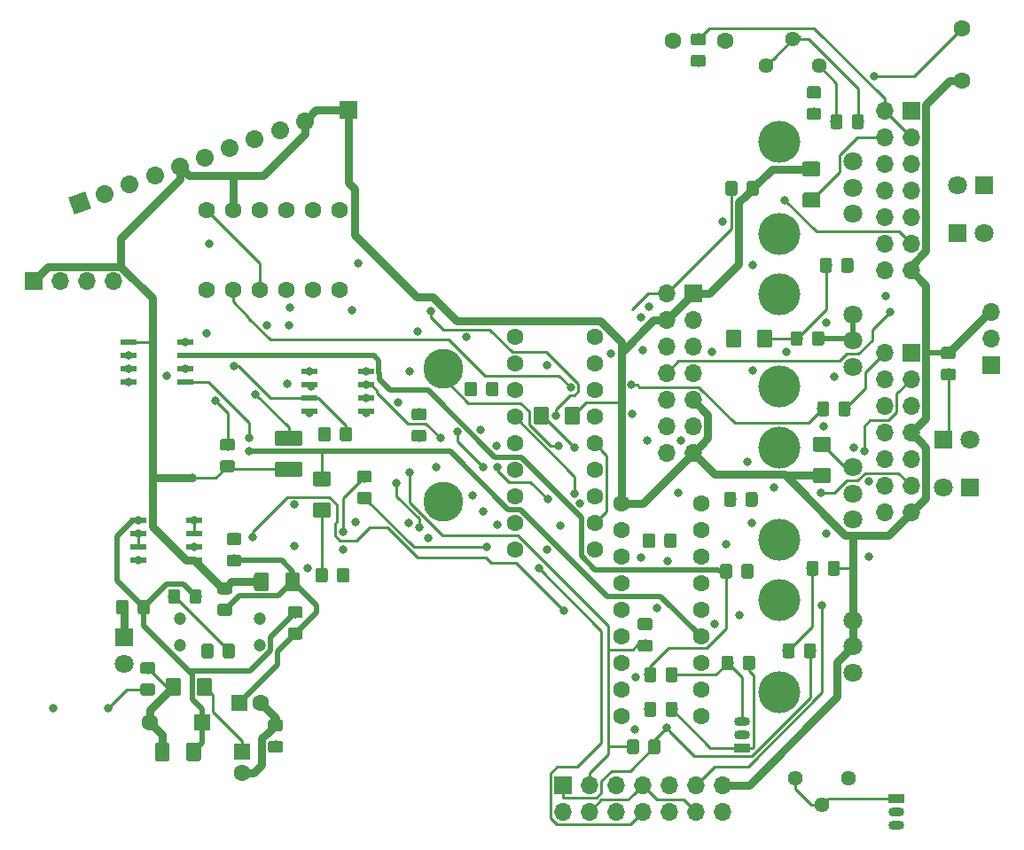
<source format=gbr>
G04 #@! TF.GenerationSoftware,KiCad,Pcbnew,(5.0.0)*
G04 #@! TF.CreationDate,2018-10-11T16:46:39-05:00*
G04 #@! TF.ProjectId,FinalDistCircuit,46696E616C4469737443697263756974,rev?*
G04 #@! TF.SameCoordinates,Original*
G04 #@! TF.FileFunction,Copper,L4,Bot,Signal*
G04 #@! TF.FilePolarity,Positive*
%FSLAX46Y46*%
G04 Gerber Fmt 4.6, Leading zero omitted, Abs format (unit mm)*
G04 Created by KiCad (PCBNEW (5.0.0)) date 10/11/18 16:46:39*
%MOMM*%
%LPD*%
G01*
G04 APERTURE LIST*
G04 #@! TA.AperFunction,Conductor*
%ADD10C,0.100000*%
G04 #@! TD*
G04 #@! TA.AperFunction,SMDPad,CuDef*
%ADD11C,1.150000*%
G04 #@! TD*
G04 #@! TA.AperFunction,ComponentPad*
%ADD12O,1.700000X1.700000*%
G04 #@! TD*
G04 #@! TA.AperFunction,ComponentPad*
%ADD13R,1.700000X1.700000*%
G04 #@! TD*
G04 #@! TA.AperFunction,WasherPad*
%ADD14C,4.000000*%
G04 #@! TD*
G04 #@! TA.AperFunction,ComponentPad*
%ADD15C,1.800000*%
G04 #@! TD*
G04 #@! TA.AperFunction,ComponentPad*
%ADD16R,1.600000X1.600000*%
G04 #@! TD*
G04 #@! TA.AperFunction,ComponentPad*
%ADD17C,1.600000*%
G04 #@! TD*
G04 #@! TA.AperFunction,ComponentPad*
%ADD18C,3.810000*%
G04 #@! TD*
G04 #@! TA.AperFunction,ComponentPad*
%ADD19C,1.700000*%
G04 #@! TD*
G04 #@! TA.AperFunction,Conductor*
%ADD20C,1.700000*%
G04 #@! TD*
G04 #@! TA.AperFunction,ComponentPad*
%ADD21C,1.440000*%
G04 #@! TD*
G04 #@! TA.AperFunction,SMDPad,CuDef*
%ADD22C,1.425000*%
G04 #@! TD*
G04 #@! TA.AperFunction,ComponentPad*
%ADD23R,1.800000X1.800000*%
G04 #@! TD*
G04 #@! TA.AperFunction,ComponentPad*
%ADD24O,1.500000X0.900000*%
G04 #@! TD*
G04 #@! TA.AperFunction,ComponentPad*
%ADD25R,1.500000X0.900000*%
G04 #@! TD*
G04 #@! TA.AperFunction,ComponentPad*
%ADD26C,1.200000*%
G04 #@! TD*
G04 #@! TA.AperFunction,SMDPad,CuDef*
%ADD27R,1.550000X0.600000*%
G04 #@! TD*
G04 #@! TA.AperFunction,ViaPad*
%ADD28C,0.800000*%
G04 #@! TD*
G04 #@! TA.AperFunction,Conductor*
%ADD29C,0.750000*%
G04 #@! TD*
G04 #@! TA.AperFunction,Conductor*
%ADD30C,0.250000*%
G04 #@! TD*
G04 #@! TA.AperFunction,Conductor*
%ADD31C,0.500000*%
G04 #@! TD*
G04 APERTURE END LIST*
D10*
G04 #@! TO.N,Net-(C12-Pad2)*
G04 #@! TO.C,C12*
G36*
X235544505Y-34988204D02*
X235568773Y-34991804D01*
X235592572Y-34997765D01*
X235615671Y-35006030D01*
X235637850Y-35016520D01*
X235658893Y-35029132D01*
X235678599Y-35043747D01*
X235696777Y-35060223D01*
X235713253Y-35078401D01*
X235727868Y-35098107D01*
X235740480Y-35119150D01*
X235750970Y-35141329D01*
X235759235Y-35164428D01*
X235765196Y-35188227D01*
X235768796Y-35212495D01*
X235770000Y-35236999D01*
X235770000Y-36137001D01*
X235768796Y-36161505D01*
X235765196Y-36185773D01*
X235759235Y-36209572D01*
X235750970Y-36232671D01*
X235740480Y-36254850D01*
X235727868Y-36275893D01*
X235713253Y-36295599D01*
X235696777Y-36313777D01*
X235678599Y-36330253D01*
X235658893Y-36344868D01*
X235637850Y-36357480D01*
X235615671Y-36367970D01*
X235592572Y-36376235D01*
X235568773Y-36382196D01*
X235544505Y-36385796D01*
X235520001Y-36387000D01*
X234869999Y-36387000D01*
X234845495Y-36385796D01*
X234821227Y-36382196D01*
X234797428Y-36376235D01*
X234774329Y-36367970D01*
X234752150Y-36357480D01*
X234731107Y-36344868D01*
X234711401Y-36330253D01*
X234693223Y-36313777D01*
X234676747Y-36295599D01*
X234662132Y-36275893D01*
X234649520Y-36254850D01*
X234639030Y-36232671D01*
X234630765Y-36209572D01*
X234624804Y-36185773D01*
X234621204Y-36161505D01*
X234620000Y-36137001D01*
X234620000Y-35236999D01*
X234621204Y-35212495D01*
X234624804Y-35188227D01*
X234630765Y-35164428D01*
X234639030Y-35141329D01*
X234649520Y-35119150D01*
X234662132Y-35098107D01*
X234676747Y-35078401D01*
X234693223Y-35060223D01*
X234711401Y-35043747D01*
X234731107Y-35029132D01*
X234752150Y-35016520D01*
X234774329Y-35006030D01*
X234797428Y-34997765D01*
X234821227Y-34991804D01*
X234845495Y-34988204D01*
X234869999Y-34987000D01*
X235520001Y-34987000D01*
X235544505Y-34988204D01*
X235544505Y-34988204D01*
G37*
D11*
G04 #@! TD*
G04 #@! TO.P,C12,2*
G04 #@! TO.N,Net-(C12-Pad2)*
X235195000Y-35687000D03*
D10*
G04 #@! TO.N,PRESIN*
G04 #@! TO.C,C12*
G36*
X237594505Y-34988204D02*
X237618773Y-34991804D01*
X237642572Y-34997765D01*
X237665671Y-35006030D01*
X237687850Y-35016520D01*
X237708893Y-35029132D01*
X237728599Y-35043747D01*
X237746777Y-35060223D01*
X237763253Y-35078401D01*
X237777868Y-35098107D01*
X237790480Y-35119150D01*
X237800970Y-35141329D01*
X237809235Y-35164428D01*
X237815196Y-35188227D01*
X237818796Y-35212495D01*
X237820000Y-35236999D01*
X237820000Y-36137001D01*
X237818796Y-36161505D01*
X237815196Y-36185773D01*
X237809235Y-36209572D01*
X237800970Y-36232671D01*
X237790480Y-36254850D01*
X237777868Y-36275893D01*
X237763253Y-36295599D01*
X237746777Y-36313777D01*
X237728599Y-36330253D01*
X237708893Y-36344868D01*
X237687850Y-36357480D01*
X237665671Y-36367970D01*
X237642572Y-36376235D01*
X237618773Y-36382196D01*
X237594505Y-36385796D01*
X237570001Y-36387000D01*
X236919999Y-36387000D01*
X236895495Y-36385796D01*
X236871227Y-36382196D01*
X236847428Y-36376235D01*
X236824329Y-36367970D01*
X236802150Y-36357480D01*
X236781107Y-36344868D01*
X236761401Y-36330253D01*
X236743223Y-36313777D01*
X236726747Y-36295599D01*
X236712132Y-36275893D01*
X236699520Y-36254850D01*
X236689030Y-36232671D01*
X236680765Y-36209572D01*
X236674804Y-36185773D01*
X236671204Y-36161505D01*
X236670000Y-36137001D01*
X236670000Y-35236999D01*
X236671204Y-35212495D01*
X236674804Y-35188227D01*
X236680765Y-35164428D01*
X236689030Y-35141329D01*
X236699520Y-35119150D01*
X236712132Y-35098107D01*
X236726747Y-35078401D01*
X236743223Y-35060223D01*
X236761401Y-35043747D01*
X236781107Y-35029132D01*
X236802150Y-35016520D01*
X236824329Y-35006030D01*
X236847428Y-34997765D01*
X236871227Y-34991804D01*
X236895495Y-34988204D01*
X236919999Y-34987000D01*
X237570001Y-34987000D01*
X237594505Y-34988204D01*
X237594505Y-34988204D01*
G37*
D11*
G04 #@! TD*
G04 #@! TO.P,C12,1*
G04 #@! TO.N,PRESIN*
X237245000Y-35687000D03*
D12*
G04 #@! TO.P,NeckTonePot1,14*
G04 #@! TO.N,Net-(NeckTonePot1-Pad14)*
X239776000Y-49911000D03*
G04 #@! TO.P,NeckTonePot1,13*
G04 #@! TO.N,BRGRN2*
X242316000Y-49911000D03*
G04 #@! TO.P,NeckTonePot1,12*
G04 #@! TO.N,Net-(NeckTonePot1-Pad12)*
X239776000Y-47371000D03*
G04 #@! TO.P,NeckTonePot1,11*
G04 #@! TO.N,NBLACK*
X242316000Y-47371000D03*
G04 #@! TO.P,NeckTonePot1,10*
G04 #@! TO.N,Net-(BridgeVolPot1-Pad8)*
X239776000Y-44831000D03*
G04 #@! TO.P,NeckTonePot1,9*
G04 #@! TO.N,Net-(BridgeTonePot1-Pad10)*
X242316000Y-44831000D03*
G04 #@! TO.P,NeckTonePot1,8*
G04 #@! TO.N,BRRED2*
X239776000Y-42291000D03*
G04 #@! TO.P,NeckTonePot1,7*
G04 #@! TO.N,Net-(NeckTonePot1-Pad7)*
X242316000Y-42291000D03*
G04 #@! TO.P,NeckTonePot1,6*
G04 #@! TO.N,Net-(NeckTonePot1-Pad6)*
X239776000Y-39751000D03*
G04 #@! TO.P,NeckTonePot1,5*
G04 #@! TO.N,NTONEIN*
X242316000Y-39751000D03*
G04 #@! TO.P,NeckTonePot1,4*
G04 #@! TO.N,Net-(C27-Pad1)*
X239776000Y-37211000D03*
G04 #@! TO.P,NeckTonePot1,3*
G04 #@! TO.N,PRESOUT*
X242316000Y-37211000D03*
G04 #@! TO.P,NeckTonePot1,2*
X239776000Y-34671000D03*
D13*
G04 #@! TO.P,NeckTonePot1,1*
G04 #@! TO.N,PRESIN*
X242316000Y-34671000D03*
G04 #@! TD*
D14*
G04 #@! TO.P,BASS,*
G04 #@! TO.N,*
X229728000Y-81412000D03*
X229728000Y-90212000D03*
D15*
G04 #@! TO.P,BASS,1*
G04 #@! TO.N,BRGRN2*
X236728000Y-83312000D03*
G04 #@! TO.P,BASS,2*
X236728000Y-85812000D03*
G04 #@! TO.P,BASS,3*
G04 #@! TO.N,Net-(BASS1-Pad3)*
X236728000Y-88312000D03*
G04 #@! TD*
D16*
G04 #@! TO.P,C10,1*
G04 #@! TO.N,Net-(C10-Pad1)*
X174625000Y-93091000D03*
D17*
G04 #@! TO.P,C10,2*
G04 #@! TO.N,BRGRN2*
X169625000Y-93091000D03*
G04 #@! TD*
D18*
G04 #@! TO.P,9V1,1*
G04 #@! TO.N,Net-(9V1-Pad1)*
X197612000Y-71945500D03*
G04 #@! TO.P,9V1,2*
G04 #@! TO.N,PWRGND*
X197612001Y-59245499D03*
G04 #@! TD*
D12*
G04 #@! TO.P,Jack1,3*
G04 #@! TO.N,BRGRN2*
X249936000Y-53848000D03*
G04 #@! TO.P,Jack1,2*
G04 #@! TO.N,FinalOut*
X249936000Y-56388000D03*
D13*
G04 #@! TO.P,Jack1,1*
G04 #@! TO.N,PWRGND*
X249936000Y-58928000D03*
G04 #@! TD*
D10*
G04 #@! TO.N,Net-(R28-Pad1)*
G04 #@! TO.C,R28*
G36*
X178147505Y-74973204D02*
X178171773Y-74976804D01*
X178195572Y-74982765D01*
X178218671Y-74991030D01*
X178240850Y-75001520D01*
X178261893Y-75014132D01*
X178281599Y-75028747D01*
X178299777Y-75045223D01*
X178316253Y-75063401D01*
X178330868Y-75083107D01*
X178343480Y-75104150D01*
X178353970Y-75126329D01*
X178362235Y-75149428D01*
X178368196Y-75173227D01*
X178371796Y-75197495D01*
X178373000Y-75221999D01*
X178373000Y-75872001D01*
X178371796Y-75896505D01*
X178368196Y-75920773D01*
X178362235Y-75944572D01*
X178353970Y-75967671D01*
X178343480Y-75989850D01*
X178330868Y-76010893D01*
X178316253Y-76030599D01*
X178299777Y-76048777D01*
X178281599Y-76065253D01*
X178261893Y-76079868D01*
X178240850Y-76092480D01*
X178218671Y-76102970D01*
X178195572Y-76111235D01*
X178171773Y-76117196D01*
X178147505Y-76120796D01*
X178123001Y-76122000D01*
X177222999Y-76122000D01*
X177198495Y-76120796D01*
X177174227Y-76117196D01*
X177150428Y-76111235D01*
X177127329Y-76102970D01*
X177105150Y-76092480D01*
X177084107Y-76079868D01*
X177064401Y-76065253D01*
X177046223Y-76048777D01*
X177029747Y-76030599D01*
X177015132Y-76010893D01*
X177002520Y-75989850D01*
X176992030Y-75967671D01*
X176983765Y-75944572D01*
X176977804Y-75920773D01*
X176974204Y-75896505D01*
X176973000Y-75872001D01*
X176973000Y-75221999D01*
X176974204Y-75197495D01*
X176977804Y-75173227D01*
X176983765Y-75149428D01*
X176992030Y-75126329D01*
X177002520Y-75104150D01*
X177015132Y-75083107D01*
X177029747Y-75063401D01*
X177046223Y-75045223D01*
X177064401Y-75028747D01*
X177084107Y-75014132D01*
X177105150Y-75001520D01*
X177127329Y-74991030D01*
X177150428Y-74982765D01*
X177174227Y-74976804D01*
X177198495Y-74973204D01*
X177222999Y-74972000D01*
X178123001Y-74972000D01*
X178147505Y-74973204D01*
X178147505Y-74973204D01*
G37*
D11*
G04 #@! TD*
G04 #@! TO.P,R28,1*
G04 #@! TO.N,Net-(R28-Pad1)*
X177673000Y-75547000D03*
D10*
G04 #@! TO.N,Net-(C19-Pad1)*
G04 #@! TO.C,R28*
G36*
X178147505Y-77023204D02*
X178171773Y-77026804D01*
X178195572Y-77032765D01*
X178218671Y-77041030D01*
X178240850Y-77051520D01*
X178261893Y-77064132D01*
X178281599Y-77078747D01*
X178299777Y-77095223D01*
X178316253Y-77113401D01*
X178330868Y-77133107D01*
X178343480Y-77154150D01*
X178353970Y-77176329D01*
X178362235Y-77199428D01*
X178368196Y-77223227D01*
X178371796Y-77247495D01*
X178373000Y-77271999D01*
X178373000Y-77922001D01*
X178371796Y-77946505D01*
X178368196Y-77970773D01*
X178362235Y-77994572D01*
X178353970Y-78017671D01*
X178343480Y-78039850D01*
X178330868Y-78060893D01*
X178316253Y-78080599D01*
X178299777Y-78098777D01*
X178281599Y-78115253D01*
X178261893Y-78129868D01*
X178240850Y-78142480D01*
X178218671Y-78152970D01*
X178195572Y-78161235D01*
X178171773Y-78167196D01*
X178147505Y-78170796D01*
X178123001Y-78172000D01*
X177222999Y-78172000D01*
X177198495Y-78170796D01*
X177174227Y-78167196D01*
X177150428Y-78161235D01*
X177127329Y-78152970D01*
X177105150Y-78142480D01*
X177084107Y-78129868D01*
X177064401Y-78115253D01*
X177046223Y-78098777D01*
X177029747Y-78080599D01*
X177015132Y-78060893D01*
X177002520Y-78039850D01*
X176992030Y-78017671D01*
X176983765Y-77994572D01*
X176977804Y-77970773D01*
X176974204Y-77946505D01*
X176973000Y-77922001D01*
X176973000Y-77271999D01*
X176974204Y-77247495D01*
X176977804Y-77223227D01*
X176983765Y-77199428D01*
X176992030Y-77176329D01*
X177002520Y-77154150D01*
X177015132Y-77133107D01*
X177029747Y-77113401D01*
X177046223Y-77095223D01*
X177064401Y-77078747D01*
X177084107Y-77064132D01*
X177105150Y-77051520D01*
X177127329Y-77041030D01*
X177150428Y-77032765D01*
X177174227Y-77026804D01*
X177198495Y-77023204D01*
X177222999Y-77022000D01*
X178123001Y-77022000D01*
X178147505Y-77023204D01*
X178147505Y-77023204D01*
G37*
D11*
G04 #@! TD*
G04 #@! TO.P,R28,2*
G04 #@! TO.N,Net-(C19-Pad1)*
X177673000Y-77597000D03*
D10*
G04 #@! TO.N,Net-(R22-Pad1)*
G04 #@! TO.C,R22*
G36*
X175464505Y-85534204D02*
X175488773Y-85537804D01*
X175512572Y-85543765D01*
X175535671Y-85552030D01*
X175557850Y-85562520D01*
X175578893Y-85575132D01*
X175598599Y-85589747D01*
X175616777Y-85606223D01*
X175633253Y-85624401D01*
X175647868Y-85644107D01*
X175660480Y-85665150D01*
X175670970Y-85687329D01*
X175679235Y-85710428D01*
X175685196Y-85734227D01*
X175688796Y-85758495D01*
X175690000Y-85782999D01*
X175690000Y-86683001D01*
X175688796Y-86707505D01*
X175685196Y-86731773D01*
X175679235Y-86755572D01*
X175670970Y-86778671D01*
X175660480Y-86800850D01*
X175647868Y-86821893D01*
X175633253Y-86841599D01*
X175616777Y-86859777D01*
X175598599Y-86876253D01*
X175578893Y-86890868D01*
X175557850Y-86903480D01*
X175535671Y-86913970D01*
X175512572Y-86922235D01*
X175488773Y-86928196D01*
X175464505Y-86931796D01*
X175440001Y-86933000D01*
X174789999Y-86933000D01*
X174765495Y-86931796D01*
X174741227Y-86928196D01*
X174717428Y-86922235D01*
X174694329Y-86913970D01*
X174672150Y-86903480D01*
X174651107Y-86890868D01*
X174631401Y-86876253D01*
X174613223Y-86859777D01*
X174596747Y-86841599D01*
X174582132Y-86821893D01*
X174569520Y-86800850D01*
X174559030Y-86778671D01*
X174550765Y-86755572D01*
X174544804Y-86731773D01*
X174541204Y-86707505D01*
X174540000Y-86683001D01*
X174540000Y-85782999D01*
X174541204Y-85758495D01*
X174544804Y-85734227D01*
X174550765Y-85710428D01*
X174559030Y-85687329D01*
X174569520Y-85665150D01*
X174582132Y-85644107D01*
X174596747Y-85624401D01*
X174613223Y-85606223D01*
X174631401Y-85589747D01*
X174651107Y-85575132D01*
X174672150Y-85562520D01*
X174694329Y-85552030D01*
X174717428Y-85543765D01*
X174741227Y-85537804D01*
X174765495Y-85534204D01*
X174789999Y-85533000D01*
X175440001Y-85533000D01*
X175464505Y-85534204D01*
X175464505Y-85534204D01*
G37*
D11*
G04 #@! TD*
G04 #@! TO.P,R22,1*
G04 #@! TO.N,Net-(R22-Pad1)*
X175115000Y-86233000D03*
D10*
G04 #@! TO.N,Net-(C14-Pad1)*
G04 #@! TO.C,R22*
G36*
X177514505Y-85534204D02*
X177538773Y-85537804D01*
X177562572Y-85543765D01*
X177585671Y-85552030D01*
X177607850Y-85562520D01*
X177628893Y-85575132D01*
X177648599Y-85589747D01*
X177666777Y-85606223D01*
X177683253Y-85624401D01*
X177697868Y-85644107D01*
X177710480Y-85665150D01*
X177720970Y-85687329D01*
X177729235Y-85710428D01*
X177735196Y-85734227D01*
X177738796Y-85758495D01*
X177740000Y-85782999D01*
X177740000Y-86683001D01*
X177738796Y-86707505D01*
X177735196Y-86731773D01*
X177729235Y-86755572D01*
X177720970Y-86778671D01*
X177710480Y-86800850D01*
X177697868Y-86821893D01*
X177683253Y-86841599D01*
X177666777Y-86859777D01*
X177648599Y-86876253D01*
X177628893Y-86890868D01*
X177607850Y-86903480D01*
X177585671Y-86913970D01*
X177562572Y-86922235D01*
X177538773Y-86928196D01*
X177514505Y-86931796D01*
X177490001Y-86933000D01*
X176839999Y-86933000D01*
X176815495Y-86931796D01*
X176791227Y-86928196D01*
X176767428Y-86922235D01*
X176744329Y-86913970D01*
X176722150Y-86903480D01*
X176701107Y-86890868D01*
X176681401Y-86876253D01*
X176663223Y-86859777D01*
X176646747Y-86841599D01*
X176632132Y-86821893D01*
X176619520Y-86800850D01*
X176609030Y-86778671D01*
X176600765Y-86755572D01*
X176594804Y-86731773D01*
X176591204Y-86707505D01*
X176590000Y-86683001D01*
X176590000Y-85782999D01*
X176591204Y-85758495D01*
X176594804Y-85734227D01*
X176600765Y-85710428D01*
X176609030Y-85687329D01*
X176619520Y-85665150D01*
X176632132Y-85644107D01*
X176646747Y-85624401D01*
X176663223Y-85606223D01*
X176681401Y-85589747D01*
X176701107Y-85575132D01*
X176722150Y-85562520D01*
X176744329Y-85552030D01*
X176767428Y-85543765D01*
X176791227Y-85537804D01*
X176815495Y-85534204D01*
X176839999Y-85533000D01*
X177490001Y-85533000D01*
X177514505Y-85534204D01*
X177514505Y-85534204D01*
G37*
D11*
G04 #@! TD*
G04 #@! TO.P,R22,2*
G04 #@! TO.N,Net-(C14-Pad1)*
X177165000Y-86233000D03*
D19*
G04 #@! TO.P,PickupInputs1,10*
G04 #@! TO.N,BRGRN2*
X184422373Y-35615420D03*
D20*
G04 #@! TD*
G04 #@! TO.N,BRGRN2*
G04 #@! TO.C,PickupInputs1*
X184422373Y-35615420D02*
X184422373Y-35615420D01*
D19*
G04 #@! TO.P,PickupInputs1,9*
G04 #@! TO.N,NGRN*
X182035554Y-36484151D03*
D20*
G04 #@! TD*
G04 #@! TO.N,NGRN*
G04 #@! TO.C,PickupInputs1*
X182035554Y-36484151D02*
X182035554Y-36484151D01*
D19*
G04 #@! TO.P,PickupInputs1,8*
G04 #@! TO.N,NBLACK*
X179648735Y-37352882D03*
D20*
G04 #@! TD*
G04 #@! TO.N,NBLACK*
G04 #@! TO.C,PickupInputs1*
X179648735Y-37352882D02*
X179648735Y-37352882D01*
D19*
G04 #@! TO.P,PickupInputs1,7*
G04 #@! TO.N,NBLACK*
X177261916Y-38221613D03*
D20*
G04 #@! TD*
G04 #@! TO.N,NBLACK*
G04 #@! TO.C,PickupInputs1*
X177261916Y-38221613D02*
X177261916Y-38221613D01*
D19*
G04 #@! TO.P,PickupInputs1,6*
G04 #@! TO.N,NGRN*
X174875096Y-39090344D03*
D20*
G04 #@! TD*
G04 #@! TO.N,NGRN*
G04 #@! TO.C,PickupInputs1*
X174875096Y-39090344D02*
X174875096Y-39090344D01*
D19*
G04 #@! TO.P,PickupInputs1,5*
G04 #@! TO.N,BRGRN2*
X172488277Y-39959075D03*
D20*
G04 #@! TD*
G04 #@! TO.N,BRGRN2*
G04 #@! TO.C,PickupInputs1*
X172488277Y-39959075D02*
X172488277Y-39959075D01*
D19*
G04 #@! TO.P,PickupInputs1,4*
G04 #@! TO.N,BRGRN*
X170101458Y-40827807D03*
D20*
G04 #@! TD*
G04 #@! TO.N,BRGRN*
G04 #@! TO.C,PickupInputs1*
X170101458Y-40827807D02*
X170101458Y-40827807D01*
D19*
G04 #@! TO.P,PickupInputs1,3*
G04 #@! TO.N,BRWHT*
X167714639Y-41696538D03*
D20*
G04 #@! TD*
G04 #@! TO.N,BRWHT*
G04 #@! TO.C,PickupInputs1*
X167714639Y-41696538D02*
X167714639Y-41696538D01*
D19*
G04 #@! TO.P,PickupInputs1,2*
G04 #@! TO.N,BRBLACK*
X165327819Y-42565269D03*
D20*
G04 #@! TD*
G04 #@! TO.N,BRBLACK*
G04 #@! TO.C,PickupInputs1*
X165327819Y-42565269D02*
X165327819Y-42565269D01*
D19*
G04 #@! TO.P,PickupInputs1,1*
G04 #@! TO.N,BRRED*
X162941000Y-43434000D03*
D10*
G04 #@! TD*
G04 #@! TO.N,BRRED*
G04 #@! TO.C,PickupInputs1*
G36*
X164030456Y-43942022D02*
X162432978Y-44523456D01*
X161851544Y-42925978D01*
X163449022Y-42344544D01*
X164030456Y-43942022D01*
X164030456Y-43942022D01*
G37*
D13*
G04 #@! TO.P,BridgeTonePot1,1*
G04 #@! TO.N,GAINPOTOUT*
X242316000Y-57785000D03*
D12*
G04 #@! TO.P,BridgeTonePot1,2*
X239776000Y-57785000D03*
G04 #@! TO.P,BridgeTonePot1,3*
G04 #@! TO.N,BRTONEGANG2IN*
X242316000Y-60325000D03*
G04 #@! TO.P,BridgeTonePot1,4*
G04 #@! TO.N,BRTONEGANG1OUT*
X239776000Y-60325000D03*
G04 #@! TO.P,BridgeTonePot1,5*
G04 #@! TO.N,BTONEIN*
X242316000Y-62865000D03*
G04 #@! TO.P,BridgeTonePot1,6*
G04 #@! TO.N,BRTONEGANG1IN*
X239776000Y-62865000D03*
G04 #@! TO.P,BridgeTonePot1,7*
G04 #@! TO.N,BRGRN2*
X242316000Y-65405000D03*
G04 #@! TO.P,BridgeTonePot1,8*
G04 #@! TO.N,BRBLACK*
X239776000Y-65405000D03*
G04 #@! TO.P,BridgeTonePot1,9*
G04 #@! TO.N,Net-(BridgeTonePot1-Pad12)*
X242316000Y-67945000D03*
G04 #@! TO.P,BridgeTonePot1,10*
G04 #@! TO.N,Net-(BridgeTonePot1-Pad10)*
X239776000Y-67945000D03*
G04 #@! TO.P,BridgeTonePot1,11*
G04 #@! TO.N,BRWHT*
X242316000Y-70485000D03*
G04 #@! TO.P,BridgeTonePot1,12*
G04 #@! TO.N,Net-(BridgeTonePot1-Pad12)*
X239776000Y-70485000D03*
G04 #@! TO.P,BridgeTonePot1,13*
G04 #@! TO.N,BRGRN2*
X242316000Y-73025000D03*
G04 #@! TO.P,BridgeTonePot1,14*
G04 #@! TO.N,Net-(BridgeTonePot1-Pad14)*
X239776000Y-73025000D03*
G04 #@! TD*
D17*
G04 #@! TO.P,6pdt2,18*
G04 #@! TO.N,Net-(6pdt2-Pad18)*
X222250000Y-92456000D03*
G04 #@! TO.P,6pdt2,17*
G04 #@! TO.N,Net-(6pdt2-Pad17)*
X214630000Y-92456000D03*
G04 #@! TO.P,6pdt2,16*
G04 #@! TO.N,Net-(6pdt2-Pad16)*
X222250000Y-89916000D03*
G04 #@! TO.P,6pdt2,15*
G04 #@! TO.N,Net-(6pdt2-Pad15)*
X214630000Y-89916000D03*
G04 #@! TO.P,6pdt2,14*
G04 #@! TO.N,Net-(6pdt2-Pad14)*
X222250000Y-87376000D03*
G04 #@! TO.P,6pdt2,13*
G04 #@! TO.N,Net-(6pdt2-Pad13)*
X214630000Y-87376000D03*
G04 #@! TO.P,6pdt2,12*
G04 #@! TO.N,GAINSTAGEPOTIN*
X222250000Y-84836000D03*
G04 #@! TO.P,6pdt2,11*
G04 #@! TO.N,BRTONEGANG2IN*
X214630000Y-84836000D03*
G04 #@! TO.P,6pdt2,10*
G04 #@! TO.N,BRTONEGANG1IN*
X222250000Y-82296000D03*
G04 #@! TO.P,6pdt2,9*
G04 #@! TO.N,BRTONEGANG1OUT*
X214630000Y-82296000D03*
G04 #@! TO.P,6pdt2,8*
G04 #@! TO.N,Net-(6pdt2-Pad8)*
X222250000Y-79756000D03*
G04 #@! TO.P,6pdt2,7*
G04 #@! TO.N,BRTONECAPIN*
X214630000Y-79756000D03*
G04 #@! TO.P,6pdt2,6*
G04 #@! TO.N,ODout*
X222250000Y-77216000D03*
G04 #@! TO.P,6pdt2,5*
G04 #@! TO.N,OUT*
X214630000Y-77216000D03*
G04 #@! TO.P,6pdt2,4*
G04 #@! TO.N,FinalOut*
X222250000Y-74676000D03*
G04 #@! TO.P,6pdt2,3*
G04 #@! TO.N,ODin*
X214630000Y-74676000D03*
G04 #@! TO.P,6pdt2,2*
G04 #@! TO.N,OUT*
X222250000Y-72136000D03*
G04 #@! TO.P,6pdt2,1*
G04 #@! TO.N,BRGRN2*
X214630000Y-72136000D03*
G04 #@! TD*
D21*
G04 #@! TO.P,TRANGAIN1,3*
G04 #@! TO.N,Net-(R13-Pad1)*
X236347000Y-98425000D03*
G04 #@! TO.P,TRANGAIN1,2*
G04 #@! TO.N,Net-(C8-Pad1)*
X233807000Y-100965000D03*
G04 #@! TO.P,TRANGAIN1,1*
X231267000Y-98425000D03*
G04 #@! TD*
D12*
G04 #@! TO.P,3WaySwitch1,4*
G04 #@! TO.N,BROUT*
X166116000Y-50927000D03*
G04 #@! TO.P,3WaySwitch1,3*
G04 #@! TO.N,OUT*
X163576000Y-50927000D03*
G04 #@! TO.P,3WaySwitch1,2*
G04 #@! TO.N,NOUT*
X161036000Y-50927000D03*
D13*
G04 #@! TO.P,3WaySwitch1,1*
G04 #@! TO.N,BRGRN2*
X158496000Y-50927000D03*
G04 #@! TD*
D17*
G04 #@! TO.P,4pdt1,1*
G04 #@! TO.N,BRRED*
X175006000Y-51752500D03*
G04 #@! TO.P,4pdt1,2*
G04 #@! TO.N,BRRED2*
X177546000Y-51752500D03*
G04 #@! TO.P,4pdt1,3*
G04 #@! TO.N,BRGRN*
X180086000Y-51752500D03*
G04 #@! TO.P,4pdt1,4*
G04 #@! TO.N,NGRN*
X182626000Y-51752500D03*
G04 #@! TO.P,4pdt1,5*
G04 #@! TO.N,NRED2*
X185166000Y-51752500D03*
G04 #@! TO.P,4pdt1,6*
G04 #@! TO.N,Net-(4pdt1-Pad6)*
X187706000Y-51752500D03*
G04 #@! TO.P,4pdt1,7*
X187706000Y-44132500D03*
G04 #@! TO.P,4pdt1,8*
G04 #@! TO.N,NGRN2*
X185166000Y-44132500D03*
G04 #@! TO.P,4pdt1,9*
G04 #@! TO.N,NGRN*
X182626000Y-44132500D03*
G04 #@! TO.P,4pdt1,10*
G04 #@! TO.N,BRRED*
X180086000Y-44132500D03*
G04 #@! TO.P,4pdt1,11*
G04 #@! TO.N,BRGRN2*
X177546000Y-44132500D03*
G04 #@! TO.P,4pdt1,12*
G04 #@! TO.N,BRGRN*
X175006000Y-44132500D03*
G04 #@! TD*
G04 #@! TO.P,6pdt1,1*
G04 #@! TO.N,BVOUTTRAD*
X204470000Y-56261000D03*
G04 #@! TO.P,6pdt1,2*
G04 #@! TO.N,BVINTRAD*
X212090000Y-56261000D03*
G04 #@! TO.P,6pdt1,3*
G04 #@! TO.N,BVOUT*
X204470000Y-58801000D03*
G04 #@! TO.P,6pdt1,4*
G04 #@! TO.N,BRRED2*
X212090000Y-58801000D03*
G04 #@! TO.P,6pdt1,5*
G04 #@! TO.N,Net-(6pdt1-Pad5)*
X204470000Y-61341000D03*
G04 #@! TO.P,6pdt1,6*
X212090000Y-61341000D03*
G04 #@! TO.P,6pdt1,7*
G04 #@! TO.N,NVOUTTRAD*
X204470000Y-63881000D03*
G04 #@! TO.P,6pdt1,8*
G04 #@! TO.N,NVINTRAD*
X212090000Y-63881000D03*
G04 #@! TO.P,6pdt1,9*
G04 #@! TO.N,NOUT*
X204470000Y-66421000D03*
G04 #@! TO.P,6pdt1,10*
G04 #@! TO.N,NTONE*
X212090000Y-66421000D03*
G04 #@! TO.P,6pdt1,11*
G04 #@! TO.N,Net-(6pdt1-Pad11)*
X204470000Y-68961000D03*
G04 #@! TO.P,6pdt1,12*
X212090000Y-68961000D03*
G04 #@! TO.P,6pdt1,13*
G04 #@! TO.N,BRRED2*
X204470000Y-71501000D03*
G04 #@! TO.P,6pdt1,14*
G04 #@! TO.N,NTONEIN*
X212090000Y-71501000D03*
G04 #@! TO.P,6pdt1,15*
G04 #@! TO.N,BTONEIN*
X204470000Y-74041000D03*
G04 #@! TO.P,6pdt1,16*
G04 #@! TO.N,NTONE*
X212090000Y-74041000D03*
G04 #@! TO.P,6pdt1,17*
G04 #@! TO.N,BRTONEGANG1OUT*
X204470000Y-76581000D03*
G04 #@! TO.P,6pdt1,18*
G04 #@! TO.N,Net-(6pdt1-Pad18)*
X212090000Y-76581000D03*
G04 #@! TD*
D12*
G04 #@! TO.P,BridgeVolPot1,14*
G04 #@! TO.N,Net-(BridgeVolPot1-Pad14)*
X218948000Y-67310000D03*
G04 #@! TO.P,BridgeVolPot1,13*
G04 #@! TO.N,BRGRN2*
X221488000Y-67310000D03*
G04 #@! TO.P,BridgeVolPot1,12*
G04 #@! TO.N,BVOUT*
X218948000Y-64770000D03*
G04 #@! TO.P,BridgeVolPot1,11*
G04 #@! TO.N,BROUT*
X221488000Y-64770000D03*
G04 #@! TO.P,BridgeVolPot1,10*
G04 #@! TO.N,NOUT*
X218948000Y-62230000D03*
G04 #@! TO.P,BridgeVolPot1,9*
G04 #@! TO.N,BRGRN2*
X221488000Y-62230000D03*
G04 #@! TO.P,BridgeVolPot1,8*
G04 #@! TO.N,Net-(BridgeVolPot1-Pad8)*
X218948000Y-59690000D03*
G04 #@! TO.P,BridgeVolPot1,7*
G04 #@! TO.N,BVOUT*
X221488000Y-59690000D03*
G04 #@! TO.P,BridgeVolPot1,6*
G04 #@! TO.N,BVINTRAD*
X218948000Y-57150000D03*
G04 #@! TO.P,BridgeVolPot1,5*
G04 #@! TO.N,BVOUTTRAD*
X221488000Y-57150000D03*
G04 #@! TO.P,BridgeVolPot1,4*
G04 #@! TO.N,BRGRN2*
X218948000Y-54610000D03*
G04 #@! TO.P,BridgeVolPot1,3*
G04 #@! TO.N,ODin*
X221488000Y-54610000D03*
G04 #@! TO.P,BridgeVolPot1,2*
G04 #@! TO.N,MASTEROUT*
X218948000Y-52070000D03*
D13*
G04 #@! TO.P,BridgeVolPot1,1*
G04 #@! TO.N,BRGRN2*
X221488000Y-52070000D03*
G04 #@! TD*
D10*
G04 #@! TO.N,MASTEROUT*
G04 #@! TO.C,C1*
G36*
X225858004Y-55514204D02*
X225882273Y-55517804D01*
X225906071Y-55523765D01*
X225929171Y-55532030D01*
X225951349Y-55542520D01*
X225972393Y-55555133D01*
X225992098Y-55569747D01*
X226010277Y-55586223D01*
X226026753Y-55604402D01*
X226041367Y-55624107D01*
X226053980Y-55645151D01*
X226064470Y-55667329D01*
X226072735Y-55690429D01*
X226078696Y-55714227D01*
X226082296Y-55738496D01*
X226083500Y-55763000D01*
X226083500Y-57013000D01*
X226082296Y-57037504D01*
X226078696Y-57061773D01*
X226072735Y-57085571D01*
X226064470Y-57108671D01*
X226053980Y-57130849D01*
X226041367Y-57151893D01*
X226026753Y-57171598D01*
X226010277Y-57189777D01*
X225992098Y-57206253D01*
X225972393Y-57220867D01*
X225951349Y-57233480D01*
X225929171Y-57243970D01*
X225906071Y-57252235D01*
X225882273Y-57258196D01*
X225858004Y-57261796D01*
X225833500Y-57263000D01*
X224908500Y-57263000D01*
X224883996Y-57261796D01*
X224859727Y-57258196D01*
X224835929Y-57252235D01*
X224812829Y-57243970D01*
X224790651Y-57233480D01*
X224769607Y-57220867D01*
X224749902Y-57206253D01*
X224731723Y-57189777D01*
X224715247Y-57171598D01*
X224700633Y-57151893D01*
X224688020Y-57130849D01*
X224677530Y-57108671D01*
X224669265Y-57085571D01*
X224663304Y-57061773D01*
X224659704Y-57037504D01*
X224658500Y-57013000D01*
X224658500Y-55763000D01*
X224659704Y-55738496D01*
X224663304Y-55714227D01*
X224669265Y-55690429D01*
X224677530Y-55667329D01*
X224688020Y-55645151D01*
X224700633Y-55624107D01*
X224715247Y-55604402D01*
X224731723Y-55586223D01*
X224749902Y-55569747D01*
X224769607Y-55555133D01*
X224790651Y-55542520D01*
X224812829Y-55532030D01*
X224835929Y-55523765D01*
X224859727Y-55517804D01*
X224883996Y-55514204D01*
X224908500Y-55513000D01*
X225833500Y-55513000D01*
X225858004Y-55514204D01*
X225858004Y-55514204D01*
G37*
D22*
G04 #@! TD*
G04 #@! TO.P,C1,2*
G04 #@! TO.N,MASTEROUT*
X225371000Y-56388000D03*
D10*
G04 #@! TO.N,Net-(C1-Pad1)*
G04 #@! TO.C,C1*
G36*
X228833004Y-55514204D02*
X228857273Y-55517804D01*
X228881071Y-55523765D01*
X228904171Y-55532030D01*
X228926349Y-55542520D01*
X228947393Y-55555133D01*
X228967098Y-55569747D01*
X228985277Y-55586223D01*
X229001753Y-55604402D01*
X229016367Y-55624107D01*
X229028980Y-55645151D01*
X229039470Y-55667329D01*
X229047735Y-55690429D01*
X229053696Y-55714227D01*
X229057296Y-55738496D01*
X229058500Y-55763000D01*
X229058500Y-57013000D01*
X229057296Y-57037504D01*
X229053696Y-57061773D01*
X229047735Y-57085571D01*
X229039470Y-57108671D01*
X229028980Y-57130849D01*
X229016367Y-57151893D01*
X229001753Y-57171598D01*
X228985277Y-57189777D01*
X228967098Y-57206253D01*
X228947393Y-57220867D01*
X228926349Y-57233480D01*
X228904171Y-57243970D01*
X228881071Y-57252235D01*
X228857273Y-57258196D01*
X228833004Y-57261796D01*
X228808500Y-57263000D01*
X227883500Y-57263000D01*
X227858996Y-57261796D01*
X227834727Y-57258196D01*
X227810929Y-57252235D01*
X227787829Y-57243970D01*
X227765651Y-57233480D01*
X227744607Y-57220867D01*
X227724902Y-57206253D01*
X227706723Y-57189777D01*
X227690247Y-57171598D01*
X227675633Y-57151893D01*
X227663020Y-57130849D01*
X227652530Y-57108671D01*
X227644265Y-57085571D01*
X227638304Y-57061773D01*
X227634704Y-57037504D01*
X227633500Y-57013000D01*
X227633500Y-55763000D01*
X227634704Y-55738496D01*
X227638304Y-55714227D01*
X227644265Y-55690429D01*
X227652530Y-55667329D01*
X227663020Y-55645151D01*
X227675633Y-55624107D01*
X227690247Y-55604402D01*
X227706723Y-55586223D01*
X227724902Y-55569747D01*
X227744607Y-55555133D01*
X227765651Y-55542520D01*
X227787829Y-55532030D01*
X227810929Y-55523765D01*
X227834727Y-55517804D01*
X227858996Y-55514204D01*
X227883500Y-55513000D01*
X228808500Y-55513000D01*
X228833004Y-55514204D01*
X228833004Y-55514204D01*
G37*
D22*
G04 #@! TD*
G04 #@! TO.P,C1,1*
G04 #@! TO.N,Net-(C1-Pad1)*
X228346000Y-56388000D03*
D17*
G04 #@! TO.P,C2,1*
G04 #@! TO.N,Net-(C2-Pad1)*
X247142000Y-26797000D03*
G04 #@! TO.P,C2,2*
G04 #@! TO.N,BRGRN2*
X247142000Y-31797000D03*
G04 #@! TD*
D10*
G04 #@! TO.N,BRGRN2*
G04 #@! TO.C,C4*
G36*
X177512505Y-68006204D02*
X177536773Y-68009804D01*
X177560572Y-68015765D01*
X177583671Y-68024030D01*
X177605850Y-68034520D01*
X177626893Y-68047132D01*
X177646599Y-68061747D01*
X177664777Y-68078223D01*
X177681253Y-68096401D01*
X177695868Y-68116107D01*
X177708480Y-68137150D01*
X177718970Y-68159329D01*
X177727235Y-68182428D01*
X177733196Y-68206227D01*
X177736796Y-68230495D01*
X177738000Y-68254999D01*
X177738000Y-68905001D01*
X177736796Y-68929505D01*
X177733196Y-68953773D01*
X177727235Y-68977572D01*
X177718970Y-69000671D01*
X177708480Y-69022850D01*
X177695868Y-69043893D01*
X177681253Y-69063599D01*
X177664777Y-69081777D01*
X177646599Y-69098253D01*
X177626893Y-69112868D01*
X177605850Y-69125480D01*
X177583671Y-69135970D01*
X177560572Y-69144235D01*
X177536773Y-69150196D01*
X177512505Y-69153796D01*
X177488001Y-69155000D01*
X176587999Y-69155000D01*
X176563495Y-69153796D01*
X176539227Y-69150196D01*
X176515428Y-69144235D01*
X176492329Y-69135970D01*
X176470150Y-69125480D01*
X176449107Y-69112868D01*
X176429401Y-69098253D01*
X176411223Y-69081777D01*
X176394747Y-69063599D01*
X176380132Y-69043893D01*
X176367520Y-69022850D01*
X176357030Y-69000671D01*
X176348765Y-68977572D01*
X176342804Y-68953773D01*
X176339204Y-68929505D01*
X176338000Y-68905001D01*
X176338000Y-68254999D01*
X176339204Y-68230495D01*
X176342804Y-68206227D01*
X176348765Y-68182428D01*
X176357030Y-68159329D01*
X176367520Y-68137150D01*
X176380132Y-68116107D01*
X176394747Y-68096401D01*
X176411223Y-68078223D01*
X176429401Y-68061747D01*
X176449107Y-68047132D01*
X176470150Y-68034520D01*
X176492329Y-68024030D01*
X176515428Y-68015765D01*
X176539227Y-68009804D01*
X176563495Y-68006204D01*
X176587999Y-68005000D01*
X177488001Y-68005000D01*
X177512505Y-68006204D01*
X177512505Y-68006204D01*
G37*
D11*
G04 #@! TD*
G04 #@! TO.P,C4,2*
G04 #@! TO.N,BRGRN2*
X177038000Y-68580000D03*
D10*
G04 #@! TO.N,Net-(C4-Pad1)*
G04 #@! TO.C,C4*
G36*
X177512505Y-65956204D02*
X177536773Y-65959804D01*
X177560572Y-65965765D01*
X177583671Y-65974030D01*
X177605850Y-65984520D01*
X177626893Y-65997132D01*
X177646599Y-66011747D01*
X177664777Y-66028223D01*
X177681253Y-66046401D01*
X177695868Y-66066107D01*
X177708480Y-66087150D01*
X177718970Y-66109329D01*
X177727235Y-66132428D01*
X177733196Y-66156227D01*
X177736796Y-66180495D01*
X177738000Y-66204999D01*
X177738000Y-66855001D01*
X177736796Y-66879505D01*
X177733196Y-66903773D01*
X177727235Y-66927572D01*
X177718970Y-66950671D01*
X177708480Y-66972850D01*
X177695868Y-66993893D01*
X177681253Y-67013599D01*
X177664777Y-67031777D01*
X177646599Y-67048253D01*
X177626893Y-67062868D01*
X177605850Y-67075480D01*
X177583671Y-67085970D01*
X177560572Y-67094235D01*
X177536773Y-67100196D01*
X177512505Y-67103796D01*
X177488001Y-67105000D01*
X176587999Y-67105000D01*
X176563495Y-67103796D01*
X176539227Y-67100196D01*
X176515428Y-67094235D01*
X176492329Y-67085970D01*
X176470150Y-67075480D01*
X176449107Y-67062868D01*
X176429401Y-67048253D01*
X176411223Y-67031777D01*
X176394747Y-67013599D01*
X176380132Y-66993893D01*
X176367520Y-66972850D01*
X176357030Y-66950671D01*
X176348765Y-66927572D01*
X176342804Y-66903773D01*
X176339204Y-66879505D01*
X176338000Y-66855001D01*
X176338000Y-66204999D01*
X176339204Y-66180495D01*
X176342804Y-66156227D01*
X176348765Y-66132428D01*
X176357030Y-66109329D01*
X176367520Y-66087150D01*
X176380132Y-66066107D01*
X176394747Y-66046401D01*
X176411223Y-66028223D01*
X176429401Y-66011747D01*
X176449107Y-65997132D01*
X176470150Y-65984520D01*
X176492329Y-65974030D01*
X176515428Y-65965765D01*
X176539227Y-65959804D01*
X176563495Y-65956204D01*
X176587999Y-65955000D01*
X177488001Y-65955000D01*
X177512505Y-65956204D01*
X177512505Y-65956204D01*
G37*
D11*
G04 #@! TD*
G04 #@! TO.P,C4,1*
G04 #@! TO.N,Net-(C4-Pad1)*
X177038000Y-66530000D03*
D10*
G04 #@! TO.N,Net-(C5-Pad1)*
G04 #@! TO.C,C5*
G36*
X183979504Y-65201704D02*
X184003773Y-65205304D01*
X184027571Y-65211265D01*
X184050671Y-65219530D01*
X184072849Y-65230020D01*
X184093893Y-65242633D01*
X184113598Y-65257247D01*
X184131777Y-65273723D01*
X184148253Y-65291902D01*
X184162867Y-65311607D01*
X184175480Y-65332651D01*
X184185970Y-65354829D01*
X184194235Y-65377929D01*
X184200196Y-65401727D01*
X184203796Y-65425996D01*
X184205000Y-65450500D01*
X184205000Y-66375500D01*
X184203796Y-66400004D01*
X184200196Y-66424273D01*
X184194235Y-66448071D01*
X184185970Y-66471171D01*
X184175480Y-66493349D01*
X184162867Y-66514393D01*
X184148253Y-66534098D01*
X184131777Y-66552277D01*
X184113598Y-66568753D01*
X184093893Y-66583367D01*
X184072849Y-66595980D01*
X184050671Y-66606470D01*
X184027571Y-66614735D01*
X184003773Y-66620696D01*
X183979504Y-66624296D01*
X183955000Y-66625500D01*
X181805000Y-66625500D01*
X181780496Y-66624296D01*
X181756227Y-66620696D01*
X181732429Y-66614735D01*
X181709329Y-66606470D01*
X181687151Y-66595980D01*
X181666107Y-66583367D01*
X181646402Y-66568753D01*
X181628223Y-66552277D01*
X181611747Y-66534098D01*
X181597133Y-66514393D01*
X181584520Y-66493349D01*
X181574030Y-66471171D01*
X181565765Y-66448071D01*
X181559804Y-66424273D01*
X181556204Y-66400004D01*
X181555000Y-66375500D01*
X181555000Y-65450500D01*
X181556204Y-65425996D01*
X181559804Y-65401727D01*
X181565765Y-65377929D01*
X181574030Y-65354829D01*
X181584520Y-65332651D01*
X181597133Y-65311607D01*
X181611747Y-65291902D01*
X181628223Y-65273723D01*
X181646402Y-65257247D01*
X181666107Y-65242633D01*
X181687151Y-65230020D01*
X181709329Y-65219530D01*
X181732429Y-65211265D01*
X181756227Y-65205304D01*
X181780496Y-65201704D01*
X181805000Y-65200500D01*
X183955000Y-65200500D01*
X183979504Y-65201704D01*
X183979504Y-65201704D01*
G37*
D22*
G04 #@! TD*
G04 #@! TO.P,C5,1*
G04 #@! TO.N,Net-(C5-Pad1)*
X182880000Y-65913000D03*
D10*
G04 #@! TO.N,BRGRN2*
G04 #@! TO.C,C5*
G36*
X183979504Y-68176704D02*
X184003773Y-68180304D01*
X184027571Y-68186265D01*
X184050671Y-68194530D01*
X184072849Y-68205020D01*
X184093893Y-68217633D01*
X184113598Y-68232247D01*
X184131777Y-68248723D01*
X184148253Y-68266902D01*
X184162867Y-68286607D01*
X184175480Y-68307651D01*
X184185970Y-68329829D01*
X184194235Y-68352929D01*
X184200196Y-68376727D01*
X184203796Y-68400996D01*
X184205000Y-68425500D01*
X184205000Y-69350500D01*
X184203796Y-69375004D01*
X184200196Y-69399273D01*
X184194235Y-69423071D01*
X184185970Y-69446171D01*
X184175480Y-69468349D01*
X184162867Y-69489393D01*
X184148253Y-69509098D01*
X184131777Y-69527277D01*
X184113598Y-69543753D01*
X184093893Y-69558367D01*
X184072849Y-69570980D01*
X184050671Y-69581470D01*
X184027571Y-69589735D01*
X184003773Y-69595696D01*
X183979504Y-69599296D01*
X183955000Y-69600500D01*
X181805000Y-69600500D01*
X181780496Y-69599296D01*
X181756227Y-69595696D01*
X181732429Y-69589735D01*
X181709329Y-69581470D01*
X181687151Y-69570980D01*
X181666107Y-69558367D01*
X181646402Y-69543753D01*
X181628223Y-69527277D01*
X181611747Y-69509098D01*
X181597133Y-69489393D01*
X181584520Y-69468349D01*
X181574030Y-69446171D01*
X181565765Y-69423071D01*
X181559804Y-69399273D01*
X181556204Y-69375004D01*
X181555000Y-69350500D01*
X181555000Y-68425500D01*
X181556204Y-68400996D01*
X181559804Y-68376727D01*
X181565765Y-68352929D01*
X181574030Y-68329829D01*
X181584520Y-68307651D01*
X181597133Y-68286607D01*
X181611747Y-68266902D01*
X181628223Y-68248723D01*
X181646402Y-68232247D01*
X181666107Y-68217633D01*
X181687151Y-68205020D01*
X181709329Y-68194530D01*
X181732429Y-68186265D01*
X181756227Y-68180304D01*
X181780496Y-68176704D01*
X181805000Y-68175500D01*
X183955000Y-68175500D01*
X183979504Y-68176704D01*
X183979504Y-68176704D01*
G37*
D22*
G04 #@! TD*
G04 #@! TO.P,C5,2*
G04 #@! TO.N,BRGRN2*
X182880000Y-68888000D03*
D17*
G04 #@! TO.P,C6,2*
G04 #@! TO.N,Net-(C6-Pad2)*
X224583000Y-27940000D03*
G04 #@! TO.P,C6,1*
G04 #@! TO.N,GAINSTAGEPOTIN*
X219583000Y-27940000D03*
G04 #@! TD*
D10*
G04 #@! TO.N,GAINSTAGEPOTIN*
G04 #@! TO.C,C7*
G36*
X186704504Y-69084704D02*
X186728773Y-69088304D01*
X186752571Y-69094265D01*
X186775671Y-69102530D01*
X186797849Y-69113020D01*
X186818893Y-69125633D01*
X186838598Y-69140247D01*
X186856777Y-69156723D01*
X186873253Y-69174902D01*
X186887867Y-69194607D01*
X186900480Y-69215651D01*
X186910970Y-69237829D01*
X186919235Y-69260929D01*
X186925196Y-69284727D01*
X186928796Y-69308996D01*
X186930000Y-69333500D01*
X186930000Y-70258500D01*
X186928796Y-70283004D01*
X186925196Y-70307273D01*
X186919235Y-70331071D01*
X186910970Y-70354171D01*
X186900480Y-70376349D01*
X186887867Y-70397393D01*
X186873253Y-70417098D01*
X186856777Y-70435277D01*
X186838598Y-70451753D01*
X186818893Y-70466367D01*
X186797849Y-70478980D01*
X186775671Y-70489470D01*
X186752571Y-70497735D01*
X186728773Y-70503696D01*
X186704504Y-70507296D01*
X186680000Y-70508500D01*
X185430000Y-70508500D01*
X185405496Y-70507296D01*
X185381227Y-70503696D01*
X185357429Y-70497735D01*
X185334329Y-70489470D01*
X185312151Y-70478980D01*
X185291107Y-70466367D01*
X185271402Y-70451753D01*
X185253223Y-70435277D01*
X185236747Y-70417098D01*
X185222133Y-70397393D01*
X185209520Y-70376349D01*
X185199030Y-70354171D01*
X185190765Y-70331071D01*
X185184804Y-70307273D01*
X185181204Y-70283004D01*
X185180000Y-70258500D01*
X185180000Y-69333500D01*
X185181204Y-69308996D01*
X185184804Y-69284727D01*
X185190765Y-69260929D01*
X185199030Y-69237829D01*
X185209520Y-69215651D01*
X185222133Y-69194607D01*
X185236747Y-69174902D01*
X185253223Y-69156723D01*
X185271402Y-69140247D01*
X185291107Y-69125633D01*
X185312151Y-69113020D01*
X185334329Y-69102530D01*
X185357429Y-69094265D01*
X185381227Y-69088304D01*
X185405496Y-69084704D01*
X185430000Y-69083500D01*
X186680000Y-69083500D01*
X186704504Y-69084704D01*
X186704504Y-69084704D01*
G37*
D22*
G04 #@! TD*
G04 #@! TO.P,C7,2*
G04 #@! TO.N,GAINSTAGEPOTIN*
X186055000Y-69796000D03*
D10*
G04 #@! TO.N,Net-(C7-Pad1)*
G04 #@! TO.C,C7*
G36*
X186704504Y-72059704D02*
X186728773Y-72063304D01*
X186752571Y-72069265D01*
X186775671Y-72077530D01*
X186797849Y-72088020D01*
X186818893Y-72100633D01*
X186838598Y-72115247D01*
X186856777Y-72131723D01*
X186873253Y-72149902D01*
X186887867Y-72169607D01*
X186900480Y-72190651D01*
X186910970Y-72212829D01*
X186919235Y-72235929D01*
X186925196Y-72259727D01*
X186928796Y-72283996D01*
X186930000Y-72308500D01*
X186930000Y-73233500D01*
X186928796Y-73258004D01*
X186925196Y-73282273D01*
X186919235Y-73306071D01*
X186910970Y-73329171D01*
X186900480Y-73351349D01*
X186887867Y-73372393D01*
X186873253Y-73392098D01*
X186856777Y-73410277D01*
X186838598Y-73426753D01*
X186818893Y-73441367D01*
X186797849Y-73453980D01*
X186775671Y-73464470D01*
X186752571Y-73472735D01*
X186728773Y-73478696D01*
X186704504Y-73482296D01*
X186680000Y-73483500D01*
X185430000Y-73483500D01*
X185405496Y-73482296D01*
X185381227Y-73478696D01*
X185357429Y-73472735D01*
X185334329Y-73464470D01*
X185312151Y-73453980D01*
X185291107Y-73441367D01*
X185271402Y-73426753D01*
X185253223Y-73410277D01*
X185236747Y-73392098D01*
X185222133Y-73372393D01*
X185209520Y-73351349D01*
X185199030Y-73329171D01*
X185190765Y-73306071D01*
X185184804Y-73282273D01*
X185181204Y-73258004D01*
X185180000Y-73233500D01*
X185180000Y-72308500D01*
X185181204Y-72283996D01*
X185184804Y-72259727D01*
X185190765Y-72235929D01*
X185199030Y-72212829D01*
X185209520Y-72190651D01*
X185222133Y-72169607D01*
X185236747Y-72149902D01*
X185253223Y-72131723D01*
X185271402Y-72115247D01*
X185291107Y-72100633D01*
X185312151Y-72088020D01*
X185334329Y-72077530D01*
X185357429Y-72069265D01*
X185381227Y-72063304D01*
X185405496Y-72059704D01*
X185430000Y-72058500D01*
X186680000Y-72058500D01*
X186704504Y-72059704D01*
X186704504Y-72059704D01*
G37*
D22*
G04 #@! TD*
G04 #@! TO.P,C7,1*
G04 #@! TO.N,Net-(C7-Pad1)*
X186055000Y-72771000D03*
D10*
G04 #@! TO.N,Net-(C8-Pad1)*
G04 #@! TO.C,C8*
G36*
X225139505Y-86677204D02*
X225163773Y-86680804D01*
X225187572Y-86686765D01*
X225210671Y-86695030D01*
X225232850Y-86705520D01*
X225253893Y-86718132D01*
X225273599Y-86732747D01*
X225291777Y-86749223D01*
X225308253Y-86767401D01*
X225322868Y-86787107D01*
X225335480Y-86808150D01*
X225345970Y-86830329D01*
X225354235Y-86853428D01*
X225360196Y-86877227D01*
X225363796Y-86901495D01*
X225365000Y-86925999D01*
X225365000Y-87826001D01*
X225363796Y-87850505D01*
X225360196Y-87874773D01*
X225354235Y-87898572D01*
X225345970Y-87921671D01*
X225335480Y-87943850D01*
X225322868Y-87964893D01*
X225308253Y-87984599D01*
X225291777Y-88002777D01*
X225273599Y-88019253D01*
X225253893Y-88033868D01*
X225232850Y-88046480D01*
X225210671Y-88056970D01*
X225187572Y-88065235D01*
X225163773Y-88071196D01*
X225139505Y-88074796D01*
X225115001Y-88076000D01*
X224464999Y-88076000D01*
X224440495Y-88074796D01*
X224416227Y-88071196D01*
X224392428Y-88065235D01*
X224369329Y-88056970D01*
X224347150Y-88046480D01*
X224326107Y-88033868D01*
X224306401Y-88019253D01*
X224288223Y-88002777D01*
X224271747Y-87984599D01*
X224257132Y-87964893D01*
X224244520Y-87943850D01*
X224234030Y-87921671D01*
X224225765Y-87898572D01*
X224219804Y-87874773D01*
X224216204Y-87850505D01*
X224215000Y-87826001D01*
X224215000Y-86925999D01*
X224216204Y-86901495D01*
X224219804Y-86877227D01*
X224225765Y-86853428D01*
X224234030Y-86830329D01*
X224244520Y-86808150D01*
X224257132Y-86787107D01*
X224271747Y-86767401D01*
X224288223Y-86749223D01*
X224306401Y-86732747D01*
X224326107Y-86718132D01*
X224347150Y-86705520D01*
X224369329Y-86695030D01*
X224392428Y-86686765D01*
X224416227Y-86680804D01*
X224440495Y-86677204D01*
X224464999Y-86676000D01*
X225115001Y-86676000D01*
X225139505Y-86677204D01*
X225139505Y-86677204D01*
G37*
D11*
G04 #@! TD*
G04 #@! TO.P,C8,1*
G04 #@! TO.N,Net-(C8-Pad1)*
X224790000Y-87376000D03*
D10*
G04 #@! TO.N,Net-(C8-Pad2)*
G04 #@! TO.C,C8*
G36*
X227189505Y-86677204D02*
X227213773Y-86680804D01*
X227237572Y-86686765D01*
X227260671Y-86695030D01*
X227282850Y-86705520D01*
X227303893Y-86718132D01*
X227323599Y-86732747D01*
X227341777Y-86749223D01*
X227358253Y-86767401D01*
X227372868Y-86787107D01*
X227385480Y-86808150D01*
X227395970Y-86830329D01*
X227404235Y-86853428D01*
X227410196Y-86877227D01*
X227413796Y-86901495D01*
X227415000Y-86925999D01*
X227415000Y-87826001D01*
X227413796Y-87850505D01*
X227410196Y-87874773D01*
X227404235Y-87898572D01*
X227395970Y-87921671D01*
X227385480Y-87943850D01*
X227372868Y-87964893D01*
X227358253Y-87984599D01*
X227341777Y-88002777D01*
X227323599Y-88019253D01*
X227303893Y-88033868D01*
X227282850Y-88046480D01*
X227260671Y-88056970D01*
X227237572Y-88065235D01*
X227213773Y-88071196D01*
X227189505Y-88074796D01*
X227165001Y-88076000D01*
X226514999Y-88076000D01*
X226490495Y-88074796D01*
X226466227Y-88071196D01*
X226442428Y-88065235D01*
X226419329Y-88056970D01*
X226397150Y-88046480D01*
X226376107Y-88033868D01*
X226356401Y-88019253D01*
X226338223Y-88002777D01*
X226321747Y-87984599D01*
X226307132Y-87964893D01*
X226294520Y-87943850D01*
X226284030Y-87921671D01*
X226275765Y-87898572D01*
X226269804Y-87874773D01*
X226266204Y-87850505D01*
X226265000Y-87826001D01*
X226265000Y-86925999D01*
X226266204Y-86901495D01*
X226269804Y-86877227D01*
X226275765Y-86853428D01*
X226284030Y-86830329D01*
X226294520Y-86808150D01*
X226307132Y-86787107D01*
X226321747Y-86767401D01*
X226338223Y-86749223D01*
X226356401Y-86732747D01*
X226376107Y-86718132D01*
X226397150Y-86705520D01*
X226419329Y-86695030D01*
X226442428Y-86686765D01*
X226466227Y-86680804D01*
X226490495Y-86677204D01*
X226514999Y-86676000D01*
X227165001Y-86676000D01*
X227189505Y-86677204D01*
X227189505Y-86677204D01*
G37*
D11*
G04 #@! TD*
G04 #@! TO.P,C8,2*
G04 #@! TO.N,Net-(C8-Pad2)*
X226840000Y-87376000D03*
D10*
G04 #@! TO.N,Net-(C10-Pad1)*
G04 #@! TO.C,C11*
G36*
X174277004Y-95011204D02*
X174301273Y-95014804D01*
X174325071Y-95020765D01*
X174348171Y-95029030D01*
X174370349Y-95039520D01*
X174391393Y-95052133D01*
X174411098Y-95066747D01*
X174429277Y-95083223D01*
X174445753Y-95101402D01*
X174460367Y-95121107D01*
X174472980Y-95142151D01*
X174483470Y-95164329D01*
X174491735Y-95187429D01*
X174497696Y-95211227D01*
X174501296Y-95235496D01*
X174502500Y-95260000D01*
X174502500Y-96510000D01*
X174501296Y-96534504D01*
X174497696Y-96558773D01*
X174491735Y-96582571D01*
X174483470Y-96605671D01*
X174472980Y-96627849D01*
X174460367Y-96648893D01*
X174445753Y-96668598D01*
X174429277Y-96686777D01*
X174411098Y-96703253D01*
X174391393Y-96717867D01*
X174370349Y-96730480D01*
X174348171Y-96740970D01*
X174325071Y-96749235D01*
X174301273Y-96755196D01*
X174277004Y-96758796D01*
X174252500Y-96760000D01*
X173327500Y-96760000D01*
X173302996Y-96758796D01*
X173278727Y-96755196D01*
X173254929Y-96749235D01*
X173231829Y-96740970D01*
X173209651Y-96730480D01*
X173188607Y-96717867D01*
X173168902Y-96703253D01*
X173150723Y-96686777D01*
X173134247Y-96668598D01*
X173119633Y-96648893D01*
X173107020Y-96627849D01*
X173096530Y-96605671D01*
X173088265Y-96582571D01*
X173082304Y-96558773D01*
X173078704Y-96534504D01*
X173077500Y-96510000D01*
X173077500Y-95260000D01*
X173078704Y-95235496D01*
X173082304Y-95211227D01*
X173088265Y-95187429D01*
X173096530Y-95164329D01*
X173107020Y-95142151D01*
X173119633Y-95121107D01*
X173134247Y-95101402D01*
X173150723Y-95083223D01*
X173168902Y-95066747D01*
X173188607Y-95052133D01*
X173209651Y-95039520D01*
X173231829Y-95029030D01*
X173254929Y-95020765D01*
X173278727Y-95014804D01*
X173302996Y-95011204D01*
X173327500Y-95010000D01*
X174252500Y-95010000D01*
X174277004Y-95011204D01*
X174277004Y-95011204D01*
G37*
D22*
G04 #@! TD*
G04 #@! TO.P,C11,1*
G04 #@! TO.N,Net-(C10-Pad1)*
X173790000Y-95885000D03*
D10*
G04 #@! TO.N,BRGRN2*
G04 #@! TO.C,C11*
G36*
X171302004Y-95011204D02*
X171326273Y-95014804D01*
X171350071Y-95020765D01*
X171373171Y-95029030D01*
X171395349Y-95039520D01*
X171416393Y-95052133D01*
X171436098Y-95066747D01*
X171454277Y-95083223D01*
X171470753Y-95101402D01*
X171485367Y-95121107D01*
X171497980Y-95142151D01*
X171508470Y-95164329D01*
X171516735Y-95187429D01*
X171522696Y-95211227D01*
X171526296Y-95235496D01*
X171527500Y-95260000D01*
X171527500Y-96510000D01*
X171526296Y-96534504D01*
X171522696Y-96558773D01*
X171516735Y-96582571D01*
X171508470Y-96605671D01*
X171497980Y-96627849D01*
X171485367Y-96648893D01*
X171470753Y-96668598D01*
X171454277Y-96686777D01*
X171436098Y-96703253D01*
X171416393Y-96717867D01*
X171395349Y-96730480D01*
X171373171Y-96740970D01*
X171350071Y-96749235D01*
X171326273Y-96755196D01*
X171302004Y-96758796D01*
X171277500Y-96760000D01*
X170352500Y-96760000D01*
X170327996Y-96758796D01*
X170303727Y-96755196D01*
X170279929Y-96749235D01*
X170256829Y-96740970D01*
X170234651Y-96730480D01*
X170213607Y-96717867D01*
X170193902Y-96703253D01*
X170175723Y-96686777D01*
X170159247Y-96668598D01*
X170144633Y-96648893D01*
X170132020Y-96627849D01*
X170121530Y-96605671D01*
X170113265Y-96582571D01*
X170107304Y-96558773D01*
X170103704Y-96534504D01*
X170102500Y-96510000D01*
X170102500Y-95260000D01*
X170103704Y-95235496D01*
X170107304Y-95211227D01*
X170113265Y-95187429D01*
X170121530Y-95164329D01*
X170132020Y-95142151D01*
X170144633Y-95121107D01*
X170159247Y-95101402D01*
X170175723Y-95083223D01*
X170193902Y-95066747D01*
X170213607Y-95052133D01*
X170234651Y-95039520D01*
X170256829Y-95029030D01*
X170279929Y-95020765D01*
X170303727Y-95014804D01*
X170327996Y-95011204D01*
X170352500Y-95010000D01*
X171277500Y-95010000D01*
X171302004Y-95011204D01*
X171302004Y-95011204D01*
G37*
D22*
G04 #@! TD*
G04 #@! TO.P,C11,2*
G04 #@! TO.N,BRGRN2*
X170815000Y-95885000D03*
D10*
G04 #@! TO.N,BRGRN2*
G04 #@! TO.C,C13*
G36*
X246346505Y-57202204D02*
X246370773Y-57205804D01*
X246394572Y-57211765D01*
X246417671Y-57220030D01*
X246439850Y-57230520D01*
X246460893Y-57243132D01*
X246480599Y-57257747D01*
X246498777Y-57274223D01*
X246515253Y-57292401D01*
X246529868Y-57312107D01*
X246542480Y-57333150D01*
X246552970Y-57355329D01*
X246561235Y-57378428D01*
X246567196Y-57402227D01*
X246570796Y-57426495D01*
X246572000Y-57450999D01*
X246572000Y-58101001D01*
X246570796Y-58125505D01*
X246567196Y-58149773D01*
X246561235Y-58173572D01*
X246552970Y-58196671D01*
X246542480Y-58218850D01*
X246529868Y-58239893D01*
X246515253Y-58259599D01*
X246498777Y-58277777D01*
X246480599Y-58294253D01*
X246460893Y-58308868D01*
X246439850Y-58321480D01*
X246417671Y-58331970D01*
X246394572Y-58340235D01*
X246370773Y-58346196D01*
X246346505Y-58349796D01*
X246322001Y-58351000D01*
X245421999Y-58351000D01*
X245397495Y-58349796D01*
X245373227Y-58346196D01*
X245349428Y-58340235D01*
X245326329Y-58331970D01*
X245304150Y-58321480D01*
X245283107Y-58308868D01*
X245263401Y-58294253D01*
X245245223Y-58277777D01*
X245228747Y-58259599D01*
X245214132Y-58239893D01*
X245201520Y-58218850D01*
X245191030Y-58196671D01*
X245182765Y-58173572D01*
X245176804Y-58149773D01*
X245173204Y-58125505D01*
X245172000Y-58101001D01*
X245172000Y-57450999D01*
X245173204Y-57426495D01*
X245176804Y-57402227D01*
X245182765Y-57378428D01*
X245191030Y-57355329D01*
X245201520Y-57333150D01*
X245214132Y-57312107D01*
X245228747Y-57292401D01*
X245245223Y-57274223D01*
X245263401Y-57257747D01*
X245283107Y-57243132D01*
X245304150Y-57230520D01*
X245326329Y-57220030D01*
X245349428Y-57211765D01*
X245373227Y-57205804D01*
X245397495Y-57202204D01*
X245421999Y-57201000D01*
X246322001Y-57201000D01*
X246346505Y-57202204D01*
X246346505Y-57202204D01*
G37*
D11*
G04 #@! TD*
G04 #@! TO.P,C13,2*
G04 #@! TO.N,BRGRN2*
X245872000Y-57776000D03*
D10*
G04 #@! TO.N,Net-(C13-Pad1)*
G04 #@! TO.C,C13*
G36*
X246346505Y-59252204D02*
X246370773Y-59255804D01*
X246394572Y-59261765D01*
X246417671Y-59270030D01*
X246439850Y-59280520D01*
X246460893Y-59293132D01*
X246480599Y-59307747D01*
X246498777Y-59324223D01*
X246515253Y-59342401D01*
X246529868Y-59362107D01*
X246542480Y-59383150D01*
X246552970Y-59405329D01*
X246561235Y-59428428D01*
X246567196Y-59452227D01*
X246570796Y-59476495D01*
X246572000Y-59500999D01*
X246572000Y-60151001D01*
X246570796Y-60175505D01*
X246567196Y-60199773D01*
X246561235Y-60223572D01*
X246552970Y-60246671D01*
X246542480Y-60268850D01*
X246529868Y-60289893D01*
X246515253Y-60309599D01*
X246498777Y-60327777D01*
X246480599Y-60344253D01*
X246460893Y-60358868D01*
X246439850Y-60371480D01*
X246417671Y-60381970D01*
X246394572Y-60390235D01*
X246370773Y-60396196D01*
X246346505Y-60399796D01*
X246322001Y-60401000D01*
X245421999Y-60401000D01*
X245397495Y-60399796D01*
X245373227Y-60396196D01*
X245349428Y-60390235D01*
X245326329Y-60381970D01*
X245304150Y-60371480D01*
X245283107Y-60358868D01*
X245263401Y-60344253D01*
X245245223Y-60327777D01*
X245228747Y-60309599D01*
X245214132Y-60289893D01*
X245201520Y-60268850D01*
X245191030Y-60246671D01*
X245182765Y-60223572D01*
X245176804Y-60199773D01*
X245173204Y-60175505D01*
X245172000Y-60151001D01*
X245172000Y-59500999D01*
X245173204Y-59476495D01*
X245176804Y-59452227D01*
X245182765Y-59428428D01*
X245191030Y-59405329D01*
X245201520Y-59383150D01*
X245214132Y-59362107D01*
X245228747Y-59342401D01*
X245245223Y-59324223D01*
X245263401Y-59307747D01*
X245283107Y-59293132D01*
X245304150Y-59280520D01*
X245326329Y-59270030D01*
X245349428Y-59261765D01*
X245373227Y-59255804D01*
X245397495Y-59252204D01*
X245421999Y-59251000D01*
X246322001Y-59251000D01*
X246346505Y-59252204D01*
X246346505Y-59252204D01*
G37*
D11*
G04 #@! TD*
G04 #@! TO.P,C13,1*
G04 #@! TO.N,Net-(C13-Pad1)*
X245872000Y-59826000D03*
D16*
G04 #@! TO.P,C14,1*
G04 #@! TO.N,Net-(C14-Pad1)*
X178435000Y-95885000D03*
D17*
G04 #@! TO.P,C14,2*
G04 #@! TO.N,BRGRN2*
X178435000Y-97885000D03*
G04 #@! TD*
D10*
G04 #@! TO.N,BRGRN2*
G04 #@! TO.C,C15*
G36*
X172354504Y-88788204D02*
X172378773Y-88791804D01*
X172402571Y-88797765D01*
X172425671Y-88806030D01*
X172447849Y-88816520D01*
X172468893Y-88829133D01*
X172488598Y-88843747D01*
X172506777Y-88860223D01*
X172523253Y-88878402D01*
X172537867Y-88898107D01*
X172550480Y-88919151D01*
X172560970Y-88941329D01*
X172569235Y-88964429D01*
X172575196Y-88988227D01*
X172578796Y-89012496D01*
X172580000Y-89037000D01*
X172580000Y-90287000D01*
X172578796Y-90311504D01*
X172575196Y-90335773D01*
X172569235Y-90359571D01*
X172560970Y-90382671D01*
X172550480Y-90404849D01*
X172537867Y-90425893D01*
X172523253Y-90445598D01*
X172506777Y-90463777D01*
X172488598Y-90480253D01*
X172468893Y-90494867D01*
X172447849Y-90507480D01*
X172425671Y-90517970D01*
X172402571Y-90526235D01*
X172378773Y-90532196D01*
X172354504Y-90535796D01*
X172330000Y-90537000D01*
X171405000Y-90537000D01*
X171380496Y-90535796D01*
X171356227Y-90532196D01*
X171332429Y-90526235D01*
X171309329Y-90517970D01*
X171287151Y-90507480D01*
X171266107Y-90494867D01*
X171246402Y-90480253D01*
X171228223Y-90463777D01*
X171211747Y-90445598D01*
X171197133Y-90425893D01*
X171184520Y-90404849D01*
X171174030Y-90382671D01*
X171165765Y-90359571D01*
X171159804Y-90335773D01*
X171156204Y-90311504D01*
X171155000Y-90287000D01*
X171155000Y-89037000D01*
X171156204Y-89012496D01*
X171159804Y-88988227D01*
X171165765Y-88964429D01*
X171174030Y-88941329D01*
X171184520Y-88919151D01*
X171197133Y-88898107D01*
X171211747Y-88878402D01*
X171228223Y-88860223D01*
X171246402Y-88843747D01*
X171266107Y-88829133D01*
X171287151Y-88816520D01*
X171309329Y-88806030D01*
X171332429Y-88797765D01*
X171356227Y-88791804D01*
X171380496Y-88788204D01*
X171405000Y-88787000D01*
X172330000Y-88787000D01*
X172354504Y-88788204D01*
X172354504Y-88788204D01*
G37*
D22*
G04 #@! TD*
G04 #@! TO.P,C15,2*
G04 #@! TO.N,BRGRN2*
X171867500Y-89662000D03*
D10*
G04 #@! TO.N,Net-(C14-Pad1)*
G04 #@! TO.C,C15*
G36*
X175329504Y-88788204D02*
X175353773Y-88791804D01*
X175377571Y-88797765D01*
X175400671Y-88806030D01*
X175422849Y-88816520D01*
X175443893Y-88829133D01*
X175463598Y-88843747D01*
X175481777Y-88860223D01*
X175498253Y-88878402D01*
X175512867Y-88898107D01*
X175525480Y-88919151D01*
X175535970Y-88941329D01*
X175544235Y-88964429D01*
X175550196Y-88988227D01*
X175553796Y-89012496D01*
X175555000Y-89037000D01*
X175555000Y-90287000D01*
X175553796Y-90311504D01*
X175550196Y-90335773D01*
X175544235Y-90359571D01*
X175535970Y-90382671D01*
X175525480Y-90404849D01*
X175512867Y-90425893D01*
X175498253Y-90445598D01*
X175481777Y-90463777D01*
X175463598Y-90480253D01*
X175443893Y-90494867D01*
X175422849Y-90507480D01*
X175400671Y-90517970D01*
X175377571Y-90526235D01*
X175353773Y-90532196D01*
X175329504Y-90535796D01*
X175305000Y-90537000D01*
X174380000Y-90537000D01*
X174355496Y-90535796D01*
X174331227Y-90532196D01*
X174307429Y-90526235D01*
X174284329Y-90517970D01*
X174262151Y-90507480D01*
X174241107Y-90494867D01*
X174221402Y-90480253D01*
X174203223Y-90463777D01*
X174186747Y-90445598D01*
X174172133Y-90425893D01*
X174159520Y-90404849D01*
X174149030Y-90382671D01*
X174140765Y-90359571D01*
X174134804Y-90335773D01*
X174131204Y-90311504D01*
X174130000Y-90287000D01*
X174130000Y-89037000D01*
X174131204Y-89012496D01*
X174134804Y-88988227D01*
X174140765Y-88964429D01*
X174149030Y-88941329D01*
X174159520Y-88919151D01*
X174172133Y-88898107D01*
X174186747Y-88878402D01*
X174203223Y-88860223D01*
X174221402Y-88843747D01*
X174241107Y-88829133D01*
X174262151Y-88816520D01*
X174284329Y-88806030D01*
X174307429Y-88797765D01*
X174331227Y-88791804D01*
X174355496Y-88788204D01*
X174380000Y-88787000D01*
X175305000Y-88787000D01*
X175329504Y-88788204D01*
X175329504Y-88788204D01*
G37*
D22*
G04 #@! TD*
G04 #@! TO.P,C15,1*
G04 #@! TO.N,Net-(C14-Pad1)*
X174842500Y-89662000D03*
D10*
G04 #@! TO.N,Net-(C16-Pad1)*
G04 #@! TO.C,C16*
G36*
X234456504Y-65782704D02*
X234480773Y-65786304D01*
X234504571Y-65792265D01*
X234527671Y-65800530D01*
X234549849Y-65811020D01*
X234570893Y-65823633D01*
X234590598Y-65838247D01*
X234608777Y-65854723D01*
X234625253Y-65872902D01*
X234639867Y-65892607D01*
X234652480Y-65913651D01*
X234662970Y-65935829D01*
X234671235Y-65958929D01*
X234677196Y-65982727D01*
X234680796Y-66006996D01*
X234682000Y-66031500D01*
X234682000Y-66956500D01*
X234680796Y-66981004D01*
X234677196Y-67005273D01*
X234671235Y-67029071D01*
X234662970Y-67052171D01*
X234652480Y-67074349D01*
X234639867Y-67095393D01*
X234625253Y-67115098D01*
X234608777Y-67133277D01*
X234590598Y-67149753D01*
X234570893Y-67164367D01*
X234549849Y-67176980D01*
X234527671Y-67187470D01*
X234504571Y-67195735D01*
X234480773Y-67201696D01*
X234456504Y-67205296D01*
X234432000Y-67206500D01*
X233182000Y-67206500D01*
X233157496Y-67205296D01*
X233133227Y-67201696D01*
X233109429Y-67195735D01*
X233086329Y-67187470D01*
X233064151Y-67176980D01*
X233043107Y-67164367D01*
X233023402Y-67149753D01*
X233005223Y-67133277D01*
X232988747Y-67115098D01*
X232974133Y-67095393D01*
X232961520Y-67074349D01*
X232951030Y-67052171D01*
X232942765Y-67029071D01*
X232936804Y-67005273D01*
X232933204Y-66981004D01*
X232932000Y-66956500D01*
X232932000Y-66031500D01*
X232933204Y-66006996D01*
X232936804Y-65982727D01*
X232942765Y-65958929D01*
X232951030Y-65935829D01*
X232961520Y-65913651D01*
X232974133Y-65892607D01*
X232988747Y-65872902D01*
X233005223Y-65854723D01*
X233023402Y-65838247D01*
X233043107Y-65823633D01*
X233064151Y-65811020D01*
X233086329Y-65800530D01*
X233109429Y-65792265D01*
X233133227Y-65786304D01*
X233157496Y-65782704D01*
X233182000Y-65781500D01*
X234432000Y-65781500D01*
X234456504Y-65782704D01*
X234456504Y-65782704D01*
G37*
D22*
G04 #@! TD*
G04 #@! TO.P,C16,1*
G04 #@! TO.N,Net-(C16-Pad1)*
X233807000Y-66494000D03*
D10*
G04 #@! TO.N,BRGRN2*
G04 #@! TO.C,C16*
G36*
X234456504Y-68757704D02*
X234480773Y-68761304D01*
X234504571Y-68767265D01*
X234527671Y-68775530D01*
X234549849Y-68786020D01*
X234570893Y-68798633D01*
X234590598Y-68813247D01*
X234608777Y-68829723D01*
X234625253Y-68847902D01*
X234639867Y-68867607D01*
X234652480Y-68888651D01*
X234662970Y-68910829D01*
X234671235Y-68933929D01*
X234677196Y-68957727D01*
X234680796Y-68981996D01*
X234682000Y-69006500D01*
X234682000Y-69931500D01*
X234680796Y-69956004D01*
X234677196Y-69980273D01*
X234671235Y-70004071D01*
X234662970Y-70027171D01*
X234652480Y-70049349D01*
X234639867Y-70070393D01*
X234625253Y-70090098D01*
X234608777Y-70108277D01*
X234590598Y-70124753D01*
X234570893Y-70139367D01*
X234549849Y-70151980D01*
X234527671Y-70162470D01*
X234504571Y-70170735D01*
X234480773Y-70176696D01*
X234456504Y-70180296D01*
X234432000Y-70181500D01*
X233182000Y-70181500D01*
X233157496Y-70180296D01*
X233133227Y-70176696D01*
X233109429Y-70170735D01*
X233086329Y-70162470D01*
X233064151Y-70151980D01*
X233043107Y-70139367D01*
X233023402Y-70124753D01*
X233005223Y-70108277D01*
X232988747Y-70090098D01*
X232974133Y-70070393D01*
X232961520Y-70049349D01*
X232951030Y-70027171D01*
X232942765Y-70004071D01*
X232936804Y-69980273D01*
X232933204Y-69956004D01*
X232932000Y-69931500D01*
X232932000Y-69006500D01*
X232933204Y-68981996D01*
X232936804Y-68957727D01*
X232942765Y-68933929D01*
X232951030Y-68910829D01*
X232961520Y-68888651D01*
X232974133Y-68867607D01*
X232988747Y-68847902D01*
X233005223Y-68829723D01*
X233023402Y-68813247D01*
X233043107Y-68798633D01*
X233064151Y-68786020D01*
X233086329Y-68775530D01*
X233109429Y-68767265D01*
X233133227Y-68761304D01*
X233157496Y-68757704D01*
X233182000Y-68756500D01*
X234432000Y-68756500D01*
X234456504Y-68757704D01*
X234456504Y-68757704D01*
G37*
D22*
G04 #@! TD*
G04 #@! TO.P,C16,2*
G04 #@! TO.N,BRGRN2*
X233807000Y-69469000D03*
D17*
G04 #@! TO.P,C19,2*
G04 #@! TO.N,BRGRN2*
X180181000Y-91186000D03*
D16*
G04 #@! TO.P,C19,1*
G04 #@! TO.N,Net-(C19-Pad1)*
X178181000Y-91186000D03*
G04 #@! TD*
D10*
G04 #@! TO.N,Net-(C19-Pad1)*
G04 #@! TO.C,C20*
G36*
X183748004Y-78755204D02*
X183772273Y-78758804D01*
X183796071Y-78764765D01*
X183819171Y-78773030D01*
X183841349Y-78783520D01*
X183862393Y-78796133D01*
X183882098Y-78810747D01*
X183900277Y-78827223D01*
X183916753Y-78845402D01*
X183931367Y-78865107D01*
X183943980Y-78886151D01*
X183954470Y-78908329D01*
X183962735Y-78931429D01*
X183968696Y-78955227D01*
X183972296Y-78979496D01*
X183973500Y-79004000D01*
X183973500Y-80254000D01*
X183972296Y-80278504D01*
X183968696Y-80302773D01*
X183962735Y-80326571D01*
X183954470Y-80349671D01*
X183943980Y-80371849D01*
X183931367Y-80392893D01*
X183916753Y-80412598D01*
X183900277Y-80430777D01*
X183882098Y-80447253D01*
X183862393Y-80461867D01*
X183841349Y-80474480D01*
X183819171Y-80484970D01*
X183796071Y-80493235D01*
X183772273Y-80499196D01*
X183748004Y-80502796D01*
X183723500Y-80504000D01*
X182798500Y-80504000D01*
X182773996Y-80502796D01*
X182749727Y-80499196D01*
X182725929Y-80493235D01*
X182702829Y-80484970D01*
X182680651Y-80474480D01*
X182659607Y-80461867D01*
X182639902Y-80447253D01*
X182621723Y-80430777D01*
X182605247Y-80412598D01*
X182590633Y-80392893D01*
X182578020Y-80371849D01*
X182567530Y-80349671D01*
X182559265Y-80326571D01*
X182553304Y-80302773D01*
X182549704Y-80278504D01*
X182548500Y-80254000D01*
X182548500Y-79004000D01*
X182549704Y-78979496D01*
X182553304Y-78955227D01*
X182559265Y-78931429D01*
X182567530Y-78908329D01*
X182578020Y-78886151D01*
X182590633Y-78865107D01*
X182605247Y-78845402D01*
X182621723Y-78827223D01*
X182639902Y-78810747D01*
X182659607Y-78796133D01*
X182680651Y-78783520D01*
X182702829Y-78773030D01*
X182725929Y-78764765D01*
X182749727Y-78758804D01*
X182773996Y-78755204D01*
X182798500Y-78754000D01*
X183723500Y-78754000D01*
X183748004Y-78755204D01*
X183748004Y-78755204D01*
G37*
D22*
G04 #@! TD*
G04 #@! TO.P,C20,1*
G04 #@! TO.N,Net-(C19-Pad1)*
X183261000Y-79629000D03*
D10*
G04 #@! TO.N,BRGRN2*
G04 #@! TO.C,C20*
G36*
X180773004Y-78755204D02*
X180797273Y-78758804D01*
X180821071Y-78764765D01*
X180844171Y-78773030D01*
X180866349Y-78783520D01*
X180887393Y-78796133D01*
X180907098Y-78810747D01*
X180925277Y-78827223D01*
X180941753Y-78845402D01*
X180956367Y-78865107D01*
X180968980Y-78886151D01*
X180979470Y-78908329D01*
X180987735Y-78931429D01*
X180993696Y-78955227D01*
X180997296Y-78979496D01*
X180998500Y-79004000D01*
X180998500Y-80254000D01*
X180997296Y-80278504D01*
X180993696Y-80302773D01*
X180987735Y-80326571D01*
X180979470Y-80349671D01*
X180968980Y-80371849D01*
X180956367Y-80392893D01*
X180941753Y-80412598D01*
X180925277Y-80430777D01*
X180907098Y-80447253D01*
X180887393Y-80461867D01*
X180866349Y-80474480D01*
X180844171Y-80484970D01*
X180821071Y-80493235D01*
X180797273Y-80499196D01*
X180773004Y-80502796D01*
X180748500Y-80504000D01*
X179823500Y-80504000D01*
X179798996Y-80502796D01*
X179774727Y-80499196D01*
X179750929Y-80493235D01*
X179727829Y-80484970D01*
X179705651Y-80474480D01*
X179684607Y-80461867D01*
X179664902Y-80447253D01*
X179646723Y-80430777D01*
X179630247Y-80412598D01*
X179615633Y-80392893D01*
X179603020Y-80371849D01*
X179592530Y-80349671D01*
X179584265Y-80326571D01*
X179578304Y-80302773D01*
X179574704Y-80278504D01*
X179573500Y-80254000D01*
X179573500Y-79004000D01*
X179574704Y-78979496D01*
X179578304Y-78955227D01*
X179584265Y-78931429D01*
X179592530Y-78908329D01*
X179603020Y-78886151D01*
X179615633Y-78865107D01*
X179630247Y-78845402D01*
X179646723Y-78827223D01*
X179664902Y-78810747D01*
X179684607Y-78796133D01*
X179705651Y-78783520D01*
X179727829Y-78773030D01*
X179750929Y-78764765D01*
X179774727Y-78758804D01*
X179798996Y-78755204D01*
X179823500Y-78754000D01*
X180748500Y-78754000D01*
X180773004Y-78755204D01*
X180773004Y-78755204D01*
G37*
D22*
G04 #@! TD*
G04 #@! TO.P,C20,2*
G04 #@! TO.N,BRGRN2*
X180286000Y-79629000D03*
D10*
G04 #@! TO.N,Net-(C22-Pad1)*
G04 #@! TO.C,C22*
G36*
X233249505Y-77660204D02*
X233273773Y-77663804D01*
X233297572Y-77669765D01*
X233320671Y-77678030D01*
X233342850Y-77688520D01*
X233363893Y-77701132D01*
X233383599Y-77715747D01*
X233401777Y-77732223D01*
X233418253Y-77750401D01*
X233432868Y-77770107D01*
X233445480Y-77791150D01*
X233455970Y-77813329D01*
X233464235Y-77836428D01*
X233470196Y-77860227D01*
X233473796Y-77884495D01*
X233475000Y-77908999D01*
X233475000Y-78809001D01*
X233473796Y-78833505D01*
X233470196Y-78857773D01*
X233464235Y-78881572D01*
X233455970Y-78904671D01*
X233445480Y-78926850D01*
X233432868Y-78947893D01*
X233418253Y-78967599D01*
X233401777Y-78985777D01*
X233383599Y-79002253D01*
X233363893Y-79016868D01*
X233342850Y-79029480D01*
X233320671Y-79039970D01*
X233297572Y-79048235D01*
X233273773Y-79054196D01*
X233249505Y-79057796D01*
X233225001Y-79059000D01*
X232574999Y-79059000D01*
X232550495Y-79057796D01*
X232526227Y-79054196D01*
X232502428Y-79048235D01*
X232479329Y-79039970D01*
X232457150Y-79029480D01*
X232436107Y-79016868D01*
X232416401Y-79002253D01*
X232398223Y-78985777D01*
X232381747Y-78967599D01*
X232367132Y-78947893D01*
X232354520Y-78926850D01*
X232344030Y-78904671D01*
X232335765Y-78881572D01*
X232329804Y-78857773D01*
X232326204Y-78833505D01*
X232325000Y-78809001D01*
X232325000Y-77908999D01*
X232326204Y-77884495D01*
X232329804Y-77860227D01*
X232335765Y-77836428D01*
X232344030Y-77813329D01*
X232354520Y-77791150D01*
X232367132Y-77770107D01*
X232381747Y-77750401D01*
X232398223Y-77732223D01*
X232416401Y-77715747D01*
X232436107Y-77701132D01*
X232457150Y-77688520D01*
X232479329Y-77678030D01*
X232502428Y-77669765D01*
X232526227Y-77663804D01*
X232550495Y-77660204D01*
X232574999Y-77659000D01*
X233225001Y-77659000D01*
X233249505Y-77660204D01*
X233249505Y-77660204D01*
G37*
D11*
G04 #@! TD*
G04 #@! TO.P,C22,1*
G04 #@! TO.N,Net-(C22-Pad1)*
X232900000Y-78359000D03*
D10*
G04 #@! TO.N,BRGRN2*
G04 #@! TO.C,C22*
G36*
X235299505Y-77660204D02*
X235323773Y-77663804D01*
X235347572Y-77669765D01*
X235370671Y-77678030D01*
X235392850Y-77688520D01*
X235413893Y-77701132D01*
X235433599Y-77715747D01*
X235451777Y-77732223D01*
X235468253Y-77750401D01*
X235482868Y-77770107D01*
X235495480Y-77791150D01*
X235505970Y-77813329D01*
X235514235Y-77836428D01*
X235520196Y-77860227D01*
X235523796Y-77884495D01*
X235525000Y-77908999D01*
X235525000Y-78809001D01*
X235523796Y-78833505D01*
X235520196Y-78857773D01*
X235514235Y-78881572D01*
X235505970Y-78904671D01*
X235495480Y-78926850D01*
X235482868Y-78947893D01*
X235468253Y-78967599D01*
X235451777Y-78985777D01*
X235433599Y-79002253D01*
X235413893Y-79016868D01*
X235392850Y-79029480D01*
X235370671Y-79039970D01*
X235347572Y-79048235D01*
X235323773Y-79054196D01*
X235299505Y-79057796D01*
X235275001Y-79059000D01*
X234624999Y-79059000D01*
X234600495Y-79057796D01*
X234576227Y-79054196D01*
X234552428Y-79048235D01*
X234529329Y-79039970D01*
X234507150Y-79029480D01*
X234486107Y-79016868D01*
X234466401Y-79002253D01*
X234448223Y-78985777D01*
X234431747Y-78967599D01*
X234417132Y-78947893D01*
X234404520Y-78926850D01*
X234394030Y-78904671D01*
X234385765Y-78881572D01*
X234379804Y-78857773D01*
X234376204Y-78833505D01*
X234375000Y-78809001D01*
X234375000Y-77908999D01*
X234376204Y-77884495D01*
X234379804Y-77860227D01*
X234385765Y-77836428D01*
X234394030Y-77813329D01*
X234404520Y-77791150D01*
X234417132Y-77770107D01*
X234431747Y-77750401D01*
X234448223Y-77732223D01*
X234466401Y-77715747D01*
X234486107Y-77701132D01*
X234507150Y-77688520D01*
X234529329Y-77678030D01*
X234552428Y-77669765D01*
X234576227Y-77663804D01*
X234600495Y-77660204D01*
X234624999Y-77659000D01*
X235275001Y-77659000D01*
X235299505Y-77660204D01*
X235299505Y-77660204D01*
G37*
D11*
G04 #@! TD*
G04 #@! TO.P,C22,2*
G04 #@! TO.N,BRGRN2*
X234950000Y-78359000D03*
D10*
G04 #@! TO.N,BRTONECAPIN*
G04 #@! TO.C,C24*
G36*
X207497004Y-62880204D02*
X207521273Y-62883804D01*
X207545071Y-62889765D01*
X207568171Y-62898030D01*
X207590349Y-62908520D01*
X207611393Y-62921133D01*
X207631098Y-62935747D01*
X207649277Y-62952223D01*
X207665753Y-62970402D01*
X207680367Y-62990107D01*
X207692980Y-63011151D01*
X207703470Y-63033329D01*
X207711735Y-63056429D01*
X207717696Y-63080227D01*
X207721296Y-63104496D01*
X207722500Y-63129000D01*
X207722500Y-64379000D01*
X207721296Y-64403504D01*
X207717696Y-64427773D01*
X207711735Y-64451571D01*
X207703470Y-64474671D01*
X207692980Y-64496849D01*
X207680367Y-64517893D01*
X207665753Y-64537598D01*
X207649277Y-64555777D01*
X207631098Y-64572253D01*
X207611393Y-64586867D01*
X207590349Y-64599480D01*
X207568171Y-64609970D01*
X207545071Y-64618235D01*
X207521273Y-64624196D01*
X207497004Y-64627796D01*
X207472500Y-64629000D01*
X206547500Y-64629000D01*
X206522996Y-64627796D01*
X206498727Y-64624196D01*
X206474929Y-64618235D01*
X206451829Y-64609970D01*
X206429651Y-64599480D01*
X206408607Y-64586867D01*
X206388902Y-64572253D01*
X206370723Y-64555777D01*
X206354247Y-64537598D01*
X206339633Y-64517893D01*
X206327020Y-64496849D01*
X206316530Y-64474671D01*
X206308265Y-64451571D01*
X206302304Y-64427773D01*
X206298704Y-64403504D01*
X206297500Y-64379000D01*
X206297500Y-63129000D01*
X206298704Y-63104496D01*
X206302304Y-63080227D01*
X206308265Y-63056429D01*
X206316530Y-63033329D01*
X206327020Y-63011151D01*
X206339633Y-62990107D01*
X206354247Y-62970402D01*
X206370723Y-62952223D01*
X206388902Y-62935747D01*
X206408607Y-62921133D01*
X206429651Y-62908520D01*
X206451829Y-62898030D01*
X206474929Y-62889765D01*
X206498727Y-62883804D01*
X206522996Y-62880204D01*
X206547500Y-62879000D01*
X207472500Y-62879000D01*
X207497004Y-62880204D01*
X207497004Y-62880204D01*
G37*
D22*
G04 #@! TD*
G04 #@! TO.P,C24,1*
G04 #@! TO.N,BRTONECAPIN*
X207010000Y-63754000D03*
D10*
G04 #@! TO.N,BRGRN2*
G04 #@! TO.C,C24*
G36*
X210472004Y-62880204D02*
X210496273Y-62883804D01*
X210520071Y-62889765D01*
X210543171Y-62898030D01*
X210565349Y-62908520D01*
X210586393Y-62921133D01*
X210606098Y-62935747D01*
X210624277Y-62952223D01*
X210640753Y-62970402D01*
X210655367Y-62990107D01*
X210667980Y-63011151D01*
X210678470Y-63033329D01*
X210686735Y-63056429D01*
X210692696Y-63080227D01*
X210696296Y-63104496D01*
X210697500Y-63129000D01*
X210697500Y-64379000D01*
X210696296Y-64403504D01*
X210692696Y-64427773D01*
X210686735Y-64451571D01*
X210678470Y-64474671D01*
X210667980Y-64496849D01*
X210655367Y-64517893D01*
X210640753Y-64537598D01*
X210624277Y-64555777D01*
X210606098Y-64572253D01*
X210586393Y-64586867D01*
X210565349Y-64599480D01*
X210543171Y-64609970D01*
X210520071Y-64618235D01*
X210496273Y-64624196D01*
X210472004Y-64627796D01*
X210447500Y-64629000D01*
X209522500Y-64629000D01*
X209497996Y-64627796D01*
X209473727Y-64624196D01*
X209449929Y-64618235D01*
X209426829Y-64609970D01*
X209404651Y-64599480D01*
X209383607Y-64586867D01*
X209363902Y-64572253D01*
X209345723Y-64555777D01*
X209329247Y-64537598D01*
X209314633Y-64517893D01*
X209302020Y-64496849D01*
X209291530Y-64474671D01*
X209283265Y-64451571D01*
X209277304Y-64427773D01*
X209273704Y-64403504D01*
X209272500Y-64379000D01*
X209272500Y-63129000D01*
X209273704Y-63104496D01*
X209277304Y-63080227D01*
X209283265Y-63056429D01*
X209291530Y-63033329D01*
X209302020Y-63011151D01*
X209314633Y-62990107D01*
X209329247Y-62970402D01*
X209345723Y-62952223D01*
X209363902Y-62935747D01*
X209383607Y-62921133D01*
X209404651Y-62908520D01*
X209426829Y-62898030D01*
X209449929Y-62889765D01*
X209473727Y-62883804D01*
X209497996Y-62880204D01*
X209522500Y-62879000D01*
X210447500Y-62879000D01*
X210472004Y-62880204D01*
X210472004Y-62880204D01*
G37*
D22*
G04 #@! TD*
G04 #@! TO.P,C24,2*
G04 #@! TO.N,BRGRN2*
X209985000Y-63754000D03*
D10*
G04 #@! TO.N,BVOUTTRAD*
G04 #@! TO.C,C25*
G36*
X195800505Y-63053204D02*
X195824773Y-63056804D01*
X195848572Y-63062765D01*
X195871671Y-63071030D01*
X195893850Y-63081520D01*
X195914893Y-63094132D01*
X195934599Y-63108747D01*
X195952777Y-63125223D01*
X195969253Y-63143401D01*
X195983868Y-63163107D01*
X195996480Y-63184150D01*
X196006970Y-63206329D01*
X196015235Y-63229428D01*
X196021196Y-63253227D01*
X196024796Y-63277495D01*
X196026000Y-63301999D01*
X196026000Y-63952001D01*
X196024796Y-63976505D01*
X196021196Y-64000773D01*
X196015235Y-64024572D01*
X196006970Y-64047671D01*
X195996480Y-64069850D01*
X195983868Y-64090893D01*
X195969253Y-64110599D01*
X195952777Y-64128777D01*
X195934599Y-64145253D01*
X195914893Y-64159868D01*
X195893850Y-64172480D01*
X195871671Y-64182970D01*
X195848572Y-64191235D01*
X195824773Y-64197196D01*
X195800505Y-64200796D01*
X195776001Y-64202000D01*
X194875999Y-64202000D01*
X194851495Y-64200796D01*
X194827227Y-64197196D01*
X194803428Y-64191235D01*
X194780329Y-64182970D01*
X194758150Y-64172480D01*
X194737107Y-64159868D01*
X194717401Y-64145253D01*
X194699223Y-64128777D01*
X194682747Y-64110599D01*
X194668132Y-64090893D01*
X194655520Y-64069850D01*
X194645030Y-64047671D01*
X194636765Y-64024572D01*
X194630804Y-64000773D01*
X194627204Y-63976505D01*
X194626000Y-63952001D01*
X194626000Y-63301999D01*
X194627204Y-63277495D01*
X194630804Y-63253227D01*
X194636765Y-63229428D01*
X194645030Y-63206329D01*
X194655520Y-63184150D01*
X194668132Y-63163107D01*
X194682747Y-63143401D01*
X194699223Y-63125223D01*
X194717401Y-63108747D01*
X194737107Y-63094132D01*
X194758150Y-63081520D01*
X194780329Y-63071030D01*
X194803428Y-63062765D01*
X194827227Y-63056804D01*
X194851495Y-63053204D01*
X194875999Y-63052000D01*
X195776001Y-63052000D01*
X195800505Y-63053204D01*
X195800505Y-63053204D01*
G37*
D11*
G04 #@! TD*
G04 #@! TO.P,C25,2*
G04 #@! TO.N,BVOUTTRAD*
X195326000Y-63627000D03*
D10*
G04 #@! TO.N,Net-(C25-Pad1)*
G04 #@! TO.C,C25*
G36*
X195800505Y-65103204D02*
X195824773Y-65106804D01*
X195848572Y-65112765D01*
X195871671Y-65121030D01*
X195893850Y-65131520D01*
X195914893Y-65144132D01*
X195934599Y-65158747D01*
X195952777Y-65175223D01*
X195969253Y-65193401D01*
X195983868Y-65213107D01*
X195996480Y-65234150D01*
X196006970Y-65256329D01*
X196015235Y-65279428D01*
X196021196Y-65303227D01*
X196024796Y-65327495D01*
X196026000Y-65351999D01*
X196026000Y-66002001D01*
X196024796Y-66026505D01*
X196021196Y-66050773D01*
X196015235Y-66074572D01*
X196006970Y-66097671D01*
X195996480Y-66119850D01*
X195983868Y-66140893D01*
X195969253Y-66160599D01*
X195952777Y-66178777D01*
X195934599Y-66195253D01*
X195914893Y-66209868D01*
X195893850Y-66222480D01*
X195871671Y-66232970D01*
X195848572Y-66241235D01*
X195824773Y-66247196D01*
X195800505Y-66250796D01*
X195776001Y-66252000D01*
X194875999Y-66252000D01*
X194851495Y-66250796D01*
X194827227Y-66247196D01*
X194803428Y-66241235D01*
X194780329Y-66232970D01*
X194758150Y-66222480D01*
X194737107Y-66209868D01*
X194717401Y-66195253D01*
X194699223Y-66178777D01*
X194682747Y-66160599D01*
X194668132Y-66140893D01*
X194655520Y-66119850D01*
X194645030Y-66097671D01*
X194636765Y-66074572D01*
X194630804Y-66050773D01*
X194627204Y-66026505D01*
X194626000Y-66002001D01*
X194626000Y-65351999D01*
X194627204Y-65327495D01*
X194630804Y-65303227D01*
X194636765Y-65279428D01*
X194645030Y-65256329D01*
X194655520Y-65234150D01*
X194668132Y-65213107D01*
X194682747Y-65193401D01*
X194699223Y-65175223D01*
X194717401Y-65158747D01*
X194737107Y-65144132D01*
X194758150Y-65131520D01*
X194780329Y-65121030D01*
X194803428Y-65112765D01*
X194827227Y-65106804D01*
X194851495Y-65103204D01*
X194875999Y-65102000D01*
X195776001Y-65102000D01*
X195800505Y-65103204D01*
X195800505Y-65103204D01*
G37*
D11*
G04 #@! TD*
G04 #@! TO.P,C25,1*
G04 #@! TO.N,Net-(C25-Pad1)*
X195326000Y-65677000D03*
D10*
G04 #@! TO.N,BRGRN2*
G04 #@! TO.C,C27*
G36*
X233440504Y-39493704D02*
X233464773Y-39497304D01*
X233488571Y-39503265D01*
X233511671Y-39511530D01*
X233533849Y-39522020D01*
X233554893Y-39534633D01*
X233574598Y-39549247D01*
X233592777Y-39565723D01*
X233609253Y-39583902D01*
X233623867Y-39603607D01*
X233636480Y-39624651D01*
X233646970Y-39646829D01*
X233655235Y-39669929D01*
X233661196Y-39693727D01*
X233664796Y-39717996D01*
X233666000Y-39742500D01*
X233666000Y-40667500D01*
X233664796Y-40692004D01*
X233661196Y-40716273D01*
X233655235Y-40740071D01*
X233646970Y-40763171D01*
X233636480Y-40785349D01*
X233623867Y-40806393D01*
X233609253Y-40826098D01*
X233592777Y-40844277D01*
X233574598Y-40860753D01*
X233554893Y-40875367D01*
X233533849Y-40887980D01*
X233511671Y-40898470D01*
X233488571Y-40906735D01*
X233464773Y-40912696D01*
X233440504Y-40916296D01*
X233416000Y-40917500D01*
X232166000Y-40917500D01*
X232141496Y-40916296D01*
X232117227Y-40912696D01*
X232093429Y-40906735D01*
X232070329Y-40898470D01*
X232048151Y-40887980D01*
X232027107Y-40875367D01*
X232007402Y-40860753D01*
X231989223Y-40844277D01*
X231972747Y-40826098D01*
X231958133Y-40806393D01*
X231945520Y-40785349D01*
X231935030Y-40763171D01*
X231926765Y-40740071D01*
X231920804Y-40716273D01*
X231917204Y-40692004D01*
X231916000Y-40667500D01*
X231916000Y-39742500D01*
X231917204Y-39717996D01*
X231920804Y-39693727D01*
X231926765Y-39669929D01*
X231935030Y-39646829D01*
X231945520Y-39624651D01*
X231958133Y-39603607D01*
X231972747Y-39583902D01*
X231989223Y-39565723D01*
X232007402Y-39549247D01*
X232027107Y-39534633D01*
X232048151Y-39522020D01*
X232070329Y-39511530D01*
X232093429Y-39503265D01*
X232117227Y-39497304D01*
X232141496Y-39493704D01*
X232166000Y-39492500D01*
X233416000Y-39492500D01*
X233440504Y-39493704D01*
X233440504Y-39493704D01*
G37*
D22*
G04 #@! TD*
G04 #@! TO.P,C27,2*
G04 #@! TO.N,BRGRN2*
X232791000Y-40205000D03*
D10*
G04 #@! TO.N,Net-(C27-Pad1)*
G04 #@! TO.C,C27*
G36*
X233440504Y-42468704D02*
X233464773Y-42472304D01*
X233488571Y-42478265D01*
X233511671Y-42486530D01*
X233533849Y-42497020D01*
X233554893Y-42509633D01*
X233574598Y-42524247D01*
X233592777Y-42540723D01*
X233609253Y-42558902D01*
X233623867Y-42578607D01*
X233636480Y-42599651D01*
X233646970Y-42621829D01*
X233655235Y-42644929D01*
X233661196Y-42668727D01*
X233664796Y-42692996D01*
X233666000Y-42717500D01*
X233666000Y-43642500D01*
X233664796Y-43667004D01*
X233661196Y-43691273D01*
X233655235Y-43715071D01*
X233646970Y-43738171D01*
X233636480Y-43760349D01*
X233623867Y-43781393D01*
X233609253Y-43801098D01*
X233592777Y-43819277D01*
X233574598Y-43835753D01*
X233554893Y-43850367D01*
X233533849Y-43862980D01*
X233511671Y-43873470D01*
X233488571Y-43881735D01*
X233464773Y-43887696D01*
X233440504Y-43891296D01*
X233416000Y-43892500D01*
X232166000Y-43892500D01*
X232141496Y-43891296D01*
X232117227Y-43887696D01*
X232093429Y-43881735D01*
X232070329Y-43873470D01*
X232048151Y-43862980D01*
X232027107Y-43850367D01*
X232007402Y-43835753D01*
X231989223Y-43819277D01*
X231972747Y-43801098D01*
X231958133Y-43781393D01*
X231945520Y-43760349D01*
X231935030Y-43738171D01*
X231926765Y-43715071D01*
X231920804Y-43691273D01*
X231917204Y-43667004D01*
X231916000Y-43642500D01*
X231916000Y-42717500D01*
X231917204Y-42692996D01*
X231920804Y-42668727D01*
X231926765Y-42644929D01*
X231935030Y-42621829D01*
X231945520Y-42599651D01*
X231958133Y-42578607D01*
X231972747Y-42558902D01*
X231989223Y-42540723D01*
X232007402Y-42524247D01*
X232027107Y-42509633D01*
X232048151Y-42497020D01*
X232070329Y-42486530D01*
X232093429Y-42478265D01*
X232117227Y-42472304D01*
X232141496Y-42468704D01*
X232166000Y-42467500D01*
X233416000Y-42467500D01*
X233440504Y-42468704D01*
X233440504Y-42468704D01*
G37*
D22*
G04 #@! TD*
G04 #@! TO.P,C27,1*
G04 #@! TO.N,Net-(C27-Pad1)*
X232791000Y-43180000D03*
D23*
G04 #@! TO.P,D1,1*
G04 #@! TO.N,GAINPOTOUT*
X246761000Y-46355000D03*
D15*
G04 #@! TO.P,D1,2*
G04 #@! TO.N,GAINSTAGEPOTIN*
X249301000Y-46355000D03*
G04 #@! TD*
G04 #@! TO.P,D2,2*
G04 #@! TO.N,GAINPOTOUT*
X246761000Y-41783000D03*
D23*
G04 #@! TO.P,D2,1*
G04 #@! TO.N,GAINSTAGEPOTIN*
X249301000Y-41783000D03*
G04 #@! TD*
G04 #@! TO.P,D3,1*
G04 #@! TO.N,Net-(D3-Pad1)*
X167132000Y-84963000D03*
D15*
G04 #@! TO.P,D3,2*
G04 #@! TO.N,Net-(9V1-Pad1)*
X167132000Y-87503000D03*
G04 #@! TD*
D23*
G04 #@! TO.P,D4,1*
G04 #@! TO.N,Net-(C13-Pad1)*
X245364000Y-66040000D03*
D15*
G04 #@! TO.P,D4,2*
G04 #@! TO.N,Vref2*
X247904000Y-66040000D03*
G04 #@! TD*
G04 #@! TO.P,D5,2*
G04 #@! TO.N,Net-(C13-Pad1)*
X245364000Y-70612000D03*
D23*
G04 #@! TO.P,D5,1*
G04 #@! TO.N,Vref2*
X247904000Y-70612000D03*
G04 #@! TD*
D13*
G04 #@! TO.P,GROUNDBRIDGE1,1*
G04 #@! TO.N,BRGRN2*
X188595000Y-34544000D03*
G04 #@! TD*
G04 #@! TO.P,NeckVolumePot1,1*
G04 #@! TO.N,ODMIDGND*
X209042000Y-99060000D03*
D12*
G04 #@! TO.P,NeckVolumePot1,2*
G04 #@! TO.N,ODMIDOUT*
X209042000Y-101600000D03*
G04 #@! TO.P,NeckVolumePot1,3*
G04 #@! TO.N,ODMIDIN*
X211582000Y-99060000D03*
G04 #@! TO.P,NeckVolumePot1,4*
G04 #@! TO.N,Net-(BridgeVolPot1-Pad8)*
X211582000Y-101600000D03*
G04 #@! TO.P,NeckVolumePot1,5*
G04 #@! TO.N,NVOUTTRAD*
X214122000Y-99060000D03*
G04 #@! TO.P,NeckVolumePot1,6*
G04 #@! TO.N,NVINTRAD*
X214122000Y-101600000D03*
G04 #@! TO.P,NeckVolumePot1,7*
G04 #@! TO.N,Net-(BridgeVolPot1-Pad8)*
X216662000Y-99060000D03*
G04 #@! TO.P,NeckVolumePot1,8*
G04 #@! TO.N,NRED2*
X216662000Y-101600000D03*
G04 #@! TO.P,NeckVolumePot1,9*
G04 #@! TO.N,NTONE*
X219202000Y-99060000D03*
G04 #@! TO.P,NeckVolumePot1,10*
X219202000Y-101600000D03*
G04 #@! TO.P,NeckVolumePot1,11*
G04 #@! TO.N,NGRN2*
X221742000Y-99060000D03*
G04 #@! TO.P,NeckVolumePot1,12*
G04 #@! TO.N,Net-(BridgeVolPot1-Pad8)*
X221742000Y-101600000D03*
G04 #@! TO.P,NeckVolumePot1,13*
G04 #@! TO.N,BRGRN2*
X224282000Y-99060000D03*
G04 #@! TO.P,NeckVolumePot1,14*
G04 #@! TO.N,Net-(NeckVolumePot1-Pad14)*
X224282000Y-101600000D03*
G04 #@! TD*
D24*
G04 #@! TO.P,Q1,2*
G04 #@! TO.N,Net-(Q1-Pad2)*
X240919000Y-101600000D03*
G04 #@! TO.P,Q1,3*
G04 #@! TO.N,Net-(C8-Pad2)*
X240919000Y-102870000D03*
D25*
G04 #@! TO.P,Q1,1*
G04 #@! TO.N,Net-(C8-Pad1)*
X240919000Y-100330000D03*
G04 #@! TD*
D24*
G04 #@! TO.P,Q2,2*
G04 #@! TO.N,Net-(Q2-Pad2)*
X226187000Y-94234000D03*
G04 #@! TO.P,Q2,3*
G04 #@! TO.N,Net-(C8-Pad1)*
X226187000Y-92964000D03*
D25*
G04 #@! TO.P,Q2,1*
G04 #@! TO.N,Net-(C8-Pad2)*
X226187000Y-95504000D03*
G04 #@! TD*
D10*
G04 #@! TO.N,BRGRN2*
G04 #@! TO.C,R1*
G36*
X227552505Y-41338204D02*
X227576773Y-41341804D01*
X227600572Y-41347765D01*
X227623671Y-41356030D01*
X227645850Y-41366520D01*
X227666893Y-41379132D01*
X227686599Y-41393747D01*
X227704777Y-41410223D01*
X227721253Y-41428401D01*
X227735868Y-41448107D01*
X227748480Y-41469150D01*
X227758970Y-41491329D01*
X227767235Y-41514428D01*
X227773196Y-41538227D01*
X227776796Y-41562495D01*
X227778000Y-41586999D01*
X227778000Y-42487001D01*
X227776796Y-42511505D01*
X227773196Y-42535773D01*
X227767235Y-42559572D01*
X227758970Y-42582671D01*
X227748480Y-42604850D01*
X227735868Y-42625893D01*
X227721253Y-42645599D01*
X227704777Y-42663777D01*
X227686599Y-42680253D01*
X227666893Y-42694868D01*
X227645850Y-42707480D01*
X227623671Y-42717970D01*
X227600572Y-42726235D01*
X227576773Y-42732196D01*
X227552505Y-42735796D01*
X227528001Y-42737000D01*
X226877999Y-42737000D01*
X226853495Y-42735796D01*
X226829227Y-42732196D01*
X226805428Y-42726235D01*
X226782329Y-42717970D01*
X226760150Y-42707480D01*
X226739107Y-42694868D01*
X226719401Y-42680253D01*
X226701223Y-42663777D01*
X226684747Y-42645599D01*
X226670132Y-42625893D01*
X226657520Y-42604850D01*
X226647030Y-42582671D01*
X226638765Y-42559572D01*
X226632804Y-42535773D01*
X226629204Y-42511505D01*
X226628000Y-42487001D01*
X226628000Y-41586999D01*
X226629204Y-41562495D01*
X226632804Y-41538227D01*
X226638765Y-41514428D01*
X226647030Y-41491329D01*
X226657520Y-41469150D01*
X226670132Y-41448107D01*
X226684747Y-41428401D01*
X226701223Y-41410223D01*
X226719401Y-41393747D01*
X226739107Y-41379132D01*
X226760150Y-41366520D01*
X226782329Y-41356030D01*
X226805428Y-41347765D01*
X226829227Y-41341804D01*
X226853495Y-41338204D01*
X226877999Y-41337000D01*
X227528001Y-41337000D01*
X227552505Y-41338204D01*
X227552505Y-41338204D01*
G37*
D11*
G04 #@! TD*
G04 #@! TO.P,R1,2*
G04 #@! TO.N,BRGRN2*
X227203000Y-42037000D03*
D10*
G04 #@! TO.N,MASTEROUT*
G04 #@! TO.C,R1*
G36*
X225502505Y-41338204D02*
X225526773Y-41341804D01*
X225550572Y-41347765D01*
X225573671Y-41356030D01*
X225595850Y-41366520D01*
X225616893Y-41379132D01*
X225636599Y-41393747D01*
X225654777Y-41410223D01*
X225671253Y-41428401D01*
X225685868Y-41448107D01*
X225698480Y-41469150D01*
X225708970Y-41491329D01*
X225717235Y-41514428D01*
X225723196Y-41538227D01*
X225726796Y-41562495D01*
X225728000Y-41586999D01*
X225728000Y-42487001D01*
X225726796Y-42511505D01*
X225723196Y-42535773D01*
X225717235Y-42559572D01*
X225708970Y-42582671D01*
X225698480Y-42604850D01*
X225685868Y-42625893D01*
X225671253Y-42645599D01*
X225654777Y-42663777D01*
X225636599Y-42680253D01*
X225616893Y-42694868D01*
X225595850Y-42707480D01*
X225573671Y-42717970D01*
X225550572Y-42726235D01*
X225526773Y-42732196D01*
X225502505Y-42735796D01*
X225478001Y-42737000D01*
X224827999Y-42737000D01*
X224803495Y-42735796D01*
X224779227Y-42732196D01*
X224755428Y-42726235D01*
X224732329Y-42717970D01*
X224710150Y-42707480D01*
X224689107Y-42694868D01*
X224669401Y-42680253D01*
X224651223Y-42663777D01*
X224634747Y-42645599D01*
X224620132Y-42625893D01*
X224607520Y-42604850D01*
X224597030Y-42582671D01*
X224588765Y-42559572D01*
X224582804Y-42535773D01*
X224579204Y-42511505D01*
X224578000Y-42487001D01*
X224578000Y-41586999D01*
X224579204Y-41562495D01*
X224582804Y-41538227D01*
X224588765Y-41514428D01*
X224597030Y-41491329D01*
X224607520Y-41469150D01*
X224620132Y-41448107D01*
X224634747Y-41428401D01*
X224651223Y-41410223D01*
X224669401Y-41393747D01*
X224689107Y-41379132D01*
X224710150Y-41366520D01*
X224732329Y-41356030D01*
X224755428Y-41347765D01*
X224779227Y-41341804D01*
X224803495Y-41338204D01*
X224827999Y-41337000D01*
X225478001Y-41337000D01*
X225502505Y-41338204D01*
X225502505Y-41338204D01*
G37*
D11*
G04 #@! TD*
G04 #@! TO.P,R1,1*
G04 #@! TO.N,MASTEROUT*
X225153000Y-42037000D03*
D10*
G04 #@! TO.N,Vref*
G04 #@! TO.C,R2*
G36*
X233793505Y-55689204D02*
X233817773Y-55692804D01*
X233841572Y-55698765D01*
X233864671Y-55707030D01*
X233886850Y-55717520D01*
X233907893Y-55730132D01*
X233927599Y-55744747D01*
X233945777Y-55761223D01*
X233962253Y-55779401D01*
X233976868Y-55799107D01*
X233989480Y-55820150D01*
X233999970Y-55842329D01*
X234008235Y-55865428D01*
X234014196Y-55889227D01*
X234017796Y-55913495D01*
X234019000Y-55937999D01*
X234019000Y-56838001D01*
X234017796Y-56862505D01*
X234014196Y-56886773D01*
X234008235Y-56910572D01*
X233999970Y-56933671D01*
X233989480Y-56955850D01*
X233976868Y-56976893D01*
X233962253Y-56996599D01*
X233945777Y-57014777D01*
X233927599Y-57031253D01*
X233907893Y-57045868D01*
X233886850Y-57058480D01*
X233864671Y-57068970D01*
X233841572Y-57077235D01*
X233817773Y-57083196D01*
X233793505Y-57086796D01*
X233769001Y-57088000D01*
X233118999Y-57088000D01*
X233094495Y-57086796D01*
X233070227Y-57083196D01*
X233046428Y-57077235D01*
X233023329Y-57068970D01*
X233001150Y-57058480D01*
X232980107Y-57045868D01*
X232960401Y-57031253D01*
X232942223Y-57014777D01*
X232925747Y-56996599D01*
X232911132Y-56976893D01*
X232898520Y-56955850D01*
X232888030Y-56933671D01*
X232879765Y-56910572D01*
X232873804Y-56886773D01*
X232870204Y-56862505D01*
X232869000Y-56838001D01*
X232869000Y-55937999D01*
X232870204Y-55913495D01*
X232873804Y-55889227D01*
X232879765Y-55865428D01*
X232888030Y-55842329D01*
X232898520Y-55820150D01*
X232911132Y-55799107D01*
X232925747Y-55779401D01*
X232942223Y-55761223D01*
X232960401Y-55744747D01*
X232980107Y-55730132D01*
X233001150Y-55717520D01*
X233023329Y-55707030D01*
X233046428Y-55698765D01*
X233070227Y-55692804D01*
X233094495Y-55689204D01*
X233118999Y-55688000D01*
X233769001Y-55688000D01*
X233793505Y-55689204D01*
X233793505Y-55689204D01*
G37*
D11*
G04 #@! TD*
G04 #@! TO.P,R2,1*
G04 #@! TO.N,Vref*
X233444000Y-56388000D03*
D10*
G04 #@! TO.N,Net-(C1-Pad1)*
G04 #@! TO.C,R2*
G36*
X231743505Y-55689204D02*
X231767773Y-55692804D01*
X231791572Y-55698765D01*
X231814671Y-55707030D01*
X231836850Y-55717520D01*
X231857893Y-55730132D01*
X231877599Y-55744747D01*
X231895777Y-55761223D01*
X231912253Y-55779401D01*
X231926868Y-55799107D01*
X231939480Y-55820150D01*
X231949970Y-55842329D01*
X231958235Y-55865428D01*
X231964196Y-55889227D01*
X231967796Y-55913495D01*
X231969000Y-55937999D01*
X231969000Y-56838001D01*
X231967796Y-56862505D01*
X231964196Y-56886773D01*
X231958235Y-56910572D01*
X231949970Y-56933671D01*
X231939480Y-56955850D01*
X231926868Y-56976893D01*
X231912253Y-56996599D01*
X231895777Y-57014777D01*
X231877599Y-57031253D01*
X231857893Y-57045868D01*
X231836850Y-57058480D01*
X231814671Y-57068970D01*
X231791572Y-57077235D01*
X231767773Y-57083196D01*
X231743505Y-57086796D01*
X231719001Y-57088000D01*
X231068999Y-57088000D01*
X231044495Y-57086796D01*
X231020227Y-57083196D01*
X230996428Y-57077235D01*
X230973329Y-57068970D01*
X230951150Y-57058480D01*
X230930107Y-57045868D01*
X230910401Y-57031253D01*
X230892223Y-57014777D01*
X230875747Y-56996599D01*
X230861132Y-56976893D01*
X230848520Y-56955850D01*
X230838030Y-56933671D01*
X230829765Y-56910572D01*
X230823804Y-56886773D01*
X230820204Y-56862505D01*
X230819000Y-56838001D01*
X230819000Y-55937999D01*
X230820204Y-55913495D01*
X230823804Y-55889227D01*
X230829765Y-55865428D01*
X230838030Y-55842329D01*
X230848520Y-55820150D01*
X230861132Y-55799107D01*
X230875747Y-55779401D01*
X230892223Y-55761223D01*
X230910401Y-55744747D01*
X230930107Y-55730132D01*
X230951150Y-55717520D01*
X230973329Y-55707030D01*
X230996428Y-55698765D01*
X231020227Y-55692804D01*
X231044495Y-55689204D01*
X231068999Y-55688000D01*
X231719001Y-55688000D01*
X231743505Y-55689204D01*
X231743505Y-55689204D01*
G37*
D11*
G04 #@! TD*
G04 #@! TO.P,R2,2*
G04 #@! TO.N,Net-(C1-Pad1)*
X231394000Y-56388000D03*
D10*
G04 #@! TO.N,Net-(C1-Pad1)*
G04 #@! TO.C,R3*
G36*
X234537505Y-48704204D02*
X234561773Y-48707804D01*
X234585572Y-48713765D01*
X234608671Y-48722030D01*
X234630850Y-48732520D01*
X234651893Y-48745132D01*
X234671599Y-48759747D01*
X234689777Y-48776223D01*
X234706253Y-48794401D01*
X234720868Y-48814107D01*
X234733480Y-48835150D01*
X234743970Y-48857329D01*
X234752235Y-48880428D01*
X234758196Y-48904227D01*
X234761796Y-48928495D01*
X234763000Y-48952999D01*
X234763000Y-49853001D01*
X234761796Y-49877505D01*
X234758196Y-49901773D01*
X234752235Y-49925572D01*
X234743970Y-49948671D01*
X234733480Y-49970850D01*
X234720868Y-49991893D01*
X234706253Y-50011599D01*
X234689777Y-50029777D01*
X234671599Y-50046253D01*
X234651893Y-50060868D01*
X234630850Y-50073480D01*
X234608671Y-50083970D01*
X234585572Y-50092235D01*
X234561773Y-50098196D01*
X234537505Y-50101796D01*
X234513001Y-50103000D01*
X233862999Y-50103000D01*
X233838495Y-50101796D01*
X233814227Y-50098196D01*
X233790428Y-50092235D01*
X233767329Y-50083970D01*
X233745150Y-50073480D01*
X233724107Y-50060868D01*
X233704401Y-50046253D01*
X233686223Y-50029777D01*
X233669747Y-50011599D01*
X233655132Y-49991893D01*
X233642520Y-49970850D01*
X233632030Y-49948671D01*
X233623765Y-49925572D01*
X233617804Y-49901773D01*
X233614204Y-49877505D01*
X233613000Y-49853001D01*
X233613000Y-48952999D01*
X233614204Y-48928495D01*
X233617804Y-48904227D01*
X233623765Y-48880428D01*
X233632030Y-48857329D01*
X233642520Y-48835150D01*
X233655132Y-48814107D01*
X233669747Y-48794401D01*
X233686223Y-48776223D01*
X233704401Y-48759747D01*
X233724107Y-48745132D01*
X233745150Y-48732520D01*
X233767329Y-48722030D01*
X233790428Y-48713765D01*
X233814227Y-48707804D01*
X233838495Y-48704204D01*
X233862999Y-48703000D01*
X234513001Y-48703000D01*
X234537505Y-48704204D01*
X234537505Y-48704204D01*
G37*
D11*
G04 #@! TD*
G04 #@! TO.P,R3,2*
G04 #@! TO.N,Net-(C1-Pad1)*
X234188000Y-49403000D03*
D10*
G04 #@! TO.N,Net-(C2-Pad1)*
G04 #@! TO.C,R3*
G36*
X236587505Y-48704204D02*
X236611773Y-48707804D01*
X236635572Y-48713765D01*
X236658671Y-48722030D01*
X236680850Y-48732520D01*
X236701893Y-48745132D01*
X236721599Y-48759747D01*
X236739777Y-48776223D01*
X236756253Y-48794401D01*
X236770868Y-48814107D01*
X236783480Y-48835150D01*
X236793970Y-48857329D01*
X236802235Y-48880428D01*
X236808196Y-48904227D01*
X236811796Y-48928495D01*
X236813000Y-48952999D01*
X236813000Y-49853001D01*
X236811796Y-49877505D01*
X236808196Y-49901773D01*
X236802235Y-49925572D01*
X236793970Y-49948671D01*
X236783480Y-49970850D01*
X236770868Y-49991893D01*
X236756253Y-50011599D01*
X236739777Y-50029777D01*
X236721599Y-50046253D01*
X236701893Y-50060868D01*
X236680850Y-50073480D01*
X236658671Y-50083970D01*
X236635572Y-50092235D01*
X236611773Y-50098196D01*
X236587505Y-50101796D01*
X236563001Y-50103000D01*
X235912999Y-50103000D01*
X235888495Y-50101796D01*
X235864227Y-50098196D01*
X235840428Y-50092235D01*
X235817329Y-50083970D01*
X235795150Y-50073480D01*
X235774107Y-50060868D01*
X235754401Y-50046253D01*
X235736223Y-50029777D01*
X235719747Y-50011599D01*
X235705132Y-49991893D01*
X235692520Y-49970850D01*
X235682030Y-49948671D01*
X235673765Y-49925572D01*
X235667804Y-49901773D01*
X235664204Y-49877505D01*
X235663000Y-49853001D01*
X235663000Y-48952999D01*
X235664204Y-48928495D01*
X235667804Y-48904227D01*
X235673765Y-48880428D01*
X235682030Y-48857329D01*
X235692520Y-48835150D01*
X235705132Y-48814107D01*
X235719747Y-48794401D01*
X235736223Y-48776223D01*
X235754401Y-48759747D01*
X235774107Y-48745132D01*
X235795150Y-48732520D01*
X235817329Y-48722030D01*
X235840428Y-48713765D01*
X235864227Y-48707804D01*
X235888495Y-48704204D01*
X235912999Y-48703000D01*
X236563001Y-48703000D01*
X236587505Y-48704204D01*
X236587505Y-48704204D01*
G37*
D11*
G04 #@! TD*
G04 #@! TO.P,R3,1*
G04 #@! TO.N,Net-(C2-Pad1)*
X236238000Y-49403000D03*
D10*
G04 #@! TO.N,ODMIDIN*
G04 #@! TO.C,R6*
G36*
X217390505Y-85151204D02*
X217414773Y-85154804D01*
X217438572Y-85160765D01*
X217461671Y-85169030D01*
X217483850Y-85179520D01*
X217504893Y-85192132D01*
X217524599Y-85206747D01*
X217542777Y-85223223D01*
X217559253Y-85241401D01*
X217573868Y-85261107D01*
X217586480Y-85282150D01*
X217596970Y-85304329D01*
X217605235Y-85327428D01*
X217611196Y-85351227D01*
X217614796Y-85375495D01*
X217616000Y-85399999D01*
X217616000Y-86050001D01*
X217614796Y-86074505D01*
X217611196Y-86098773D01*
X217605235Y-86122572D01*
X217596970Y-86145671D01*
X217586480Y-86167850D01*
X217573868Y-86188893D01*
X217559253Y-86208599D01*
X217542777Y-86226777D01*
X217524599Y-86243253D01*
X217504893Y-86257868D01*
X217483850Y-86270480D01*
X217461671Y-86280970D01*
X217438572Y-86289235D01*
X217414773Y-86295196D01*
X217390505Y-86298796D01*
X217366001Y-86300000D01*
X216465999Y-86300000D01*
X216441495Y-86298796D01*
X216417227Y-86295196D01*
X216393428Y-86289235D01*
X216370329Y-86280970D01*
X216348150Y-86270480D01*
X216327107Y-86257868D01*
X216307401Y-86243253D01*
X216289223Y-86226777D01*
X216272747Y-86208599D01*
X216258132Y-86188893D01*
X216245520Y-86167850D01*
X216235030Y-86145671D01*
X216226765Y-86122572D01*
X216220804Y-86098773D01*
X216217204Y-86074505D01*
X216216000Y-86050001D01*
X216216000Y-85399999D01*
X216217204Y-85375495D01*
X216220804Y-85351227D01*
X216226765Y-85327428D01*
X216235030Y-85304329D01*
X216245520Y-85282150D01*
X216258132Y-85261107D01*
X216272747Y-85241401D01*
X216289223Y-85223223D01*
X216307401Y-85206747D01*
X216327107Y-85192132D01*
X216348150Y-85179520D01*
X216370329Y-85169030D01*
X216393428Y-85160765D01*
X216417227Y-85154804D01*
X216441495Y-85151204D01*
X216465999Y-85150000D01*
X217366001Y-85150000D01*
X217390505Y-85151204D01*
X217390505Y-85151204D01*
G37*
D11*
G04 #@! TD*
G04 #@! TO.P,R6,1*
G04 #@! TO.N,ODMIDIN*
X216916000Y-85725000D03*
D10*
G04 #@! TO.N,ODMIDGND*
G04 #@! TO.C,R6*
G36*
X217390505Y-83101204D02*
X217414773Y-83104804D01*
X217438572Y-83110765D01*
X217461671Y-83119030D01*
X217483850Y-83129520D01*
X217504893Y-83142132D01*
X217524599Y-83156747D01*
X217542777Y-83173223D01*
X217559253Y-83191401D01*
X217573868Y-83211107D01*
X217586480Y-83232150D01*
X217596970Y-83254329D01*
X217605235Y-83277428D01*
X217611196Y-83301227D01*
X217614796Y-83325495D01*
X217616000Y-83349999D01*
X217616000Y-84000001D01*
X217614796Y-84024505D01*
X217611196Y-84048773D01*
X217605235Y-84072572D01*
X217596970Y-84095671D01*
X217586480Y-84117850D01*
X217573868Y-84138893D01*
X217559253Y-84158599D01*
X217542777Y-84176777D01*
X217524599Y-84193253D01*
X217504893Y-84207868D01*
X217483850Y-84220480D01*
X217461671Y-84230970D01*
X217438572Y-84239235D01*
X217414773Y-84245196D01*
X217390505Y-84248796D01*
X217366001Y-84250000D01*
X216465999Y-84250000D01*
X216441495Y-84248796D01*
X216417227Y-84245196D01*
X216393428Y-84239235D01*
X216370329Y-84230970D01*
X216348150Y-84220480D01*
X216327107Y-84207868D01*
X216307401Y-84193253D01*
X216289223Y-84176777D01*
X216272747Y-84158599D01*
X216258132Y-84138893D01*
X216245520Y-84117850D01*
X216235030Y-84095671D01*
X216226765Y-84072572D01*
X216220804Y-84048773D01*
X216217204Y-84024505D01*
X216216000Y-84000001D01*
X216216000Y-83349999D01*
X216217204Y-83325495D01*
X216220804Y-83301227D01*
X216226765Y-83277428D01*
X216235030Y-83254329D01*
X216245520Y-83232150D01*
X216258132Y-83211107D01*
X216272747Y-83191401D01*
X216289223Y-83173223D01*
X216307401Y-83156747D01*
X216327107Y-83142132D01*
X216348150Y-83129520D01*
X216370329Y-83119030D01*
X216393428Y-83110765D01*
X216417227Y-83104804D01*
X216441495Y-83101204D01*
X216465999Y-83100000D01*
X217366001Y-83100000D01*
X217390505Y-83101204D01*
X217390505Y-83101204D01*
G37*
D11*
G04 #@! TD*
G04 #@! TO.P,R6,2*
G04 #@! TO.N,ODMIDGND*
X216916000Y-83675000D03*
D10*
G04 #@! TO.N,GAINPOTOUT*
G04 #@! TO.C,R10*
G36*
X236315505Y-62420204D02*
X236339773Y-62423804D01*
X236363572Y-62429765D01*
X236386671Y-62438030D01*
X236408850Y-62448520D01*
X236429893Y-62461132D01*
X236449599Y-62475747D01*
X236467777Y-62492223D01*
X236484253Y-62510401D01*
X236498868Y-62530107D01*
X236511480Y-62551150D01*
X236521970Y-62573329D01*
X236530235Y-62596428D01*
X236536196Y-62620227D01*
X236539796Y-62644495D01*
X236541000Y-62668999D01*
X236541000Y-63569001D01*
X236539796Y-63593505D01*
X236536196Y-63617773D01*
X236530235Y-63641572D01*
X236521970Y-63664671D01*
X236511480Y-63686850D01*
X236498868Y-63707893D01*
X236484253Y-63727599D01*
X236467777Y-63745777D01*
X236449599Y-63762253D01*
X236429893Y-63776868D01*
X236408850Y-63789480D01*
X236386671Y-63799970D01*
X236363572Y-63808235D01*
X236339773Y-63814196D01*
X236315505Y-63817796D01*
X236291001Y-63819000D01*
X235640999Y-63819000D01*
X235616495Y-63817796D01*
X235592227Y-63814196D01*
X235568428Y-63808235D01*
X235545329Y-63799970D01*
X235523150Y-63789480D01*
X235502107Y-63776868D01*
X235482401Y-63762253D01*
X235464223Y-63745777D01*
X235447747Y-63727599D01*
X235433132Y-63707893D01*
X235420520Y-63686850D01*
X235410030Y-63664671D01*
X235401765Y-63641572D01*
X235395804Y-63617773D01*
X235392204Y-63593505D01*
X235391000Y-63569001D01*
X235391000Y-62668999D01*
X235392204Y-62644495D01*
X235395804Y-62620227D01*
X235401765Y-62596428D01*
X235410030Y-62573329D01*
X235420520Y-62551150D01*
X235433132Y-62530107D01*
X235447747Y-62510401D01*
X235464223Y-62492223D01*
X235482401Y-62475747D01*
X235502107Y-62461132D01*
X235523150Y-62448520D01*
X235545329Y-62438030D01*
X235568428Y-62429765D01*
X235592227Y-62423804D01*
X235616495Y-62420204D01*
X235640999Y-62419000D01*
X236291001Y-62419000D01*
X236315505Y-62420204D01*
X236315505Y-62420204D01*
G37*
D11*
G04 #@! TD*
G04 #@! TO.P,R10,2*
G04 #@! TO.N,GAINPOTOUT*
X235966000Y-63119000D03*
D10*
G04 #@! TO.N,Net-(C6-Pad2)*
G04 #@! TO.C,R10*
G36*
X234265505Y-62420204D02*
X234289773Y-62423804D01*
X234313572Y-62429765D01*
X234336671Y-62438030D01*
X234358850Y-62448520D01*
X234379893Y-62461132D01*
X234399599Y-62475747D01*
X234417777Y-62492223D01*
X234434253Y-62510401D01*
X234448868Y-62530107D01*
X234461480Y-62551150D01*
X234471970Y-62573329D01*
X234480235Y-62596428D01*
X234486196Y-62620227D01*
X234489796Y-62644495D01*
X234491000Y-62668999D01*
X234491000Y-63569001D01*
X234489796Y-63593505D01*
X234486196Y-63617773D01*
X234480235Y-63641572D01*
X234471970Y-63664671D01*
X234461480Y-63686850D01*
X234448868Y-63707893D01*
X234434253Y-63727599D01*
X234417777Y-63745777D01*
X234399599Y-63762253D01*
X234379893Y-63776868D01*
X234358850Y-63789480D01*
X234336671Y-63799970D01*
X234313572Y-63808235D01*
X234289773Y-63814196D01*
X234265505Y-63817796D01*
X234241001Y-63819000D01*
X233590999Y-63819000D01*
X233566495Y-63817796D01*
X233542227Y-63814196D01*
X233518428Y-63808235D01*
X233495329Y-63799970D01*
X233473150Y-63789480D01*
X233452107Y-63776868D01*
X233432401Y-63762253D01*
X233414223Y-63745777D01*
X233397747Y-63727599D01*
X233383132Y-63707893D01*
X233370520Y-63686850D01*
X233360030Y-63664671D01*
X233351765Y-63641572D01*
X233345804Y-63617773D01*
X233342204Y-63593505D01*
X233341000Y-63569001D01*
X233341000Y-62668999D01*
X233342204Y-62644495D01*
X233345804Y-62620227D01*
X233351765Y-62596428D01*
X233360030Y-62573329D01*
X233370520Y-62551150D01*
X233383132Y-62530107D01*
X233397747Y-62510401D01*
X233414223Y-62492223D01*
X233432401Y-62475747D01*
X233452107Y-62461132D01*
X233473150Y-62448520D01*
X233495329Y-62438030D01*
X233518428Y-62429765D01*
X233542227Y-62423804D01*
X233566495Y-62420204D01*
X233590999Y-62419000D01*
X234241001Y-62419000D01*
X234265505Y-62420204D01*
X234265505Y-62420204D01*
G37*
D11*
G04 #@! TD*
G04 #@! TO.P,R10,1*
G04 #@! TO.N,Net-(C6-Pad2)*
X233916000Y-63119000D03*
D10*
G04 #@! TO.N,ODMIDIN*
G04 #@! TO.C,R11*
G36*
X216104505Y-94678204D02*
X216128773Y-94681804D01*
X216152572Y-94687765D01*
X216175671Y-94696030D01*
X216197850Y-94706520D01*
X216218893Y-94719132D01*
X216238599Y-94733747D01*
X216256777Y-94750223D01*
X216273253Y-94768401D01*
X216287868Y-94788107D01*
X216300480Y-94809150D01*
X216310970Y-94831329D01*
X216319235Y-94854428D01*
X216325196Y-94878227D01*
X216328796Y-94902495D01*
X216330000Y-94926999D01*
X216330000Y-95827001D01*
X216328796Y-95851505D01*
X216325196Y-95875773D01*
X216319235Y-95899572D01*
X216310970Y-95922671D01*
X216300480Y-95944850D01*
X216287868Y-95965893D01*
X216273253Y-95985599D01*
X216256777Y-96003777D01*
X216238599Y-96020253D01*
X216218893Y-96034868D01*
X216197850Y-96047480D01*
X216175671Y-96057970D01*
X216152572Y-96066235D01*
X216128773Y-96072196D01*
X216104505Y-96075796D01*
X216080001Y-96077000D01*
X215429999Y-96077000D01*
X215405495Y-96075796D01*
X215381227Y-96072196D01*
X215357428Y-96066235D01*
X215334329Y-96057970D01*
X215312150Y-96047480D01*
X215291107Y-96034868D01*
X215271401Y-96020253D01*
X215253223Y-96003777D01*
X215236747Y-95985599D01*
X215222132Y-95965893D01*
X215209520Y-95944850D01*
X215199030Y-95922671D01*
X215190765Y-95899572D01*
X215184804Y-95875773D01*
X215181204Y-95851505D01*
X215180000Y-95827001D01*
X215180000Y-94926999D01*
X215181204Y-94902495D01*
X215184804Y-94878227D01*
X215190765Y-94854428D01*
X215199030Y-94831329D01*
X215209520Y-94809150D01*
X215222132Y-94788107D01*
X215236747Y-94768401D01*
X215253223Y-94750223D01*
X215271401Y-94733747D01*
X215291107Y-94719132D01*
X215312150Y-94706520D01*
X215334329Y-94696030D01*
X215357428Y-94687765D01*
X215381227Y-94681804D01*
X215405495Y-94678204D01*
X215429999Y-94677000D01*
X216080001Y-94677000D01*
X216104505Y-94678204D01*
X216104505Y-94678204D01*
G37*
D11*
G04 #@! TD*
G04 #@! TO.P,R11,2*
G04 #@! TO.N,ODMIDIN*
X215755000Y-95377000D03*
D10*
G04 #@! TO.N,ODMIDGND*
G04 #@! TO.C,R11*
G36*
X218154505Y-94678204D02*
X218178773Y-94681804D01*
X218202572Y-94687765D01*
X218225671Y-94696030D01*
X218247850Y-94706520D01*
X218268893Y-94719132D01*
X218288599Y-94733747D01*
X218306777Y-94750223D01*
X218323253Y-94768401D01*
X218337868Y-94788107D01*
X218350480Y-94809150D01*
X218360970Y-94831329D01*
X218369235Y-94854428D01*
X218375196Y-94878227D01*
X218378796Y-94902495D01*
X218380000Y-94926999D01*
X218380000Y-95827001D01*
X218378796Y-95851505D01*
X218375196Y-95875773D01*
X218369235Y-95899572D01*
X218360970Y-95922671D01*
X218350480Y-95944850D01*
X218337868Y-95965893D01*
X218323253Y-95985599D01*
X218306777Y-96003777D01*
X218288599Y-96020253D01*
X218268893Y-96034868D01*
X218247850Y-96047480D01*
X218225671Y-96057970D01*
X218202572Y-96066235D01*
X218178773Y-96072196D01*
X218154505Y-96075796D01*
X218130001Y-96077000D01*
X217479999Y-96077000D01*
X217455495Y-96075796D01*
X217431227Y-96072196D01*
X217407428Y-96066235D01*
X217384329Y-96057970D01*
X217362150Y-96047480D01*
X217341107Y-96034868D01*
X217321401Y-96020253D01*
X217303223Y-96003777D01*
X217286747Y-95985599D01*
X217272132Y-95965893D01*
X217259520Y-95944850D01*
X217249030Y-95922671D01*
X217240765Y-95899572D01*
X217234804Y-95875773D01*
X217231204Y-95851505D01*
X217230000Y-95827001D01*
X217230000Y-94926999D01*
X217231204Y-94902495D01*
X217234804Y-94878227D01*
X217240765Y-94854428D01*
X217249030Y-94831329D01*
X217259520Y-94809150D01*
X217272132Y-94788107D01*
X217286747Y-94768401D01*
X217303223Y-94750223D01*
X217321401Y-94733747D01*
X217341107Y-94719132D01*
X217362150Y-94706520D01*
X217384329Y-94696030D01*
X217407428Y-94687765D01*
X217431227Y-94681804D01*
X217455495Y-94678204D01*
X217479999Y-94677000D01*
X218130001Y-94677000D01*
X218154505Y-94678204D01*
X218154505Y-94678204D01*
G37*
D11*
G04 #@! TD*
G04 #@! TO.P,R11,1*
G04 #@! TO.N,ODMIDGND*
X217805000Y-95377000D03*
D10*
G04 #@! TO.N,NVINTRAD*
G04 #@! TO.C,R12*
G36*
X202678505Y-60515204D02*
X202702773Y-60518804D01*
X202726572Y-60524765D01*
X202749671Y-60533030D01*
X202771850Y-60543520D01*
X202792893Y-60556132D01*
X202812599Y-60570747D01*
X202830777Y-60587223D01*
X202847253Y-60605401D01*
X202861868Y-60625107D01*
X202874480Y-60646150D01*
X202884970Y-60668329D01*
X202893235Y-60691428D01*
X202899196Y-60715227D01*
X202902796Y-60739495D01*
X202904000Y-60763999D01*
X202904000Y-61664001D01*
X202902796Y-61688505D01*
X202899196Y-61712773D01*
X202893235Y-61736572D01*
X202884970Y-61759671D01*
X202874480Y-61781850D01*
X202861868Y-61802893D01*
X202847253Y-61822599D01*
X202830777Y-61840777D01*
X202812599Y-61857253D01*
X202792893Y-61871868D01*
X202771850Y-61884480D01*
X202749671Y-61894970D01*
X202726572Y-61903235D01*
X202702773Y-61909196D01*
X202678505Y-61912796D01*
X202654001Y-61914000D01*
X202003999Y-61914000D01*
X201979495Y-61912796D01*
X201955227Y-61909196D01*
X201931428Y-61903235D01*
X201908329Y-61894970D01*
X201886150Y-61884480D01*
X201865107Y-61871868D01*
X201845401Y-61857253D01*
X201827223Y-61840777D01*
X201810747Y-61822599D01*
X201796132Y-61802893D01*
X201783520Y-61781850D01*
X201773030Y-61759671D01*
X201764765Y-61736572D01*
X201758804Y-61712773D01*
X201755204Y-61688505D01*
X201754000Y-61664001D01*
X201754000Y-60763999D01*
X201755204Y-60739495D01*
X201758804Y-60715227D01*
X201764765Y-60691428D01*
X201773030Y-60668329D01*
X201783520Y-60646150D01*
X201796132Y-60625107D01*
X201810747Y-60605401D01*
X201827223Y-60587223D01*
X201845401Y-60570747D01*
X201865107Y-60556132D01*
X201886150Y-60543520D01*
X201908329Y-60533030D01*
X201931428Y-60524765D01*
X201955227Y-60518804D01*
X201979495Y-60515204D01*
X202003999Y-60514000D01*
X202654001Y-60514000D01*
X202678505Y-60515204D01*
X202678505Y-60515204D01*
G37*
D11*
G04 #@! TD*
G04 #@! TO.P,R12,1*
G04 #@! TO.N,NVINTRAD*
X202329000Y-61214000D03*
D10*
G04 #@! TO.N,Net-(C26-Pad2)*
G04 #@! TO.C,R12*
G36*
X200628505Y-60515204D02*
X200652773Y-60518804D01*
X200676572Y-60524765D01*
X200699671Y-60533030D01*
X200721850Y-60543520D01*
X200742893Y-60556132D01*
X200762599Y-60570747D01*
X200780777Y-60587223D01*
X200797253Y-60605401D01*
X200811868Y-60625107D01*
X200824480Y-60646150D01*
X200834970Y-60668329D01*
X200843235Y-60691428D01*
X200849196Y-60715227D01*
X200852796Y-60739495D01*
X200854000Y-60763999D01*
X200854000Y-61664001D01*
X200852796Y-61688505D01*
X200849196Y-61712773D01*
X200843235Y-61736572D01*
X200834970Y-61759671D01*
X200824480Y-61781850D01*
X200811868Y-61802893D01*
X200797253Y-61822599D01*
X200780777Y-61840777D01*
X200762599Y-61857253D01*
X200742893Y-61871868D01*
X200721850Y-61884480D01*
X200699671Y-61894970D01*
X200676572Y-61903235D01*
X200652773Y-61909196D01*
X200628505Y-61912796D01*
X200604001Y-61914000D01*
X199953999Y-61914000D01*
X199929495Y-61912796D01*
X199905227Y-61909196D01*
X199881428Y-61903235D01*
X199858329Y-61894970D01*
X199836150Y-61884480D01*
X199815107Y-61871868D01*
X199795401Y-61857253D01*
X199777223Y-61840777D01*
X199760747Y-61822599D01*
X199746132Y-61802893D01*
X199733520Y-61781850D01*
X199723030Y-61759671D01*
X199714765Y-61736572D01*
X199708804Y-61712773D01*
X199705204Y-61688505D01*
X199704000Y-61664001D01*
X199704000Y-60763999D01*
X199705204Y-60739495D01*
X199708804Y-60715227D01*
X199714765Y-60691428D01*
X199723030Y-60668329D01*
X199733520Y-60646150D01*
X199746132Y-60625107D01*
X199760747Y-60605401D01*
X199777223Y-60587223D01*
X199795401Y-60570747D01*
X199815107Y-60556132D01*
X199836150Y-60543520D01*
X199858329Y-60533030D01*
X199881428Y-60524765D01*
X199905227Y-60518804D01*
X199929495Y-60515204D01*
X199953999Y-60514000D01*
X200604001Y-60514000D01*
X200628505Y-60515204D01*
X200628505Y-60515204D01*
G37*
D11*
G04 #@! TD*
G04 #@! TO.P,R12,2*
G04 #@! TO.N,Net-(C26-Pad2)*
X200279000Y-61214000D03*
D10*
G04 #@! TO.N,Net-(R13-Pad1)*
G04 #@! TO.C,R13*
G36*
X188436505Y-78295204D02*
X188460773Y-78298804D01*
X188484572Y-78304765D01*
X188507671Y-78313030D01*
X188529850Y-78323520D01*
X188550893Y-78336132D01*
X188570599Y-78350747D01*
X188588777Y-78367223D01*
X188605253Y-78385401D01*
X188619868Y-78405107D01*
X188632480Y-78426150D01*
X188642970Y-78448329D01*
X188651235Y-78471428D01*
X188657196Y-78495227D01*
X188660796Y-78519495D01*
X188662000Y-78543999D01*
X188662000Y-79444001D01*
X188660796Y-79468505D01*
X188657196Y-79492773D01*
X188651235Y-79516572D01*
X188642970Y-79539671D01*
X188632480Y-79561850D01*
X188619868Y-79582893D01*
X188605253Y-79602599D01*
X188588777Y-79620777D01*
X188570599Y-79637253D01*
X188550893Y-79651868D01*
X188529850Y-79664480D01*
X188507671Y-79674970D01*
X188484572Y-79683235D01*
X188460773Y-79689196D01*
X188436505Y-79692796D01*
X188412001Y-79694000D01*
X187761999Y-79694000D01*
X187737495Y-79692796D01*
X187713227Y-79689196D01*
X187689428Y-79683235D01*
X187666329Y-79674970D01*
X187644150Y-79664480D01*
X187623107Y-79651868D01*
X187603401Y-79637253D01*
X187585223Y-79620777D01*
X187568747Y-79602599D01*
X187554132Y-79582893D01*
X187541520Y-79561850D01*
X187531030Y-79539671D01*
X187522765Y-79516572D01*
X187516804Y-79492773D01*
X187513204Y-79468505D01*
X187512000Y-79444001D01*
X187512000Y-78543999D01*
X187513204Y-78519495D01*
X187516804Y-78495227D01*
X187522765Y-78471428D01*
X187531030Y-78448329D01*
X187541520Y-78426150D01*
X187554132Y-78405107D01*
X187568747Y-78385401D01*
X187585223Y-78367223D01*
X187603401Y-78350747D01*
X187623107Y-78336132D01*
X187644150Y-78323520D01*
X187666329Y-78313030D01*
X187689428Y-78304765D01*
X187713227Y-78298804D01*
X187737495Y-78295204D01*
X187761999Y-78294000D01*
X188412001Y-78294000D01*
X188436505Y-78295204D01*
X188436505Y-78295204D01*
G37*
D11*
G04 #@! TD*
G04 #@! TO.P,R13,1*
G04 #@! TO.N,Net-(R13-Pad1)*
X188087000Y-78994000D03*
D10*
G04 #@! TO.N,Net-(C7-Pad1)*
G04 #@! TO.C,R13*
G36*
X186386505Y-78295204D02*
X186410773Y-78298804D01*
X186434572Y-78304765D01*
X186457671Y-78313030D01*
X186479850Y-78323520D01*
X186500893Y-78336132D01*
X186520599Y-78350747D01*
X186538777Y-78367223D01*
X186555253Y-78385401D01*
X186569868Y-78405107D01*
X186582480Y-78426150D01*
X186592970Y-78448329D01*
X186601235Y-78471428D01*
X186607196Y-78495227D01*
X186610796Y-78519495D01*
X186612000Y-78543999D01*
X186612000Y-79444001D01*
X186610796Y-79468505D01*
X186607196Y-79492773D01*
X186601235Y-79516572D01*
X186592970Y-79539671D01*
X186582480Y-79561850D01*
X186569868Y-79582893D01*
X186555253Y-79602599D01*
X186538777Y-79620777D01*
X186520599Y-79637253D01*
X186500893Y-79651868D01*
X186479850Y-79664480D01*
X186457671Y-79674970D01*
X186434572Y-79683235D01*
X186410773Y-79689196D01*
X186386505Y-79692796D01*
X186362001Y-79694000D01*
X185711999Y-79694000D01*
X185687495Y-79692796D01*
X185663227Y-79689196D01*
X185639428Y-79683235D01*
X185616329Y-79674970D01*
X185594150Y-79664480D01*
X185573107Y-79651868D01*
X185553401Y-79637253D01*
X185535223Y-79620777D01*
X185518747Y-79602599D01*
X185504132Y-79582893D01*
X185491520Y-79561850D01*
X185481030Y-79539671D01*
X185472765Y-79516572D01*
X185466804Y-79492773D01*
X185463204Y-79468505D01*
X185462000Y-79444001D01*
X185462000Y-78543999D01*
X185463204Y-78519495D01*
X185466804Y-78495227D01*
X185472765Y-78471428D01*
X185481030Y-78448329D01*
X185491520Y-78426150D01*
X185504132Y-78405107D01*
X185518747Y-78385401D01*
X185535223Y-78367223D01*
X185553401Y-78350747D01*
X185573107Y-78336132D01*
X185594150Y-78323520D01*
X185616329Y-78313030D01*
X185639428Y-78304765D01*
X185663227Y-78298804D01*
X185687495Y-78295204D01*
X185711999Y-78294000D01*
X186362001Y-78294000D01*
X186386505Y-78295204D01*
X186386505Y-78295204D01*
G37*
D11*
G04 #@! TD*
G04 #@! TO.P,R13,2*
G04 #@! TO.N,Net-(C7-Pad1)*
X186037000Y-78994000D03*
D10*
G04 #@! TO.N,Net-(C8-Pad2)*
G04 #@! TO.C,R14*
G36*
X219805505Y-91122204D02*
X219829773Y-91125804D01*
X219853572Y-91131765D01*
X219876671Y-91140030D01*
X219898850Y-91150520D01*
X219919893Y-91163132D01*
X219939599Y-91177747D01*
X219957777Y-91194223D01*
X219974253Y-91212401D01*
X219988868Y-91232107D01*
X220001480Y-91253150D01*
X220011970Y-91275329D01*
X220020235Y-91298428D01*
X220026196Y-91322227D01*
X220029796Y-91346495D01*
X220031000Y-91370999D01*
X220031000Y-92271001D01*
X220029796Y-92295505D01*
X220026196Y-92319773D01*
X220020235Y-92343572D01*
X220011970Y-92366671D01*
X220001480Y-92388850D01*
X219988868Y-92409893D01*
X219974253Y-92429599D01*
X219957777Y-92447777D01*
X219939599Y-92464253D01*
X219919893Y-92478868D01*
X219898850Y-92491480D01*
X219876671Y-92501970D01*
X219853572Y-92510235D01*
X219829773Y-92516196D01*
X219805505Y-92519796D01*
X219781001Y-92521000D01*
X219130999Y-92521000D01*
X219106495Y-92519796D01*
X219082227Y-92516196D01*
X219058428Y-92510235D01*
X219035329Y-92501970D01*
X219013150Y-92491480D01*
X218992107Y-92478868D01*
X218972401Y-92464253D01*
X218954223Y-92447777D01*
X218937747Y-92429599D01*
X218923132Y-92409893D01*
X218910520Y-92388850D01*
X218900030Y-92366671D01*
X218891765Y-92343572D01*
X218885804Y-92319773D01*
X218882204Y-92295505D01*
X218881000Y-92271001D01*
X218881000Y-91370999D01*
X218882204Y-91346495D01*
X218885804Y-91322227D01*
X218891765Y-91298428D01*
X218900030Y-91275329D01*
X218910520Y-91253150D01*
X218923132Y-91232107D01*
X218937747Y-91212401D01*
X218954223Y-91194223D01*
X218972401Y-91177747D01*
X218992107Y-91163132D01*
X219013150Y-91150520D01*
X219035329Y-91140030D01*
X219058428Y-91131765D01*
X219082227Y-91125804D01*
X219106495Y-91122204D01*
X219130999Y-91121000D01*
X219781001Y-91121000D01*
X219805505Y-91122204D01*
X219805505Y-91122204D01*
G37*
D11*
G04 #@! TD*
G04 #@! TO.P,R14,2*
G04 #@! TO.N,Net-(C8-Pad2)*
X219456000Y-91821000D03*
D10*
G04 #@! TO.N,Net-(R13-Pad1)*
G04 #@! TO.C,R14*
G36*
X217755505Y-91122204D02*
X217779773Y-91125804D01*
X217803572Y-91131765D01*
X217826671Y-91140030D01*
X217848850Y-91150520D01*
X217869893Y-91163132D01*
X217889599Y-91177747D01*
X217907777Y-91194223D01*
X217924253Y-91212401D01*
X217938868Y-91232107D01*
X217951480Y-91253150D01*
X217961970Y-91275329D01*
X217970235Y-91298428D01*
X217976196Y-91322227D01*
X217979796Y-91346495D01*
X217981000Y-91370999D01*
X217981000Y-92271001D01*
X217979796Y-92295505D01*
X217976196Y-92319773D01*
X217970235Y-92343572D01*
X217961970Y-92366671D01*
X217951480Y-92388850D01*
X217938868Y-92409893D01*
X217924253Y-92429599D01*
X217907777Y-92447777D01*
X217889599Y-92464253D01*
X217869893Y-92478868D01*
X217848850Y-92491480D01*
X217826671Y-92501970D01*
X217803572Y-92510235D01*
X217779773Y-92516196D01*
X217755505Y-92519796D01*
X217731001Y-92521000D01*
X217080999Y-92521000D01*
X217056495Y-92519796D01*
X217032227Y-92516196D01*
X217008428Y-92510235D01*
X216985329Y-92501970D01*
X216963150Y-92491480D01*
X216942107Y-92478868D01*
X216922401Y-92464253D01*
X216904223Y-92447777D01*
X216887747Y-92429599D01*
X216873132Y-92409893D01*
X216860520Y-92388850D01*
X216850030Y-92366671D01*
X216841765Y-92343572D01*
X216835804Y-92319773D01*
X216832204Y-92295505D01*
X216831000Y-92271001D01*
X216831000Y-91370999D01*
X216832204Y-91346495D01*
X216835804Y-91322227D01*
X216841765Y-91298428D01*
X216850030Y-91275329D01*
X216860520Y-91253150D01*
X216873132Y-91232107D01*
X216887747Y-91212401D01*
X216904223Y-91194223D01*
X216922401Y-91177747D01*
X216942107Y-91163132D01*
X216963150Y-91150520D01*
X216985329Y-91140030D01*
X217008428Y-91131765D01*
X217032227Y-91125804D01*
X217056495Y-91122204D01*
X217080999Y-91121000D01*
X217731001Y-91121000D01*
X217755505Y-91122204D01*
X217755505Y-91122204D01*
G37*
D11*
G04 #@! TD*
G04 #@! TO.P,R14,1*
G04 #@! TO.N,Net-(R13-Pad1)*
X217406000Y-91821000D03*
D10*
G04 #@! TO.N,Net-(C10-Pad1)*
G04 #@! TO.C,R16*
G36*
X169395505Y-81343204D02*
X169419773Y-81346804D01*
X169443572Y-81352765D01*
X169466671Y-81361030D01*
X169488850Y-81371520D01*
X169509893Y-81384132D01*
X169529599Y-81398747D01*
X169547777Y-81415223D01*
X169564253Y-81433401D01*
X169578868Y-81453107D01*
X169591480Y-81474150D01*
X169601970Y-81496329D01*
X169610235Y-81519428D01*
X169616196Y-81543227D01*
X169619796Y-81567495D01*
X169621000Y-81591999D01*
X169621000Y-82492001D01*
X169619796Y-82516505D01*
X169616196Y-82540773D01*
X169610235Y-82564572D01*
X169601970Y-82587671D01*
X169591480Y-82609850D01*
X169578868Y-82630893D01*
X169564253Y-82650599D01*
X169547777Y-82668777D01*
X169529599Y-82685253D01*
X169509893Y-82699868D01*
X169488850Y-82712480D01*
X169466671Y-82722970D01*
X169443572Y-82731235D01*
X169419773Y-82737196D01*
X169395505Y-82740796D01*
X169371001Y-82742000D01*
X168720999Y-82742000D01*
X168696495Y-82740796D01*
X168672227Y-82737196D01*
X168648428Y-82731235D01*
X168625329Y-82722970D01*
X168603150Y-82712480D01*
X168582107Y-82699868D01*
X168562401Y-82685253D01*
X168544223Y-82668777D01*
X168527747Y-82650599D01*
X168513132Y-82630893D01*
X168500520Y-82609850D01*
X168490030Y-82587671D01*
X168481765Y-82564572D01*
X168475804Y-82540773D01*
X168472204Y-82516505D01*
X168471000Y-82492001D01*
X168471000Y-81591999D01*
X168472204Y-81567495D01*
X168475804Y-81543227D01*
X168481765Y-81519428D01*
X168490030Y-81496329D01*
X168500520Y-81474150D01*
X168513132Y-81453107D01*
X168527747Y-81433401D01*
X168544223Y-81415223D01*
X168562401Y-81398747D01*
X168582107Y-81384132D01*
X168603150Y-81371520D01*
X168625329Y-81361030D01*
X168648428Y-81352765D01*
X168672227Y-81346804D01*
X168696495Y-81343204D01*
X168720999Y-81342000D01*
X169371001Y-81342000D01*
X169395505Y-81343204D01*
X169395505Y-81343204D01*
G37*
D11*
G04 #@! TD*
G04 #@! TO.P,R16,1*
G04 #@! TO.N,Net-(C10-Pad1)*
X169046000Y-82042000D03*
D10*
G04 #@! TO.N,Net-(D3-Pad1)*
G04 #@! TO.C,R16*
G36*
X167345505Y-81343204D02*
X167369773Y-81346804D01*
X167393572Y-81352765D01*
X167416671Y-81361030D01*
X167438850Y-81371520D01*
X167459893Y-81384132D01*
X167479599Y-81398747D01*
X167497777Y-81415223D01*
X167514253Y-81433401D01*
X167528868Y-81453107D01*
X167541480Y-81474150D01*
X167551970Y-81496329D01*
X167560235Y-81519428D01*
X167566196Y-81543227D01*
X167569796Y-81567495D01*
X167571000Y-81591999D01*
X167571000Y-82492001D01*
X167569796Y-82516505D01*
X167566196Y-82540773D01*
X167560235Y-82564572D01*
X167551970Y-82587671D01*
X167541480Y-82609850D01*
X167528868Y-82630893D01*
X167514253Y-82650599D01*
X167497777Y-82668777D01*
X167479599Y-82685253D01*
X167459893Y-82699868D01*
X167438850Y-82712480D01*
X167416671Y-82722970D01*
X167393572Y-82731235D01*
X167369773Y-82737196D01*
X167345505Y-82740796D01*
X167321001Y-82742000D01*
X166670999Y-82742000D01*
X166646495Y-82740796D01*
X166622227Y-82737196D01*
X166598428Y-82731235D01*
X166575329Y-82722970D01*
X166553150Y-82712480D01*
X166532107Y-82699868D01*
X166512401Y-82685253D01*
X166494223Y-82668777D01*
X166477747Y-82650599D01*
X166463132Y-82630893D01*
X166450520Y-82609850D01*
X166440030Y-82587671D01*
X166431765Y-82564572D01*
X166425804Y-82540773D01*
X166422204Y-82516505D01*
X166421000Y-82492001D01*
X166421000Y-81591999D01*
X166422204Y-81567495D01*
X166425804Y-81543227D01*
X166431765Y-81519428D01*
X166440030Y-81496329D01*
X166450520Y-81474150D01*
X166463132Y-81453107D01*
X166477747Y-81433401D01*
X166494223Y-81415223D01*
X166512401Y-81398747D01*
X166532107Y-81384132D01*
X166553150Y-81371520D01*
X166575329Y-81361030D01*
X166598428Y-81352765D01*
X166622227Y-81346804D01*
X166646495Y-81343204D01*
X166670999Y-81342000D01*
X167321001Y-81342000D01*
X167345505Y-81343204D01*
X167345505Y-81343204D01*
G37*
D11*
G04 #@! TD*
G04 #@! TO.P,R16,2*
G04 #@! TO.N,Net-(D3-Pad1)*
X166996000Y-82042000D03*
D10*
G04 #@! TO.N,Net-(C8-Pad1)*
G04 #@! TO.C,R17*
G36*
X219805505Y-87820204D02*
X219829773Y-87823804D01*
X219853572Y-87829765D01*
X219876671Y-87838030D01*
X219898850Y-87848520D01*
X219919893Y-87861132D01*
X219939599Y-87875747D01*
X219957777Y-87892223D01*
X219974253Y-87910401D01*
X219988868Y-87930107D01*
X220001480Y-87951150D01*
X220011970Y-87973329D01*
X220020235Y-87996428D01*
X220026196Y-88020227D01*
X220029796Y-88044495D01*
X220031000Y-88068999D01*
X220031000Y-88969001D01*
X220029796Y-88993505D01*
X220026196Y-89017773D01*
X220020235Y-89041572D01*
X220011970Y-89064671D01*
X220001480Y-89086850D01*
X219988868Y-89107893D01*
X219974253Y-89127599D01*
X219957777Y-89145777D01*
X219939599Y-89162253D01*
X219919893Y-89176868D01*
X219898850Y-89189480D01*
X219876671Y-89199970D01*
X219853572Y-89208235D01*
X219829773Y-89214196D01*
X219805505Y-89217796D01*
X219781001Y-89219000D01*
X219130999Y-89219000D01*
X219106495Y-89217796D01*
X219082227Y-89214196D01*
X219058428Y-89208235D01*
X219035329Y-89199970D01*
X219013150Y-89189480D01*
X218992107Y-89176868D01*
X218972401Y-89162253D01*
X218954223Y-89145777D01*
X218937747Y-89127599D01*
X218923132Y-89107893D01*
X218910520Y-89086850D01*
X218900030Y-89064671D01*
X218891765Y-89041572D01*
X218885804Y-89017773D01*
X218882204Y-88993505D01*
X218881000Y-88969001D01*
X218881000Y-88068999D01*
X218882204Y-88044495D01*
X218885804Y-88020227D01*
X218891765Y-87996428D01*
X218900030Y-87973329D01*
X218910520Y-87951150D01*
X218923132Y-87930107D01*
X218937747Y-87910401D01*
X218954223Y-87892223D01*
X218972401Y-87875747D01*
X218992107Y-87861132D01*
X219013150Y-87848520D01*
X219035329Y-87838030D01*
X219058428Y-87829765D01*
X219082227Y-87823804D01*
X219106495Y-87820204D01*
X219130999Y-87819000D01*
X219781001Y-87819000D01*
X219805505Y-87820204D01*
X219805505Y-87820204D01*
G37*
D11*
G04 #@! TD*
G04 #@! TO.P,R17,2*
G04 #@! TO.N,Net-(C8-Pad1)*
X219456000Y-88519000D03*
D10*
G04 #@! TO.N,Net-(R17-Pad1)*
G04 #@! TO.C,R17*
G36*
X217755505Y-87820204D02*
X217779773Y-87823804D01*
X217803572Y-87829765D01*
X217826671Y-87838030D01*
X217848850Y-87848520D01*
X217869893Y-87861132D01*
X217889599Y-87875747D01*
X217907777Y-87892223D01*
X217924253Y-87910401D01*
X217938868Y-87930107D01*
X217951480Y-87951150D01*
X217961970Y-87973329D01*
X217970235Y-87996428D01*
X217976196Y-88020227D01*
X217979796Y-88044495D01*
X217981000Y-88068999D01*
X217981000Y-88969001D01*
X217979796Y-88993505D01*
X217976196Y-89017773D01*
X217970235Y-89041572D01*
X217961970Y-89064671D01*
X217951480Y-89086850D01*
X217938868Y-89107893D01*
X217924253Y-89127599D01*
X217907777Y-89145777D01*
X217889599Y-89162253D01*
X217869893Y-89176868D01*
X217848850Y-89189480D01*
X217826671Y-89199970D01*
X217803572Y-89208235D01*
X217779773Y-89214196D01*
X217755505Y-89217796D01*
X217731001Y-89219000D01*
X217080999Y-89219000D01*
X217056495Y-89217796D01*
X217032227Y-89214196D01*
X217008428Y-89208235D01*
X216985329Y-89199970D01*
X216963150Y-89189480D01*
X216942107Y-89176868D01*
X216922401Y-89162253D01*
X216904223Y-89145777D01*
X216887747Y-89127599D01*
X216873132Y-89107893D01*
X216860520Y-89086850D01*
X216850030Y-89064671D01*
X216841765Y-89041572D01*
X216835804Y-89017773D01*
X216832204Y-88993505D01*
X216831000Y-88969001D01*
X216831000Y-88068999D01*
X216832204Y-88044495D01*
X216835804Y-88020227D01*
X216841765Y-87996428D01*
X216850030Y-87973329D01*
X216860520Y-87951150D01*
X216873132Y-87930107D01*
X216887747Y-87910401D01*
X216904223Y-87892223D01*
X216922401Y-87875747D01*
X216942107Y-87861132D01*
X216963150Y-87848520D01*
X216985329Y-87838030D01*
X217008428Y-87829765D01*
X217032227Y-87823804D01*
X217056495Y-87820204D01*
X217080999Y-87819000D01*
X217731001Y-87819000D01*
X217755505Y-87820204D01*
X217755505Y-87820204D01*
G37*
D11*
G04 #@! TD*
G04 #@! TO.P,R17,1*
G04 #@! TO.N,Net-(R17-Pad1)*
X217406000Y-88519000D03*
D10*
G04 #@! TO.N,Net-(R17-Pad1)*
G04 #@! TO.C,R18*
G36*
X224994505Y-77914204D02*
X225018773Y-77917804D01*
X225042572Y-77923765D01*
X225065671Y-77932030D01*
X225087850Y-77942520D01*
X225108893Y-77955132D01*
X225128599Y-77969747D01*
X225146777Y-77986223D01*
X225163253Y-78004401D01*
X225177868Y-78024107D01*
X225190480Y-78045150D01*
X225200970Y-78067329D01*
X225209235Y-78090428D01*
X225215196Y-78114227D01*
X225218796Y-78138495D01*
X225220000Y-78162999D01*
X225220000Y-79063001D01*
X225218796Y-79087505D01*
X225215196Y-79111773D01*
X225209235Y-79135572D01*
X225200970Y-79158671D01*
X225190480Y-79180850D01*
X225177868Y-79201893D01*
X225163253Y-79221599D01*
X225146777Y-79239777D01*
X225128599Y-79256253D01*
X225108893Y-79270868D01*
X225087850Y-79283480D01*
X225065671Y-79293970D01*
X225042572Y-79302235D01*
X225018773Y-79308196D01*
X224994505Y-79311796D01*
X224970001Y-79313000D01*
X224319999Y-79313000D01*
X224295495Y-79311796D01*
X224271227Y-79308196D01*
X224247428Y-79302235D01*
X224224329Y-79293970D01*
X224202150Y-79283480D01*
X224181107Y-79270868D01*
X224161401Y-79256253D01*
X224143223Y-79239777D01*
X224126747Y-79221599D01*
X224112132Y-79201893D01*
X224099520Y-79180850D01*
X224089030Y-79158671D01*
X224080765Y-79135572D01*
X224074804Y-79111773D01*
X224071204Y-79087505D01*
X224070000Y-79063001D01*
X224070000Y-78162999D01*
X224071204Y-78138495D01*
X224074804Y-78114227D01*
X224080765Y-78090428D01*
X224089030Y-78067329D01*
X224099520Y-78045150D01*
X224112132Y-78024107D01*
X224126747Y-78004401D01*
X224143223Y-77986223D01*
X224161401Y-77969747D01*
X224181107Y-77955132D01*
X224202150Y-77942520D01*
X224224329Y-77932030D01*
X224247428Y-77923765D01*
X224271227Y-77917804D01*
X224295495Y-77914204D01*
X224319999Y-77913000D01*
X224970001Y-77913000D01*
X224994505Y-77914204D01*
X224994505Y-77914204D01*
G37*
D11*
G04 #@! TD*
G04 #@! TO.P,R18,1*
G04 #@! TO.N,Net-(R17-Pad1)*
X224645000Y-78613000D03*
D10*
G04 #@! TO.N,Net-(C12-Pad2)*
G04 #@! TO.C,R18*
G36*
X227044505Y-77914204D02*
X227068773Y-77917804D01*
X227092572Y-77923765D01*
X227115671Y-77932030D01*
X227137850Y-77942520D01*
X227158893Y-77955132D01*
X227178599Y-77969747D01*
X227196777Y-77986223D01*
X227213253Y-78004401D01*
X227227868Y-78024107D01*
X227240480Y-78045150D01*
X227250970Y-78067329D01*
X227259235Y-78090428D01*
X227265196Y-78114227D01*
X227268796Y-78138495D01*
X227270000Y-78162999D01*
X227270000Y-79063001D01*
X227268796Y-79087505D01*
X227265196Y-79111773D01*
X227259235Y-79135572D01*
X227250970Y-79158671D01*
X227240480Y-79180850D01*
X227227868Y-79201893D01*
X227213253Y-79221599D01*
X227196777Y-79239777D01*
X227178599Y-79256253D01*
X227158893Y-79270868D01*
X227137850Y-79283480D01*
X227115671Y-79293970D01*
X227092572Y-79302235D01*
X227068773Y-79308196D01*
X227044505Y-79311796D01*
X227020001Y-79313000D01*
X226369999Y-79313000D01*
X226345495Y-79311796D01*
X226321227Y-79308196D01*
X226297428Y-79302235D01*
X226274329Y-79293970D01*
X226252150Y-79283480D01*
X226231107Y-79270868D01*
X226211401Y-79256253D01*
X226193223Y-79239777D01*
X226176747Y-79221599D01*
X226162132Y-79201893D01*
X226149520Y-79180850D01*
X226139030Y-79158671D01*
X226130765Y-79135572D01*
X226124804Y-79111773D01*
X226121204Y-79087505D01*
X226120000Y-79063001D01*
X226120000Y-78162999D01*
X226121204Y-78138495D01*
X226124804Y-78114227D01*
X226130765Y-78090428D01*
X226139030Y-78067329D01*
X226149520Y-78045150D01*
X226162132Y-78024107D01*
X226176747Y-78004401D01*
X226193223Y-77986223D01*
X226211401Y-77969747D01*
X226231107Y-77955132D01*
X226252150Y-77942520D01*
X226274329Y-77932030D01*
X226297428Y-77923765D01*
X226321227Y-77917804D01*
X226345495Y-77914204D01*
X226369999Y-77913000D01*
X227020001Y-77913000D01*
X227044505Y-77914204D01*
X227044505Y-77914204D01*
G37*
D11*
G04 #@! TD*
G04 #@! TO.P,R18,2*
G04 #@! TO.N,Net-(C12-Pad2)*
X226695000Y-78613000D03*
D10*
G04 #@! TO.N,Net-(C13-Pad1)*
G04 #@! TO.C,R19*
G36*
X227443505Y-71056204D02*
X227467773Y-71059804D01*
X227491572Y-71065765D01*
X227514671Y-71074030D01*
X227536850Y-71084520D01*
X227557893Y-71097132D01*
X227577599Y-71111747D01*
X227595777Y-71128223D01*
X227612253Y-71146401D01*
X227626868Y-71166107D01*
X227639480Y-71187150D01*
X227649970Y-71209329D01*
X227658235Y-71232428D01*
X227664196Y-71256227D01*
X227667796Y-71280495D01*
X227669000Y-71304999D01*
X227669000Y-72205001D01*
X227667796Y-72229505D01*
X227664196Y-72253773D01*
X227658235Y-72277572D01*
X227649970Y-72300671D01*
X227639480Y-72322850D01*
X227626868Y-72343893D01*
X227612253Y-72363599D01*
X227595777Y-72381777D01*
X227577599Y-72398253D01*
X227557893Y-72412868D01*
X227536850Y-72425480D01*
X227514671Y-72435970D01*
X227491572Y-72444235D01*
X227467773Y-72450196D01*
X227443505Y-72453796D01*
X227419001Y-72455000D01*
X226768999Y-72455000D01*
X226744495Y-72453796D01*
X226720227Y-72450196D01*
X226696428Y-72444235D01*
X226673329Y-72435970D01*
X226651150Y-72425480D01*
X226630107Y-72412868D01*
X226610401Y-72398253D01*
X226592223Y-72381777D01*
X226575747Y-72363599D01*
X226561132Y-72343893D01*
X226548520Y-72322850D01*
X226538030Y-72300671D01*
X226529765Y-72277572D01*
X226523804Y-72253773D01*
X226520204Y-72229505D01*
X226519000Y-72205001D01*
X226519000Y-71304999D01*
X226520204Y-71280495D01*
X226523804Y-71256227D01*
X226529765Y-71232428D01*
X226538030Y-71209329D01*
X226548520Y-71187150D01*
X226561132Y-71166107D01*
X226575747Y-71146401D01*
X226592223Y-71128223D01*
X226610401Y-71111747D01*
X226630107Y-71097132D01*
X226651150Y-71084520D01*
X226673329Y-71074030D01*
X226696428Y-71065765D01*
X226720227Y-71059804D01*
X226744495Y-71056204D01*
X226768999Y-71055000D01*
X227419001Y-71055000D01*
X227443505Y-71056204D01*
X227443505Y-71056204D01*
G37*
D11*
G04 #@! TD*
G04 #@! TO.P,R19,1*
G04 #@! TO.N,Net-(C13-Pad1)*
X227094000Y-71755000D03*
D10*
G04 #@! TO.N,PRESOUT*
G04 #@! TO.C,R19*
G36*
X225393505Y-71056204D02*
X225417773Y-71059804D01*
X225441572Y-71065765D01*
X225464671Y-71074030D01*
X225486850Y-71084520D01*
X225507893Y-71097132D01*
X225527599Y-71111747D01*
X225545777Y-71128223D01*
X225562253Y-71146401D01*
X225576868Y-71166107D01*
X225589480Y-71187150D01*
X225599970Y-71209329D01*
X225608235Y-71232428D01*
X225614196Y-71256227D01*
X225617796Y-71280495D01*
X225619000Y-71304999D01*
X225619000Y-72205001D01*
X225617796Y-72229505D01*
X225614196Y-72253773D01*
X225608235Y-72277572D01*
X225599970Y-72300671D01*
X225589480Y-72322850D01*
X225576868Y-72343893D01*
X225562253Y-72363599D01*
X225545777Y-72381777D01*
X225527599Y-72398253D01*
X225507893Y-72412868D01*
X225486850Y-72425480D01*
X225464671Y-72435970D01*
X225441572Y-72444235D01*
X225417773Y-72450196D01*
X225393505Y-72453796D01*
X225369001Y-72455000D01*
X224718999Y-72455000D01*
X224694495Y-72453796D01*
X224670227Y-72450196D01*
X224646428Y-72444235D01*
X224623329Y-72435970D01*
X224601150Y-72425480D01*
X224580107Y-72412868D01*
X224560401Y-72398253D01*
X224542223Y-72381777D01*
X224525747Y-72363599D01*
X224511132Y-72343893D01*
X224498520Y-72322850D01*
X224488030Y-72300671D01*
X224479765Y-72277572D01*
X224473804Y-72253773D01*
X224470204Y-72229505D01*
X224469000Y-72205001D01*
X224469000Y-71304999D01*
X224470204Y-71280495D01*
X224473804Y-71256227D01*
X224479765Y-71232428D01*
X224488030Y-71209329D01*
X224498520Y-71187150D01*
X224511132Y-71166107D01*
X224525747Y-71146401D01*
X224542223Y-71128223D01*
X224560401Y-71111747D01*
X224580107Y-71097132D01*
X224601150Y-71084520D01*
X224623329Y-71074030D01*
X224646428Y-71065765D01*
X224670227Y-71059804D01*
X224694495Y-71056204D01*
X224718999Y-71055000D01*
X225369001Y-71055000D01*
X225393505Y-71056204D01*
X225393505Y-71056204D01*
G37*
D11*
G04 #@! TD*
G04 #@! TO.P,R19,2*
G04 #@! TO.N,PRESOUT*
X225044000Y-71755000D03*
D10*
G04 #@! TO.N,Net-(C10-Pad1)*
G04 #@! TO.C,R20*
G36*
X174339505Y-80327204D02*
X174363773Y-80330804D01*
X174387572Y-80336765D01*
X174410671Y-80345030D01*
X174432850Y-80355520D01*
X174453893Y-80368132D01*
X174473599Y-80382747D01*
X174491777Y-80399223D01*
X174508253Y-80417401D01*
X174522868Y-80437107D01*
X174535480Y-80458150D01*
X174545970Y-80480329D01*
X174554235Y-80503428D01*
X174560196Y-80527227D01*
X174563796Y-80551495D01*
X174565000Y-80575999D01*
X174565000Y-81476001D01*
X174563796Y-81500505D01*
X174560196Y-81524773D01*
X174554235Y-81548572D01*
X174545970Y-81571671D01*
X174535480Y-81593850D01*
X174522868Y-81614893D01*
X174508253Y-81634599D01*
X174491777Y-81652777D01*
X174473599Y-81669253D01*
X174453893Y-81683868D01*
X174432850Y-81696480D01*
X174410671Y-81706970D01*
X174387572Y-81715235D01*
X174363773Y-81721196D01*
X174339505Y-81724796D01*
X174315001Y-81726000D01*
X173664999Y-81726000D01*
X173640495Y-81724796D01*
X173616227Y-81721196D01*
X173592428Y-81715235D01*
X173569329Y-81706970D01*
X173547150Y-81696480D01*
X173526107Y-81683868D01*
X173506401Y-81669253D01*
X173488223Y-81652777D01*
X173471747Y-81634599D01*
X173457132Y-81614893D01*
X173444520Y-81593850D01*
X173434030Y-81571671D01*
X173425765Y-81548572D01*
X173419804Y-81524773D01*
X173416204Y-81500505D01*
X173415000Y-81476001D01*
X173415000Y-80575999D01*
X173416204Y-80551495D01*
X173419804Y-80527227D01*
X173425765Y-80503428D01*
X173434030Y-80480329D01*
X173444520Y-80458150D01*
X173457132Y-80437107D01*
X173471747Y-80417401D01*
X173488223Y-80399223D01*
X173506401Y-80382747D01*
X173526107Y-80368132D01*
X173547150Y-80355520D01*
X173569329Y-80345030D01*
X173592428Y-80336765D01*
X173616227Y-80330804D01*
X173640495Y-80327204D01*
X173664999Y-80326000D01*
X174315001Y-80326000D01*
X174339505Y-80327204D01*
X174339505Y-80327204D01*
G37*
D11*
G04 #@! TD*
G04 #@! TO.P,R20,1*
G04 #@! TO.N,Net-(C10-Pad1)*
X173990000Y-81026000D03*
D10*
G04 #@! TO.N,Net-(C14-Pad1)*
G04 #@! TO.C,R20*
G36*
X172289505Y-80327204D02*
X172313773Y-80330804D01*
X172337572Y-80336765D01*
X172360671Y-80345030D01*
X172382850Y-80355520D01*
X172403893Y-80368132D01*
X172423599Y-80382747D01*
X172441777Y-80399223D01*
X172458253Y-80417401D01*
X172472868Y-80437107D01*
X172485480Y-80458150D01*
X172495970Y-80480329D01*
X172504235Y-80503428D01*
X172510196Y-80527227D01*
X172513796Y-80551495D01*
X172515000Y-80575999D01*
X172515000Y-81476001D01*
X172513796Y-81500505D01*
X172510196Y-81524773D01*
X172504235Y-81548572D01*
X172495970Y-81571671D01*
X172485480Y-81593850D01*
X172472868Y-81614893D01*
X172458253Y-81634599D01*
X172441777Y-81652777D01*
X172423599Y-81669253D01*
X172403893Y-81683868D01*
X172382850Y-81696480D01*
X172360671Y-81706970D01*
X172337572Y-81715235D01*
X172313773Y-81721196D01*
X172289505Y-81724796D01*
X172265001Y-81726000D01*
X171614999Y-81726000D01*
X171590495Y-81724796D01*
X171566227Y-81721196D01*
X171542428Y-81715235D01*
X171519329Y-81706970D01*
X171497150Y-81696480D01*
X171476107Y-81683868D01*
X171456401Y-81669253D01*
X171438223Y-81652777D01*
X171421747Y-81634599D01*
X171407132Y-81614893D01*
X171394520Y-81593850D01*
X171384030Y-81571671D01*
X171375765Y-81548572D01*
X171369804Y-81524773D01*
X171366204Y-81500505D01*
X171365000Y-81476001D01*
X171365000Y-80575999D01*
X171366204Y-80551495D01*
X171369804Y-80527227D01*
X171375765Y-80503428D01*
X171384030Y-80480329D01*
X171394520Y-80458150D01*
X171407132Y-80437107D01*
X171421747Y-80417401D01*
X171438223Y-80399223D01*
X171456401Y-80382747D01*
X171476107Y-80368132D01*
X171497150Y-80355520D01*
X171519329Y-80345030D01*
X171542428Y-80336765D01*
X171566227Y-80330804D01*
X171590495Y-80327204D01*
X171614999Y-80326000D01*
X172265001Y-80326000D01*
X172289505Y-80327204D01*
X172289505Y-80327204D01*
G37*
D11*
G04 #@! TD*
G04 #@! TO.P,R20,2*
G04 #@! TO.N,Net-(C14-Pad1)*
X171940000Y-81026000D03*
D10*
G04 #@! TO.N,BRGRN2*
G04 #@! TO.C,R21*
G36*
X182084505Y-92762204D02*
X182108773Y-92765804D01*
X182132572Y-92771765D01*
X182155671Y-92780030D01*
X182177850Y-92790520D01*
X182198893Y-92803132D01*
X182218599Y-92817747D01*
X182236777Y-92834223D01*
X182253253Y-92852401D01*
X182267868Y-92872107D01*
X182280480Y-92893150D01*
X182290970Y-92915329D01*
X182299235Y-92938428D01*
X182305196Y-92962227D01*
X182308796Y-92986495D01*
X182310000Y-93010999D01*
X182310000Y-93661001D01*
X182308796Y-93685505D01*
X182305196Y-93709773D01*
X182299235Y-93733572D01*
X182290970Y-93756671D01*
X182280480Y-93778850D01*
X182267868Y-93799893D01*
X182253253Y-93819599D01*
X182236777Y-93837777D01*
X182218599Y-93854253D01*
X182198893Y-93868868D01*
X182177850Y-93881480D01*
X182155671Y-93891970D01*
X182132572Y-93900235D01*
X182108773Y-93906196D01*
X182084505Y-93909796D01*
X182060001Y-93911000D01*
X181159999Y-93911000D01*
X181135495Y-93909796D01*
X181111227Y-93906196D01*
X181087428Y-93900235D01*
X181064329Y-93891970D01*
X181042150Y-93881480D01*
X181021107Y-93868868D01*
X181001401Y-93854253D01*
X180983223Y-93837777D01*
X180966747Y-93819599D01*
X180952132Y-93799893D01*
X180939520Y-93778850D01*
X180929030Y-93756671D01*
X180920765Y-93733572D01*
X180914804Y-93709773D01*
X180911204Y-93685505D01*
X180910000Y-93661001D01*
X180910000Y-93010999D01*
X180911204Y-92986495D01*
X180914804Y-92962227D01*
X180920765Y-92938428D01*
X180929030Y-92915329D01*
X180939520Y-92893150D01*
X180952132Y-92872107D01*
X180966747Y-92852401D01*
X180983223Y-92834223D01*
X181001401Y-92817747D01*
X181021107Y-92803132D01*
X181042150Y-92790520D01*
X181064329Y-92780030D01*
X181087428Y-92771765D01*
X181111227Y-92765804D01*
X181135495Y-92762204D01*
X181159999Y-92761000D01*
X182060001Y-92761000D01*
X182084505Y-92762204D01*
X182084505Y-92762204D01*
G37*
D11*
G04 #@! TD*
G04 #@! TO.P,R21,2*
G04 #@! TO.N,BRGRN2*
X181610000Y-93336000D03*
D10*
G04 #@! TO.N,Net-(C14-Pad1)*
G04 #@! TO.C,R21*
G36*
X182084505Y-94812204D02*
X182108773Y-94815804D01*
X182132572Y-94821765D01*
X182155671Y-94830030D01*
X182177850Y-94840520D01*
X182198893Y-94853132D01*
X182218599Y-94867747D01*
X182236777Y-94884223D01*
X182253253Y-94902401D01*
X182267868Y-94922107D01*
X182280480Y-94943150D01*
X182290970Y-94965329D01*
X182299235Y-94988428D01*
X182305196Y-95012227D01*
X182308796Y-95036495D01*
X182310000Y-95060999D01*
X182310000Y-95711001D01*
X182308796Y-95735505D01*
X182305196Y-95759773D01*
X182299235Y-95783572D01*
X182290970Y-95806671D01*
X182280480Y-95828850D01*
X182267868Y-95849893D01*
X182253253Y-95869599D01*
X182236777Y-95887777D01*
X182218599Y-95904253D01*
X182198893Y-95918868D01*
X182177850Y-95931480D01*
X182155671Y-95941970D01*
X182132572Y-95950235D01*
X182108773Y-95956196D01*
X182084505Y-95959796D01*
X182060001Y-95961000D01*
X181159999Y-95961000D01*
X181135495Y-95959796D01*
X181111227Y-95956196D01*
X181087428Y-95950235D01*
X181064329Y-95941970D01*
X181042150Y-95931480D01*
X181021107Y-95918868D01*
X181001401Y-95904253D01*
X180983223Y-95887777D01*
X180966747Y-95869599D01*
X180952132Y-95849893D01*
X180939520Y-95828850D01*
X180929030Y-95806671D01*
X180920765Y-95783572D01*
X180914804Y-95759773D01*
X180911204Y-95735505D01*
X180910000Y-95711001D01*
X180910000Y-95060999D01*
X180911204Y-95036495D01*
X180914804Y-95012227D01*
X180920765Y-94988428D01*
X180929030Y-94965329D01*
X180939520Y-94943150D01*
X180952132Y-94922107D01*
X180966747Y-94902401D01*
X180983223Y-94884223D01*
X181001401Y-94867747D01*
X181021107Y-94853132D01*
X181042150Y-94840520D01*
X181064329Y-94830030D01*
X181087428Y-94821765D01*
X181111227Y-94815804D01*
X181135495Y-94812204D01*
X181159999Y-94811000D01*
X182060001Y-94811000D01*
X182084505Y-94812204D01*
X182084505Y-94812204D01*
G37*
D11*
G04 #@! TD*
G04 #@! TO.P,R21,1*
G04 #@! TO.N,Net-(C14-Pad1)*
X181610000Y-95386000D03*
D10*
G04 #@! TO.N,Net-(C18-Pad1)*
G04 #@! TO.C,R23*
G36*
X186658505Y-64833204D02*
X186682773Y-64836804D01*
X186706572Y-64842765D01*
X186729671Y-64851030D01*
X186751850Y-64861520D01*
X186772893Y-64874132D01*
X186792599Y-64888747D01*
X186810777Y-64905223D01*
X186827253Y-64923401D01*
X186841868Y-64943107D01*
X186854480Y-64964150D01*
X186864970Y-64986329D01*
X186873235Y-65009428D01*
X186879196Y-65033227D01*
X186882796Y-65057495D01*
X186884000Y-65081999D01*
X186884000Y-65982001D01*
X186882796Y-66006505D01*
X186879196Y-66030773D01*
X186873235Y-66054572D01*
X186864970Y-66077671D01*
X186854480Y-66099850D01*
X186841868Y-66120893D01*
X186827253Y-66140599D01*
X186810777Y-66158777D01*
X186792599Y-66175253D01*
X186772893Y-66189868D01*
X186751850Y-66202480D01*
X186729671Y-66212970D01*
X186706572Y-66221235D01*
X186682773Y-66227196D01*
X186658505Y-66230796D01*
X186634001Y-66232000D01*
X185983999Y-66232000D01*
X185959495Y-66230796D01*
X185935227Y-66227196D01*
X185911428Y-66221235D01*
X185888329Y-66212970D01*
X185866150Y-66202480D01*
X185845107Y-66189868D01*
X185825401Y-66175253D01*
X185807223Y-66158777D01*
X185790747Y-66140599D01*
X185776132Y-66120893D01*
X185763520Y-66099850D01*
X185753030Y-66077671D01*
X185744765Y-66054572D01*
X185738804Y-66030773D01*
X185735204Y-66006505D01*
X185734000Y-65982001D01*
X185734000Y-65081999D01*
X185735204Y-65057495D01*
X185738804Y-65033227D01*
X185744765Y-65009428D01*
X185753030Y-64986329D01*
X185763520Y-64964150D01*
X185776132Y-64943107D01*
X185790747Y-64923401D01*
X185807223Y-64905223D01*
X185825401Y-64888747D01*
X185845107Y-64874132D01*
X185866150Y-64861520D01*
X185888329Y-64851030D01*
X185911428Y-64842765D01*
X185935227Y-64836804D01*
X185959495Y-64833204D01*
X185983999Y-64832000D01*
X186634001Y-64832000D01*
X186658505Y-64833204D01*
X186658505Y-64833204D01*
G37*
D11*
G04 #@! TD*
G04 #@! TO.P,R23,1*
G04 #@! TO.N,Net-(C18-Pad1)*
X186309000Y-65532000D03*
D10*
G04 #@! TO.N,Net-(C17-Pad2)*
G04 #@! TO.C,R23*
G36*
X188708505Y-64833204D02*
X188732773Y-64836804D01*
X188756572Y-64842765D01*
X188779671Y-64851030D01*
X188801850Y-64861520D01*
X188822893Y-64874132D01*
X188842599Y-64888747D01*
X188860777Y-64905223D01*
X188877253Y-64923401D01*
X188891868Y-64943107D01*
X188904480Y-64964150D01*
X188914970Y-64986329D01*
X188923235Y-65009428D01*
X188929196Y-65033227D01*
X188932796Y-65057495D01*
X188934000Y-65081999D01*
X188934000Y-65982001D01*
X188932796Y-66006505D01*
X188929196Y-66030773D01*
X188923235Y-66054572D01*
X188914970Y-66077671D01*
X188904480Y-66099850D01*
X188891868Y-66120893D01*
X188877253Y-66140599D01*
X188860777Y-66158777D01*
X188842599Y-66175253D01*
X188822893Y-66189868D01*
X188801850Y-66202480D01*
X188779671Y-66212970D01*
X188756572Y-66221235D01*
X188732773Y-66227196D01*
X188708505Y-66230796D01*
X188684001Y-66232000D01*
X188033999Y-66232000D01*
X188009495Y-66230796D01*
X187985227Y-66227196D01*
X187961428Y-66221235D01*
X187938329Y-66212970D01*
X187916150Y-66202480D01*
X187895107Y-66189868D01*
X187875401Y-66175253D01*
X187857223Y-66158777D01*
X187840747Y-66140599D01*
X187826132Y-66120893D01*
X187813520Y-66099850D01*
X187803030Y-66077671D01*
X187794765Y-66054572D01*
X187788804Y-66030773D01*
X187785204Y-66006505D01*
X187784000Y-65982001D01*
X187784000Y-65081999D01*
X187785204Y-65057495D01*
X187788804Y-65033227D01*
X187794765Y-65009428D01*
X187803030Y-64986329D01*
X187813520Y-64964150D01*
X187826132Y-64943107D01*
X187840747Y-64923401D01*
X187857223Y-64905223D01*
X187875401Y-64888747D01*
X187895107Y-64874132D01*
X187916150Y-64861520D01*
X187938329Y-64851030D01*
X187961428Y-64842765D01*
X187985227Y-64836804D01*
X188009495Y-64833204D01*
X188033999Y-64832000D01*
X188684001Y-64832000D01*
X188708505Y-64833204D01*
X188708505Y-64833204D01*
G37*
D11*
G04 #@! TD*
G04 #@! TO.P,R23,2*
G04 #@! TO.N,Net-(C17-Pad2)*
X188359000Y-65532000D03*
D10*
G04 #@! TO.N,Net-(C10-Pad1)*
G04 #@! TO.C,R24*
G36*
X183989505Y-81958204D02*
X184013773Y-81961804D01*
X184037572Y-81967765D01*
X184060671Y-81976030D01*
X184082850Y-81986520D01*
X184103893Y-81999132D01*
X184123599Y-82013747D01*
X184141777Y-82030223D01*
X184158253Y-82048401D01*
X184172868Y-82068107D01*
X184185480Y-82089150D01*
X184195970Y-82111329D01*
X184204235Y-82134428D01*
X184210196Y-82158227D01*
X184213796Y-82182495D01*
X184215000Y-82206999D01*
X184215000Y-82857001D01*
X184213796Y-82881505D01*
X184210196Y-82905773D01*
X184204235Y-82929572D01*
X184195970Y-82952671D01*
X184185480Y-82974850D01*
X184172868Y-82995893D01*
X184158253Y-83015599D01*
X184141777Y-83033777D01*
X184123599Y-83050253D01*
X184103893Y-83064868D01*
X184082850Y-83077480D01*
X184060671Y-83087970D01*
X184037572Y-83096235D01*
X184013773Y-83102196D01*
X183989505Y-83105796D01*
X183965001Y-83107000D01*
X183064999Y-83107000D01*
X183040495Y-83105796D01*
X183016227Y-83102196D01*
X182992428Y-83096235D01*
X182969329Y-83087970D01*
X182947150Y-83077480D01*
X182926107Y-83064868D01*
X182906401Y-83050253D01*
X182888223Y-83033777D01*
X182871747Y-83015599D01*
X182857132Y-82995893D01*
X182844520Y-82974850D01*
X182834030Y-82952671D01*
X182825765Y-82929572D01*
X182819804Y-82905773D01*
X182816204Y-82881505D01*
X182815000Y-82857001D01*
X182815000Y-82206999D01*
X182816204Y-82182495D01*
X182819804Y-82158227D01*
X182825765Y-82134428D01*
X182834030Y-82111329D01*
X182844520Y-82089150D01*
X182857132Y-82068107D01*
X182871747Y-82048401D01*
X182888223Y-82030223D01*
X182906401Y-82013747D01*
X182926107Y-81999132D01*
X182947150Y-81986520D01*
X182969329Y-81976030D01*
X182992428Y-81967765D01*
X183016227Y-81961804D01*
X183040495Y-81958204D01*
X183064999Y-81957000D01*
X183965001Y-81957000D01*
X183989505Y-81958204D01*
X183989505Y-81958204D01*
G37*
D11*
G04 #@! TD*
G04 #@! TO.P,R24,1*
G04 #@! TO.N,Net-(C10-Pad1)*
X183515000Y-82532000D03*
D10*
G04 #@! TO.N,Net-(C19-Pad1)*
G04 #@! TO.C,R24*
G36*
X183989505Y-84008204D02*
X184013773Y-84011804D01*
X184037572Y-84017765D01*
X184060671Y-84026030D01*
X184082850Y-84036520D01*
X184103893Y-84049132D01*
X184123599Y-84063747D01*
X184141777Y-84080223D01*
X184158253Y-84098401D01*
X184172868Y-84118107D01*
X184185480Y-84139150D01*
X184195970Y-84161329D01*
X184204235Y-84184428D01*
X184210196Y-84208227D01*
X184213796Y-84232495D01*
X184215000Y-84256999D01*
X184215000Y-84907001D01*
X184213796Y-84931505D01*
X184210196Y-84955773D01*
X184204235Y-84979572D01*
X184195970Y-85002671D01*
X184185480Y-85024850D01*
X184172868Y-85045893D01*
X184158253Y-85065599D01*
X184141777Y-85083777D01*
X184123599Y-85100253D01*
X184103893Y-85114868D01*
X184082850Y-85127480D01*
X184060671Y-85137970D01*
X184037572Y-85146235D01*
X184013773Y-85152196D01*
X183989505Y-85155796D01*
X183965001Y-85157000D01*
X183064999Y-85157000D01*
X183040495Y-85155796D01*
X183016227Y-85152196D01*
X182992428Y-85146235D01*
X182969329Y-85137970D01*
X182947150Y-85127480D01*
X182926107Y-85114868D01*
X182906401Y-85100253D01*
X182888223Y-85083777D01*
X182871747Y-85065599D01*
X182857132Y-85045893D01*
X182844520Y-85024850D01*
X182834030Y-85002671D01*
X182825765Y-84979572D01*
X182819804Y-84955773D01*
X182816204Y-84931505D01*
X182815000Y-84907001D01*
X182815000Y-84256999D01*
X182816204Y-84232495D01*
X182819804Y-84208227D01*
X182825765Y-84184428D01*
X182834030Y-84161329D01*
X182844520Y-84139150D01*
X182857132Y-84118107D01*
X182871747Y-84098401D01*
X182888223Y-84080223D01*
X182906401Y-84063747D01*
X182926107Y-84049132D01*
X182947150Y-84036520D01*
X182969329Y-84026030D01*
X182992428Y-84017765D01*
X183016227Y-84011804D01*
X183040495Y-84008204D01*
X183064999Y-84007000D01*
X183965001Y-84007000D01*
X183989505Y-84008204D01*
X183989505Y-84008204D01*
G37*
D11*
G04 #@! TD*
G04 #@! TO.P,R24,2*
G04 #@! TO.N,Net-(C19-Pad1)*
X183515000Y-84582000D03*
D10*
G04 #@! TO.N,Net-(C19-Pad1)*
G04 #@! TO.C,R25*
G36*
X177258505Y-81731204D02*
X177282773Y-81734804D01*
X177306572Y-81740765D01*
X177329671Y-81749030D01*
X177351850Y-81759520D01*
X177372893Y-81772132D01*
X177392599Y-81786747D01*
X177410777Y-81803223D01*
X177427253Y-81821401D01*
X177441868Y-81841107D01*
X177454480Y-81862150D01*
X177464970Y-81884329D01*
X177473235Y-81907428D01*
X177479196Y-81931227D01*
X177482796Y-81955495D01*
X177484000Y-81979999D01*
X177484000Y-82630001D01*
X177482796Y-82654505D01*
X177479196Y-82678773D01*
X177473235Y-82702572D01*
X177464970Y-82725671D01*
X177454480Y-82747850D01*
X177441868Y-82768893D01*
X177427253Y-82788599D01*
X177410777Y-82806777D01*
X177392599Y-82823253D01*
X177372893Y-82837868D01*
X177351850Y-82850480D01*
X177329671Y-82860970D01*
X177306572Y-82869235D01*
X177282773Y-82875196D01*
X177258505Y-82878796D01*
X177234001Y-82880000D01*
X176333999Y-82880000D01*
X176309495Y-82878796D01*
X176285227Y-82875196D01*
X176261428Y-82869235D01*
X176238329Y-82860970D01*
X176216150Y-82850480D01*
X176195107Y-82837868D01*
X176175401Y-82823253D01*
X176157223Y-82806777D01*
X176140747Y-82788599D01*
X176126132Y-82768893D01*
X176113520Y-82747850D01*
X176103030Y-82725671D01*
X176094765Y-82702572D01*
X176088804Y-82678773D01*
X176085204Y-82654505D01*
X176084000Y-82630001D01*
X176084000Y-81979999D01*
X176085204Y-81955495D01*
X176088804Y-81931227D01*
X176094765Y-81907428D01*
X176103030Y-81884329D01*
X176113520Y-81862150D01*
X176126132Y-81841107D01*
X176140747Y-81821401D01*
X176157223Y-81803223D01*
X176175401Y-81786747D01*
X176195107Y-81772132D01*
X176216150Y-81759520D01*
X176238329Y-81749030D01*
X176261428Y-81740765D01*
X176285227Y-81734804D01*
X176309495Y-81731204D01*
X176333999Y-81730000D01*
X177234001Y-81730000D01*
X177258505Y-81731204D01*
X177258505Y-81731204D01*
G37*
D11*
G04 #@! TD*
G04 #@! TO.P,R25,1*
G04 #@! TO.N,Net-(C19-Pad1)*
X176784000Y-82305000D03*
D10*
G04 #@! TO.N,BRGRN2*
G04 #@! TO.C,R25*
G36*
X177258505Y-79681204D02*
X177282773Y-79684804D01*
X177306572Y-79690765D01*
X177329671Y-79699030D01*
X177351850Y-79709520D01*
X177372893Y-79722132D01*
X177392599Y-79736747D01*
X177410777Y-79753223D01*
X177427253Y-79771401D01*
X177441868Y-79791107D01*
X177454480Y-79812150D01*
X177464970Y-79834329D01*
X177473235Y-79857428D01*
X177479196Y-79881227D01*
X177482796Y-79905495D01*
X177484000Y-79929999D01*
X177484000Y-80580001D01*
X177482796Y-80604505D01*
X177479196Y-80628773D01*
X177473235Y-80652572D01*
X177464970Y-80675671D01*
X177454480Y-80697850D01*
X177441868Y-80718893D01*
X177427253Y-80738599D01*
X177410777Y-80756777D01*
X177392599Y-80773253D01*
X177372893Y-80787868D01*
X177351850Y-80800480D01*
X177329671Y-80810970D01*
X177306572Y-80819235D01*
X177282773Y-80825196D01*
X177258505Y-80828796D01*
X177234001Y-80830000D01*
X176333999Y-80830000D01*
X176309495Y-80828796D01*
X176285227Y-80825196D01*
X176261428Y-80819235D01*
X176238329Y-80810970D01*
X176216150Y-80800480D01*
X176195107Y-80787868D01*
X176175401Y-80773253D01*
X176157223Y-80756777D01*
X176140747Y-80738599D01*
X176126132Y-80718893D01*
X176113520Y-80697850D01*
X176103030Y-80675671D01*
X176094765Y-80652572D01*
X176088804Y-80628773D01*
X176085204Y-80604505D01*
X176084000Y-80580001D01*
X176084000Y-79929999D01*
X176085204Y-79905495D01*
X176088804Y-79881227D01*
X176094765Y-79857428D01*
X176103030Y-79834329D01*
X176113520Y-79812150D01*
X176126132Y-79791107D01*
X176140747Y-79771401D01*
X176157223Y-79753223D01*
X176175401Y-79736747D01*
X176195107Y-79722132D01*
X176216150Y-79709520D01*
X176238329Y-79699030D01*
X176261428Y-79690765D01*
X176285227Y-79684804D01*
X176309495Y-79681204D01*
X176333999Y-79680000D01*
X177234001Y-79680000D01*
X177258505Y-79681204D01*
X177258505Y-79681204D01*
G37*
D11*
G04 #@! TD*
G04 #@! TO.P,R25,2*
G04 #@! TO.N,BRGRN2*
X176784000Y-80255000D03*
D10*
G04 #@! TO.N,Net-(R29-Pad1)*
G04 #@! TO.C,R29*
G36*
X233519505Y-34360204D02*
X233543773Y-34363804D01*
X233567572Y-34369765D01*
X233590671Y-34378030D01*
X233612850Y-34388520D01*
X233633893Y-34401132D01*
X233653599Y-34415747D01*
X233671777Y-34432223D01*
X233688253Y-34450401D01*
X233702868Y-34470107D01*
X233715480Y-34491150D01*
X233725970Y-34513329D01*
X233734235Y-34536428D01*
X233740196Y-34560227D01*
X233743796Y-34584495D01*
X233745000Y-34608999D01*
X233745000Y-35259001D01*
X233743796Y-35283505D01*
X233740196Y-35307773D01*
X233734235Y-35331572D01*
X233725970Y-35354671D01*
X233715480Y-35376850D01*
X233702868Y-35397893D01*
X233688253Y-35417599D01*
X233671777Y-35435777D01*
X233653599Y-35452253D01*
X233633893Y-35466868D01*
X233612850Y-35479480D01*
X233590671Y-35489970D01*
X233567572Y-35498235D01*
X233543773Y-35504196D01*
X233519505Y-35507796D01*
X233495001Y-35509000D01*
X232594999Y-35509000D01*
X232570495Y-35507796D01*
X232546227Y-35504196D01*
X232522428Y-35498235D01*
X232499329Y-35489970D01*
X232477150Y-35479480D01*
X232456107Y-35466868D01*
X232436401Y-35452253D01*
X232418223Y-35435777D01*
X232401747Y-35417599D01*
X232387132Y-35397893D01*
X232374520Y-35376850D01*
X232364030Y-35354671D01*
X232355765Y-35331572D01*
X232349804Y-35307773D01*
X232346204Y-35283505D01*
X232345000Y-35259001D01*
X232345000Y-34608999D01*
X232346204Y-34584495D01*
X232349804Y-34560227D01*
X232355765Y-34536428D01*
X232364030Y-34513329D01*
X232374520Y-34491150D01*
X232387132Y-34470107D01*
X232401747Y-34450401D01*
X232418223Y-34432223D01*
X232436401Y-34415747D01*
X232456107Y-34401132D01*
X232477150Y-34388520D01*
X232499329Y-34378030D01*
X232522428Y-34369765D01*
X232546227Y-34363804D01*
X232570495Y-34360204D01*
X232594999Y-34359000D01*
X233495001Y-34359000D01*
X233519505Y-34360204D01*
X233519505Y-34360204D01*
G37*
D11*
G04 #@! TD*
G04 #@! TO.P,R29,1*
G04 #@! TO.N,Net-(R29-Pad1)*
X233045000Y-34934000D03*
D10*
G04 #@! TO.N,Vref2*
G04 #@! TO.C,R29*
G36*
X233519505Y-32310204D02*
X233543773Y-32313804D01*
X233567572Y-32319765D01*
X233590671Y-32328030D01*
X233612850Y-32338520D01*
X233633893Y-32351132D01*
X233653599Y-32365747D01*
X233671777Y-32382223D01*
X233688253Y-32400401D01*
X233702868Y-32420107D01*
X233715480Y-32441150D01*
X233725970Y-32463329D01*
X233734235Y-32486428D01*
X233740196Y-32510227D01*
X233743796Y-32534495D01*
X233745000Y-32558999D01*
X233745000Y-33209001D01*
X233743796Y-33233505D01*
X233740196Y-33257773D01*
X233734235Y-33281572D01*
X233725970Y-33304671D01*
X233715480Y-33326850D01*
X233702868Y-33347893D01*
X233688253Y-33367599D01*
X233671777Y-33385777D01*
X233653599Y-33402253D01*
X233633893Y-33416868D01*
X233612850Y-33429480D01*
X233590671Y-33439970D01*
X233567572Y-33448235D01*
X233543773Y-33454196D01*
X233519505Y-33457796D01*
X233495001Y-33459000D01*
X232594999Y-33459000D01*
X232570495Y-33457796D01*
X232546227Y-33454196D01*
X232522428Y-33448235D01*
X232499329Y-33439970D01*
X232477150Y-33429480D01*
X232456107Y-33416868D01*
X232436401Y-33402253D01*
X232418223Y-33385777D01*
X232401747Y-33367599D01*
X232387132Y-33347893D01*
X232374520Y-33326850D01*
X232364030Y-33304671D01*
X232355765Y-33281572D01*
X232349804Y-33257773D01*
X232346204Y-33233505D01*
X232345000Y-33209001D01*
X232345000Y-32558999D01*
X232346204Y-32534495D01*
X232349804Y-32510227D01*
X232355765Y-32486428D01*
X232364030Y-32463329D01*
X232374520Y-32441150D01*
X232387132Y-32420107D01*
X232401747Y-32400401D01*
X232418223Y-32382223D01*
X232436401Y-32365747D01*
X232456107Y-32351132D01*
X232477150Y-32338520D01*
X232499329Y-32328030D01*
X232522428Y-32319765D01*
X232546227Y-32313804D01*
X232570495Y-32310204D01*
X232594999Y-32309000D01*
X233495001Y-32309000D01*
X233519505Y-32310204D01*
X233519505Y-32310204D01*
G37*
D11*
G04 #@! TD*
G04 #@! TO.P,R29,2*
G04 #@! TO.N,Vref2*
X233045000Y-32884000D03*
D10*
G04 #@! TO.N,Net-(C21-Pad2)*
G04 #@! TO.C,R31*
G36*
X217637505Y-74993204D02*
X217661773Y-74996804D01*
X217685572Y-75002765D01*
X217708671Y-75011030D01*
X217730850Y-75021520D01*
X217751893Y-75034132D01*
X217771599Y-75048747D01*
X217789777Y-75065223D01*
X217806253Y-75083401D01*
X217820868Y-75103107D01*
X217833480Y-75124150D01*
X217843970Y-75146329D01*
X217852235Y-75169428D01*
X217858196Y-75193227D01*
X217861796Y-75217495D01*
X217863000Y-75241999D01*
X217863000Y-76142001D01*
X217861796Y-76166505D01*
X217858196Y-76190773D01*
X217852235Y-76214572D01*
X217843970Y-76237671D01*
X217833480Y-76259850D01*
X217820868Y-76280893D01*
X217806253Y-76300599D01*
X217789777Y-76318777D01*
X217771599Y-76335253D01*
X217751893Y-76349868D01*
X217730850Y-76362480D01*
X217708671Y-76372970D01*
X217685572Y-76381235D01*
X217661773Y-76387196D01*
X217637505Y-76390796D01*
X217613001Y-76392000D01*
X216962999Y-76392000D01*
X216938495Y-76390796D01*
X216914227Y-76387196D01*
X216890428Y-76381235D01*
X216867329Y-76372970D01*
X216845150Y-76362480D01*
X216824107Y-76349868D01*
X216804401Y-76335253D01*
X216786223Y-76318777D01*
X216769747Y-76300599D01*
X216755132Y-76280893D01*
X216742520Y-76259850D01*
X216732030Y-76237671D01*
X216723765Y-76214572D01*
X216717804Y-76190773D01*
X216714204Y-76166505D01*
X216713000Y-76142001D01*
X216713000Y-75241999D01*
X216714204Y-75217495D01*
X216717804Y-75193227D01*
X216723765Y-75169428D01*
X216732030Y-75146329D01*
X216742520Y-75124150D01*
X216755132Y-75103107D01*
X216769747Y-75083401D01*
X216786223Y-75065223D01*
X216804401Y-75048747D01*
X216824107Y-75034132D01*
X216845150Y-75021520D01*
X216867329Y-75011030D01*
X216890428Y-75002765D01*
X216914227Y-74996804D01*
X216938495Y-74993204D01*
X216962999Y-74992000D01*
X217613001Y-74992000D01*
X217637505Y-74993204D01*
X217637505Y-74993204D01*
G37*
D11*
G04 #@! TD*
G04 #@! TO.P,R31,1*
G04 #@! TO.N,Net-(C21-Pad2)*
X217288000Y-75692000D03*
D10*
G04 #@! TO.N,ODMIDOUT*
G04 #@! TO.C,R31*
G36*
X219687505Y-74993204D02*
X219711773Y-74996804D01*
X219735572Y-75002765D01*
X219758671Y-75011030D01*
X219780850Y-75021520D01*
X219801893Y-75034132D01*
X219821599Y-75048747D01*
X219839777Y-75065223D01*
X219856253Y-75083401D01*
X219870868Y-75103107D01*
X219883480Y-75124150D01*
X219893970Y-75146329D01*
X219902235Y-75169428D01*
X219908196Y-75193227D01*
X219911796Y-75217495D01*
X219913000Y-75241999D01*
X219913000Y-76142001D01*
X219911796Y-76166505D01*
X219908196Y-76190773D01*
X219902235Y-76214572D01*
X219893970Y-76237671D01*
X219883480Y-76259850D01*
X219870868Y-76280893D01*
X219856253Y-76300599D01*
X219839777Y-76318777D01*
X219821599Y-76335253D01*
X219801893Y-76349868D01*
X219780850Y-76362480D01*
X219758671Y-76372970D01*
X219735572Y-76381235D01*
X219711773Y-76387196D01*
X219687505Y-76390796D01*
X219663001Y-76392000D01*
X219012999Y-76392000D01*
X218988495Y-76390796D01*
X218964227Y-76387196D01*
X218940428Y-76381235D01*
X218917329Y-76372970D01*
X218895150Y-76362480D01*
X218874107Y-76349868D01*
X218854401Y-76335253D01*
X218836223Y-76318777D01*
X218819747Y-76300599D01*
X218805132Y-76280893D01*
X218792520Y-76259850D01*
X218782030Y-76237671D01*
X218773765Y-76214572D01*
X218767804Y-76190773D01*
X218764204Y-76166505D01*
X218763000Y-76142001D01*
X218763000Y-75241999D01*
X218764204Y-75217495D01*
X218767804Y-75193227D01*
X218773765Y-75169428D01*
X218782030Y-75146329D01*
X218792520Y-75124150D01*
X218805132Y-75103107D01*
X218819747Y-75083401D01*
X218836223Y-75065223D01*
X218854401Y-75048747D01*
X218874107Y-75034132D01*
X218895150Y-75021520D01*
X218917329Y-75011030D01*
X218940428Y-75002765D01*
X218964227Y-74996804D01*
X218988495Y-74993204D01*
X219012999Y-74992000D01*
X219663001Y-74992000D01*
X219687505Y-74993204D01*
X219687505Y-74993204D01*
G37*
D11*
G04 #@! TD*
G04 #@! TO.P,R31,2*
G04 #@! TO.N,ODMIDOUT*
X219338000Y-75692000D03*
D10*
G04 #@! TO.N,Net-(C22-Pad1)*
G04 #@! TO.C,R32*
G36*
X230963505Y-85534204D02*
X230987773Y-85537804D01*
X231011572Y-85543765D01*
X231034671Y-85552030D01*
X231056850Y-85562520D01*
X231077893Y-85575132D01*
X231097599Y-85589747D01*
X231115777Y-85606223D01*
X231132253Y-85624401D01*
X231146868Y-85644107D01*
X231159480Y-85665150D01*
X231169970Y-85687329D01*
X231178235Y-85710428D01*
X231184196Y-85734227D01*
X231187796Y-85758495D01*
X231189000Y-85782999D01*
X231189000Y-86683001D01*
X231187796Y-86707505D01*
X231184196Y-86731773D01*
X231178235Y-86755572D01*
X231169970Y-86778671D01*
X231159480Y-86800850D01*
X231146868Y-86821893D01*
X231132253Y-86841599D01*
X231115777Y-86859777D01*
X231097599Y-86876253D01*
X231077893Y-86890868D01*
X231056850Y-86903480D01*
X231034671Y-86913970D01*
X231011572Y-86922235D01*
X230987773Y-86928196D01*
X230963505Y-86931796D01*
X230939001Y-86933000D01*
X230288999Y-86933000D01*
X230264495Y-86931796D01*
X230240227Y-86928196D01*
X230216428Y-86922235D01*
X230193329Y-86913970D01*
X230171150Y-86903480D01*
X230150107Y-86890868D01*
X230130401Y-86876253D01*
X230112223Y-86859777D01*
X230095747Y-86841599D01*
X230081132Y-86821893D01*
X230068520Y-86800850D01*
X230058030Y-86778671D01*
X230049765Y-86755572D01*
X230043804Y-86731773D01*
X230040204Y-86707505D01*
X230039000Y-86683001D01*
X230039000Y-85782999D01*
X230040204Y-85758495D01*
X230043804Y-85734227D01*
X230049765Y-85710428D01*
X230058030Y-85687329D01*
X230068520Y-85665150D01*
X230081132Y-85644107D01*
X230095747Y-85624401D01*
X230112223Y-85606223D01*
X230130401Y-85589747D01*
X230150107Y-85575132D01*
X230171150Y-85562520D01*
X230193329Y-85552030D01*
X230216428Y-85543765D01*
X230240227Y-85537804D01*
X230264495Y-85534204D01*
X230288999Y-85533000D01*
X230939001Y-85533000D01*
X230963505Y-85534204D01*
X230963505Y-85534204D01*
G37*
D11*
G04 #@! TD*
G04 #@! TO.P,R32,2*
G04 #@! TO.N,Net-(C22-Pad1)*
X230614000Y-86233000D03*
D10*
G04 #@! TO.N,ODMIDGND*
G04 #@! TO.C,R32*
G36*
X233013505Y-85534204D02*
X233037773Y-85537804D01*
X233061572Y-85543765D01*
X233084671Y-85552030D01*
X233106850Y-85562520D01*
X233127893Y-85575132D01*
X233147599Y-85589747D01*
X233165777Y-85606223D01*
X233182253Y-85624401D01*
X233196868Y-85644107D01*
X233209480Y-85665150D01*
X233219970Y-85687329D01*
X233228235Y-85710428D01*
X233234196Y-85734227D01*
X233237796Y-85758495D01*
X233239000Y-85782999D01*
X233239000Y-86683001D01*
X233237796Y-86707505D01*
X233234196Y-86731773D01*
X233228235Y-86755572D01*
X233219970Y-86778671D01*
X233209480Y-86800850D01*
X233196868Y-86821893D01*
X233182253Y-86841599D01*
X233165777Y-86859777D01*
X233147599Y-86876253D01*
X233127893Y-86890868D01*
X233106850Y-86903480D01*
X233084671Y-86913970D01*
X233061572Y-86922235D01*
X233037773Y-86928196D01*
X233013505Y-86931796D01*
X232989001Y-86933000D01*
X232338999Y-86933000D01*
X232314495Y-86931796D01*
X232290227Y-86928196D01*
X232266428Y-86922235D01*
X232243329Y-86913970D01*
X232221150Y-86903480D01*
X232200107Y-86890868D01*
X232180401Y-86876253D01*
X232162223Y-86859777D01*
X232145747Y-86841599D01*
X232131132Y-86821893D01*
X232118520Y-86800850D01*
X232108030Y-86778671D01*
X232099765Y-86755572D01*
X232093804Y-86731773D01*
X232090204Y-86707505D01*
X232089000Y-86683001D01*
X232089000Y-85782999D01*
X232090204Y-85758495D01*
X232093804Y-85734227D01*
X232099765Y-85710428D01*
X232108030Y-85687329D01*
X232118520Y-85665150D01*
X232131132Y-85644107D01*
X232145747Y-85624401D01*
X232162223Y-85606223D01*
X232180401Y-85589747D01*
X232200107Y-85575132D01*
X232221150Y-85562520D01*
X232243329Y-85552030D01*
X232266428Y-85543765D01*
X232290227Y-85537804D01*
X232314495Y-85534204D01*
X232338999Y-85533000D01*
X232989001Y-85533000D01*
X233013505Y-85534204D01*
X233013505Y-85534204D01*
G37*
D11*
G04 #@! TD*
G04 #@! TO.P,R32,1*
G04 #@! TO.N,ODMIDGND*
X232664000Y-86233000D03*
D10*
G04 #@! TO.N,BRGRN2*
G04 #@! TO.C,R33*
G36*
X169892505Y-87292204D02*
X169916773Y-87295804D01*
X169940572Y-87301765D01*
X169963671Y-87310030D01*
X169985850Y-87320520D01*
X170006893Y-87333132D01*
X170026599Y-87347747D01*
X170044777Y-87364223D01*
X170061253Y-87382401D01*
X170075868Y-87402107D01*
X170088480Y-87423150D01*
X170098970Y-87445329D01*
X170107235Y-87468428D01*
X170113196Y-87492227D01*
X170116796Y-87516495D01*
X170118000Y-87540999D01*
X170118000Y-88191001D01*
X170116796Y-88215505D01*
X170113196Y-88239773D01*
X170107235Y-88263572D01*
X170098970Y-88286671D01*
X170088480Y-88308850D01*
X170075868Y-88329893D01*
X170061253Y-88349599D01*
X170044777Y-88367777D01*
X170026599Y-88384253D01*
X170006893Y-88398868D01*
X169985850Y-88411480D01*
X169963671Y-88421970D01*
X169940572Y-88430235D01*
X169916773Y-88436196D01*
X169892505Y-88439796D01*
X169868001Y-88441000D01*
X168967999Y-88441000D01*
X168943495Y-88439796D01*
X168919227Y-88436196D01*
X168895428Y-88430235D01*
X168872329Y-88421970D01*
X168850150Y-88411480D01*
X168829107Y-88398868D01*
X168809401Y-88384253D01*
X168791223Y-88367777D01*
X168774747Y-88349599D01*
X168760132Y-88329893D01*
X168747520Y-88308850D01*
X168737030Y-88286671D01*
X168728765Y-88263572D01*
X168722804Y-88239773D01*
X168719204Y-88215505D01*
X168718000Y-88191001D01*
X168718000Y-87540999D01*
X168719204Y-87516495D01*
X168722804Y-87492227D01*
X168728765Y-87468428D01*
X168737030Y-87445329D01*
X168747520Y-87423150D01*
X168760132Y-87402107D01*
X168774747Y-87382401D01*
X168791223Y-87364223D01*
X168809401Y-87347747D01*
X168829107Y-87333132D01*
X168850150Y-87320520D01*
X168872329Y-87310030D01*
X168895428Y-87301765D01*
X168919227Y-87295804D01*
X168943495Y-87292204D01*
X168967999Y-87291000D01*
X169868001Y-87291000D01*
X169892505Y-87292204D01*
X169892505Y-87292204D01*
G37*
D11*
G04 #@! TD*
G04 #@! TO.P,R33,2*
G04 #@! TO.N,BRGRN2*
X169418000Y-87866000D03*
D10*
G04 #@! TO.N,Net-(C23-Pad1)*
G04 #@! TO.C,R33*
G36*
X169892505Y-89342204D02*
X169916773Y-89345804D01*
X169940572Y-89351765D01*
X169963671Y-89360030D01*
X169985850Y-89370520D01*
X170006893Y-89383132D01*
X170026599Y-89397747D01*
X170044777Y-89414223D01*
X170061253Y-89432401D01*
X170075868Y-89452107D01*
X170088480Y-89473150D01*
X170098970Y-89495329D01*
X170107235Y-89518428D01*
X170113196Y-89542227D01*
X170116796Y-89566495D01*
X170118000Y-89590999D01*
X170118000Y-90241001D01*
X170116796Y-90265505D01*
X170113196Y-90289773D01*
X170107235Y-90313572D01*
X170098970Y-90336671D01*
X170088480Y-90358850D01*
X170075868Y-90379893D01*
X170061253Y-90399599D01*
X170044777Y-90417777D01*
X170026599Y-90434253D01*
X170006893Y-90448868D01*
X169985850Y-90461480D01*
X169963671Y-90471970D01*
X169940572Y-90480235D01*
X169916773Y-90486196D01*
X169892505Y-90489796D01*
X169868001Y-90491000D01*
X168967999Y-90491000D01*
X168943495Y-90489796D01*
X168919227Y-90486196D01*
X168895428Y-90480235D01*
X168872329Y-90471970D01*
X168850150Y-90461480D01*
X168829107Y-90448868D01*
X168809401Y-90434253D01*
X168791223Y-90417777D01*
X168774747Y-90399599D01*
X168760132Y-90379893D01*
X168747520Y-90358850D01*
X168737030Y-90336671D01*
X168728765Y-90313572D01*
X168722804Y-90289773D01*
X168719204Y-90265505D01*
X168718000Y-90241001D01*
X168718000Y-89590999D01*
X168719204Y-89566495D01*
X168722804Y-89542227D01*
X168728765Y-89518428D01*
X168737030Y-89495329D01*
X168747520Y-89473150D01*
X168760132Y-89452107D01*
X168774747Y-89432401D01*
X168791223Y-89414223D01*
X168809401Y-89397747D01*
X168829107Y-89383132D01*
X168850150Y-89370520D01*
X168872329Y-89360030D01*
X168895428Y-89351765D01*
X168919227Y-89345804D01*
X168943495Y-89342204D01*
X168967999Y-89341000D01*
X169868001Y-89341000D01*
X169892505Y-89342204D01*
X169892505Y-89342204D01*
G37*
D11*
G04 #@! TD*
G04 #@! TO.P,R33,1*
G04 #@! TO.N,Net-(C23-Pad1)*
X169418000Y-89916000D03*
D10*
G04 #@! TO.N,ODout*
G04 #@! TO.C,R34*
G36*
X190593505Y-71054204D02*
X190617773Y-71057804D01*
X190641572Y-71063765D01*
X190664671Y-71072030D01*
X190686850Y-71082520D01*
X190707893Y-71095132D01*
X190727599Y-71109747D01*
X190745777Y-71126223D01*
X190762253Y-71144401D01*
X190776868Y-71164107D01*
X190789480Y-71185150D01*
X190799970Y-71207329D01*
X190808235Y-71230428D01*
X190814196Y-71254227D01*
X190817796Y-71278495D01*
X190819000Y-71302999D01*
X190819000Y-71953001D01*
X190817796Y-71977505D01*
X190814196Y-72001773D01*
X190808235Y-72025572D01*
X190799970Y-72048671D01*
X190789480Y-72070850D01*
X190776868Y-72091893D01*
X190762253Y-72111599D01*
X190745777Y-72129777D01*
X190727599Y-72146253D01*
X190707893Y-72160868D01*
X190686850Y-72173480D01*
X190664671Y-72183970D01*
X190641572Y-72192235D01*
X190617773Y-72198196D01*
X190593505Y-72201796D01*
X190569001Y-72203000D01*
X189668999Y-72203000D01*
X189644495Y-72201796D01*
X189620227Y-72198196D01*
X189596428Y-72192235D01*
X189573329Y-72183970D01*
X189551150Y-72173480D01*
X189530107Y-72160868D01*
X189510401Y-72146253D01*
X189492223Y-72129777D01*
X189475747Y-72111599D01*
X189461132Y-72091893D01*
X189448520Y-72070850D01*
X189438030Y-72048671D01*
X189429765Y-72025572D01*
X189423804Y-72001773D01*
X189420204Y-71977505D01*
X189419000Y-71953001D01*
X189419000Y-71302999D01*
X189420204Y-71278495D01*
X189423804Y-71254227D01*
X189429765Y-71230428D01*
X189438030Y-71207329D01*
X189448520Y-71185150D01*
X189461132Y-71164107D01*
X189475747Y-71144401D01*
X189492223Y-71126223D01*
X189510401Y-71109747D01*
X189530107Y-71095132D01*
X189551150Y-71082520D01*
X189573329Y-71072030D01*
X189596428Y-71063765D01*
X189620227Y-71057804D01*
X189644495Y-71054204D01*
X189668999Y-71053000D01*
X190569001Y-71053000D01*
X190593505Y-71054204D01*
X190593505Y-71054204D01*
G37*
D11*
G04 #@! TD*
G04 #@! TO.P,R34,1*
G04 #@! TO.N,ODout*
X190119000Y-71628000D03*
D10*
G04 #@! TO.N,Net-(C23-Pad1)*
G04 #@! TO.C,R34*
G36*
X190593505Y-69004204D02*
X190617773Y-69007804D01*
X190641572Y-69013765D01*
X190664671Y-69022030D01*
X190686850Y-69032520D01*
X190707893Y-69045132D01*
X190727599Y-69059747D01*
X190745777Y-69076223D01*
X190762253Y-69094401D01*
X190776868Y-69114107D01*
X190789480Y-69135150D01*
X190799970Y-69157329D01*
X190808235Y-69180428D01*
X190814196Y-69204227D01*
X190817796Y-69228495D01*
X190819000Y-69252999D01*
X190819000Y-69903001D01*
X190817796Y-69927505D01*
X190814196Y-69951773D01*
X190808235Y-69975572D01*
X190799970Y-69998671D01*
X190789480Y-70020850D01*
X190776868Y-70041893D01*
X190762253Y-70061599D01*
X190745777Y-70079777D01*
X190727599Y-70096253D01*
X190707893Y-70110868D01*
X190686850Y-70123480D01*
X190664671Y-70133970D01*
X190641572Y-70142235D01*
X190617773Y-70148196D01*
X190593505Y-70151796D01*
X190569001Y-70153000D01*
X189668999Y-70153000D01*
X189644495Y-70151796D01*
X189620227Y-70148196D01*
X189596428Y-70142235D01*
X189573329Y-70133970D01*
X189551150Y-70123480D01*
X189530107Y-70110868D01*
X189510401Y-70096253D01*
X189492223Y-70079777D01*
X189475747Y-70061599D01*
X189461132Y-70041893D01*
X189448520Y-70020850D01*
X189438030Y-69998671D01*
X189429765Y-69975572D01*
X189423804Y-69951773D01*
X189420204Y-69927505D01*
X189419000Y-69903001D01*
X189419000Y-69252999D01*
X189420204Y-69228495D01*
X189423804Y-69204227D01*
X189429765Y-69180428D01*
X189438030Y-69157329D01*
X189448520Y-69135150D01*
X189461132Y-69114107D01*
X189475747Y-69094401D01*
X189492223Y-69076223D01*
X189510401Y-69059747D01*
X189530107Y-69045132D01*
X189551150Y-69032520D01*
X189573329Y-69022030D01*
X189596428Y-69013765D01*
X189620227Y-69007804D01*
X189644495Y-69004204D01*
X189668999Y-69003000D01*
X190569001Y-69003000D01*
X190593505Y-69004204D01*
X190593505Y-69004204D01*
G37*
D11*
G04 #@! TD*
G04 #@! TO.P,R34,2*
G04 #@! TO.N,Net-(C23-Pad1)*
X190119000Y-69578000D03*
D10*
G04 #@! TO.N,PRESOUT*
G04 #@! TO.C,R35*
G36*
X222470505Y-27239204D02*
X222494773Y-27242804D01*
X222518572Y-27248765D01*
X222541671Y-27257030D01*
X222563850Y-27267520D01*
X222584893Y-27280132D01*
X222604599Y-27294747D01*
X222622777Y-27311223D01*
X222639253Y-27329401D01*
X222653868Y-27349107D01*
X222666480Y-27370150D01*
X222676970Y-27392329D01*
X222685235Y-27415428D01*
X222691196Y-27439227D01*
X222694796Y-27463495D01*
X222696000Y-27487999D01*
X222696000Y-28138001D01*
X222694796Y-28162505D01*
X222691196Y-28186773D01*
X222685235Y-28210572D01*
X222676970Y-28233671D01*
X222666480Y-28255850D01*
X222653868Y-28276893D01*
X222639253Y-28296599D01*
X222622777Y-28314777D01*
X222604599Y-28331253D01*
X222584893Y-28345868D01*
X222563850Y-28358480D01*
X222541671Y-28368970D01*
X222518572Y-28377235D01*
X222494773Y-28383196D01*
X222470505Y-28386796D01*
X222446001Y-28388000D01*
X221545999Y-28388000D01*
X221521495Y-28386796D01*
X221497227Y-28383196D01*
X221473428Y-28377235D01*
X221450329Y-28368970D01*
X221428150Y-28358480D01*
X221407107Y-28345868D01*
X221387401Y-28331253D01*
X221369223Y-28314777D01*
X221352747Y-28296599D01*
X221338132Y-28276893D01*
X221325520Y-28255850D01*
X221315030Y-28233671D01*
X221306765Y-28210572D01*
X221300804Y-28186773D01*
X221297204Y-28162505D01*
X221296000Y-28138001D01*
X221296000Y-27487999D01*
X221297204Y-27463495D01*
X221300804Y-27439227D01*
X221306765Y-27415428D01*
X221315030Y-27392329D01*
X221325520Y-27370150D01*
X221338132Y-27349107D01*
X221352747Y-27329401D01*
X221369223Y-27311223D01*
X221387401Y-27294747D01*
X221407107Y-27280132D01*
X221428150Y-27267520D01*
X221450329Y-27257030D01*
X221473428Y-27248765D01*
X221497227Y-27242804D01*
X221521495Y-27239204D01*
X221545999Y-27238000D01*
X222446001Y-27238000D01*
X222470505Y-27239204D01*
X222470505Y-27239204D01*
G37*
D11*
G04 #@! TD*
G04 #@! TO.P,R35,2*
G04 #@! TO.N,PRESOUT*
X221996000Y-27813000D03*
D10*
G04 #@! TO.N,PRESIN*
G04 #@! TO.C,R35*
G36*
X222470505Y-29289204D02*
X222494773Y-29292804D01*
X222518572Y-29298765D01*
X222541671Y-29307030D01*
X222563850Y-29317520D01*
X222584893Y-29330132D01*
X222604599Y-29344747D01*
X222622777Y-29361223D01*
X222639253Y-29379401D01*
X222653868Y-29399107D01*
X222666480Y-29420150D01*
X222676970Y-29442329D01*
X222685235Y-29465428D01*
X222691196Y-29489227D01*
X222694796Y-29513495D01*
X222696000Y-29537999D01*
X222696000Y-30188001D01*
X222694796Y-30212505D01*
X222691196Y-30236773D01*
X222685235Y-30260572D01*
X222676970Y-30283671D01*
X222666480Y-30305850D01*
X222653868Y-30326893D01*
X222639253Y-30346599D01*
X222622777Y-30364777D01*
X222604599Y-30381253D01*
X222584893Y-30395868D01*
X222563850Y-30408480D01*
X222541671Y-30418970D01*
X222518572Y-30427235D01*
X222494773Y-30433196D01*
X222470505Y-30436796D01*
X222446001Y-30438000D01*
X221545999Y-30438000D01*
X221521495Y-30436796D01*
X221497227Y-30433196D01*
X221473428Y-30427235D01*
X221450329Y-30418970D01*
X221428150Y-30408480D01*
X221407107Y-30395868D01*
X221387401Y-30381253D01*
X221369223Y-30364777D01*
X221352747Y-30346599D01*
X221338132Y-30326893D01*
X221325520Y-30305850D01*
X221315030Y-30283671D01*
X221306765Y-30260572D01*
X221300804Y-30236773D01*
X221297204Y-30212505D01*
X221296000Y-30188001D01*
X221296000Y-29537999D01*
X221297204Y-29513495D01*
X221300804Y-29489227D01*
X221306765Y-29465428D01*
X221315030Y-29442329D01*
X221325520Y-29420150D01*
X221338132Y-29399107D01*
X221352747Y-29379401D01*
X221369223Y-29361223D01*
X221387401Y-29344747D01*
X221407107Y-29330132D01*
X221428150Y-29317520D01*
X221450329Y-29307030D01*
X221473428Y-29298765D01*
X221497227Y-29292804D01*
X221521495Y-29289204D01*
X221545999Y-29288000D01*
X222446001Y-29288000D01*
X222470505Y-29289204D01*
X222470505Y-29289204D01*
G37*
D11*
G04 #@! TD*
G04 #@! TO.P,R35,1*
G04 #@! TO.N,PRESIN*
X221996000Y-29863000D03*
D21*
G04 #@! TO.P,RANGE1,1*
G04 #@! TO.N,Net-(C12-Pad2)*
X233553000Y-30353000D03*
G04 #@! TO.P,RANGE1,2*
G04 #@! TO.N,PRESIN*
X231013000Y-27813000D03*
G04 #@! TO.P,RANGE1,3*
X228473000Y-30353000D03*
G04 #@! TD*
D14*
G04 #@! TO.P,TIGHT,*
G04 #@! TO.N,*
X229728000Y-52202000D03*
X229728000Y-61002000D03*
D15*
G04 #@! TO.P,TIGHT,1*
G04 #@! TO.N,Vref*
X236728000Y-54102000D03*
G04 #@! TO.P,TIGHT,2*
X236728000Y-56602000D03*
G04 #@! TO.P,TIGHT,3*
G04 #@! TO.N,Net-(R7-Pad2)*
X236728000Y-59102000D03*
G04 #@! TD*
D26*
G04 #@! TO.P,TRBLD1,1*
G04 #@! TO.N,Net-(C25-Pad1)*
X180086000Y-83185000D03*
G04 #@! TO.P,TRBLD1,2*
G04 #@! TO.N,BVINTRAD*
X172466000Y-83185000D03*
G04 #@! TO.P,TRBLD1,3*
G04 #@! TO.N,Net-(C26-Pad2)*
X180086000Y-85725000D03*
G04 #@! TO.P,TRBLD1,4*
G04 #@! TO.N,NVOUTTRAD*
X172466000Y-85725000D03*
G04 #@! TD*
D15*
G04 #@! TO.P,TREBLE,3*
G04 #@! TO.N,Net-(C13-Pad1)*
X236728000Y-73707000D03*
G04 #@! TO.P,TREBLE,2*
G04 #@! TO.N,Net-(TREBLE1-Pad2)*
X236728000Y-71207000D03*
G04 #@! TO.P,TREBLE,1*
G04 #@! TO.N,Net-(C16-Pad1)*
X236728000Y-68707000D03*
D14*
G04 #@! TO.P,TREBLE,*
G04 #@! TO.N,*
X229728000Y-75607000D03*
X229728000Y-66807000D03*
G04 #@! TD*
D27*
G04 #@! TO.P,U2,8*
G04 #@! TO.N,Net-(C10-Pad1)*
X173007000Y-60579000D03*
G04 #@! TO.P,U2,7*
G04 #@! TO.N,PRESIN*
X173007000Y-59309000D03*
G04 #@! TO.P,U2,6*
G04 #@! TO.N,Net-(R17-Pad1)*
X173007000Y-58039000D03*
G04 #@! TO.P,U2,5*
G04 #@! TO.N,Vref2*
X173007000Y-56769000D03*
G04 #@! TO.P,U2,4*
G04 #@! TO.N,BRGRN2*
X167607000Y-56769000D03*
G04 #@! TO.P,U2,3*
G04 #@! TO.N,Vref2*
X167607000Y-58039000D03*
G04 #@! TO.P,U2,2*
G04 #@! TO.N,Net-(R13-Pad1)*
X167607000Y-59309000D03*
G04 #@! TO.P,U2,1*
G04 #@! TO.N,Net-(C8-Pad1)*
X167607000Y-60579000D03*
G04 #@! TD*
G04 #@! TO.P,U3,8*
G04 #@! TO.N,Net-(C10-Pad1)*
X190279000Y-63373000D03*
G04 #@! TO.P,U3,7*
G04 #@! TO.N,ODMIDIN*
X190279000Y-62103000D03*
G04 #@! TO.P,U3,6*
G04 #@! TO.N,Net-(C21-Pad2)*
X190279000Y-60833000D03*
G04 #@! TO.P,U3,5*
G04 #@! TO.N,Net-(R30-Pad2)*
X190279000Y-59563000D03*
G04 #@! TO.P,U3,4*
G04 #@! TO.N,BRGRN2*
X184879000Y-59563000D03*
G04 #@! TO.P,U3,3*
G04 #@! TO.N,Net-(TREBLE1-Pad2)*
X184879000Y-60833000D03*
G04 #@! TO.P,U3,2*
G04 #@! TO.N,Net-(C17-Pad2)*
X184879000Y-62103000D03*
G04 #@! TO.P,U3,1*
G04 #@! TO.N,Net-(C17-Pad1)*
X184879000Y-63373000D03*
G04 #@! TD*
G04 #@! TO.P,U4,1*
G04 #@! TO.N,Vref*
X173896000Y-73787000D03*
G04 #@! TO.P,U4,2*
X173896000Y-75057000D03*
G04 #@! TO.P,U4,3*
G04 #@! TO.N,Net-(R22-Pad1)*
X173896000Y-76327000D03*
G04 #@! TO.P,U4,4*
G04 #@! TO.N,BRGRN2*
X173896000Y-77597000D03*
G04 #@! TO.P,U4,5*
G04 #@! TO.N,Net-(R28-Pad1)*
X168496000Y-77597000D03*
G04 #@! TO.P,U4,6*
G04 #@! TO.N,Vref2*
X168496000Y-76327000D03*
G04 #@! TO.P,U4,7*
X168496000Y-75057000D03*
G04 #@! TO.P,U4,8*
G04 #@! TO.N,Net-(C10-Pad1)*
X168496000Y-73787000D03*
G04 #@! TD*
D15*
G04 #@! TO.P,VOL,3*
G04 #@! TO.N,Net-(R27-Pad1)*
X236728000Y-44497000D03*
G04 #@! TO.P,VOL,2*
G04 #@! TO.N,Net-(R29-Pad1)*
X236728000Y-41997000D03*
G04 #@! TO.P,VOL,1*
G04 #@! TO.N,Vref2*
X236728000Y-39497000D03*
D14*
G04 #@! TO.P,VOL,*
G04 #@! TO.N,*
X229728000Y-46397000D03*
X229728000Y-37597000D03*
G04 #@! TD*
D28*
G04 #@! TO.N,BROUT*
X207518000Y-58928000D03*
X215646000Y-63627000D03*
X188912500Y-53657500D03*
G04 #@! TO.N,OUT*
X216535000Y-54356000D03*
X213614000Y-57875000D03*
X216662000Y-57531000D03*
X195199000Y-55734001D03*
X175069500Y-55880000D03*
G04 #@! TO.N,NOUT*
X193294000Y-62484000D03*
G04 #@! TO.N,BRGRN2*
X180286000Y-79629000D03*
X173703000Y-69723000D03*
X184879000Y-59563000D03*
X182880000Y-68888000D03*
G04 #@! TO.N,BRRED2*
X209804000Y-61087000D03*
X233934000Y-64770000D03*
G04 #@! TO.N,NRED2*
X208407000Y-63754000D03*
X196504605Y-53812395D03*
X206756000Y-78359000D03*
G04 #@! TO.N,NGRN2*
X233807000Y-81915000D03*
X216535000Y-77343000D03*
X195326000Y-74422000D03*
X193167000Y-70231000D03*
X182753000Y-60706000D03*
X183007000Y-53467000D03*
G04 #@! TO.N,BVOUTTRAD*
X195289942Y-63590942D03*
G04 #@! TO.N,BVINTRAD*
X183388000Y-76200000D03*
X201422000Y-72898000D03*
G04 #@! TO.N,NVOUTTRAD*
X189230000Y-73914000D03*
X196977000Y-68707000D03*
X216027000Y-88773000D03*
X210185000Y-71247000D03*
G04 #@! TO.N,NVINTRAD*
X215900000Y-93726000D03*
X218059000Y-82169000D03*
X201205591Y-65122409D03*
X202329000Y-61214000D03*
G04 #@! TO.N,NTONE*
X225933000Y-82804000D03*
G04 #@! TO.N,NTONEIN*
X234188000Y-54864000D03*
X223266000Y-57658000D03*
X220345000Y-66167000D03*
X220089590Y-71120000D03*
G04 #@! TO.N,BTONEIN*
X223520000Y-83693000D03*
X208788000Y-74295000D03*
G04 #@! TO.N,BRTONEGANG1OUT*
X236855000Y-66802000D03*
G04 #@! TO.N,GAINSTAGEPOTIN*
X179103000Y-67183000D03*
G04 #@! TO.N,BRTONEGANG2IN*
X237871000Y-67183000D03*
X219075000Y-77616001D03*
G04 #@! TO.N,BRTONECAPIN*
X210185000Y-66821001D03*
G04 #@! TO.N,ODout*
X201803000Y-76327000D03*
G04 #@! TO.N,FinalOut*
X238252000Y-77216000D03*
G04 #@! TO.N,ODin*
X226695000Y-68199000D03*
G04 #@! TO.N,PWRGND*
X208661000Y-66675000D03*
X217133000Y-66167000D03*
X227093999Y-74006999D03*
X238274154Y-69999154D03*
G04 #@! TO.N,Net-(BASS1-Pad3)*
X179414942Y-75401942D03*
X209166958Y-82425042D03*
G04 #@! TO.N,BRWHT*
X233680000Y-71120000D03*
X229235000Y-70612000D03*
X217297000Y-53340000D03*
X189484000Y-49166999D03*
G04 #@! TO.N,BRBLACK*
X175260000Y-47371000D03*
X224282000Y-45212000D03*
X234950000Y-60071000D03*
X230378000Y-57658000D03*
G04 #@! TO.N,MASTEROUT*
X225371000Y-56388000D03*
G04 #@! TO.N,Net-(C2-Pad1)*
X236238000Y-49403000D03*
X238760000Y-31369000D03*
G04 #@! TO.N,Net-(C4-Pad1)*
X175895000Y-62357000D03*
G04 #@! TO.N,Net-(C5-Pad1)*
X179705000Y-61704000D03*
G04 #@! TO.N,Net-(C6-Pad2)*
X215605000Y-60833000D03*
G04 #@! TO.N,Net-(C8-Pad1)*
X219456000Y-88519000D03*
X167607000Y-60579000D03*
G04 #@! TO.N,Net-(C10-Pad1)*
X179103000Y-65913000D03*
X168496000Y-73787000D03*
X190279000Y-63480999D03*
G04 #@! TO.N,Net-(C12-Pad2)*
X226695000Y-78613000D03*
G04 #@! TO.N,PRESIN*
X173007000Y-59309000D03*
X221996000Y-29863000D03*
G04 #@! TO.N,Net-(C13-Pad1)*
X227094000Y-71755000D03*
G04 #@! TO.N,Net-(C14-Pad1)*
X181610000Y-95386000D03*
X174842500Y-89662000D03*
X177165000Y-86233000D03*
G04 #@! TO.N,Net-(C17-Pad2)*
X177673000Y-59055000D03*
G04 #@! TO.N,Net-(C17-Pad1)*
X184879000Y-63480999D03*
X180830000Y-55118000D03*
G04 #@! TO.N,Net-(C18-Pad1)*
X183388000Y-72263000D03*
X186309000Y-65532000D03*
G04 #@! TO.N,ODMIDIN*
X160408000Y-91694000D03*
X194437000Y-69215000D03*
X190279000Y-62103000D03*
G04 #@! TO.N,Net-(C21-Pad2)*
X190279000Y-60833000D03*
X197358000Y-65913000D03*
X202760153Y-66616153D03*
X217288000Y-75692000D03*
X210678074Y-72116989D03*
X207645000Y-71755000D03*
X202819000Y-68707000D03*
G04 #@! TO.N,Net-(C23-Pad1)*
X165608000Y-91694000D03*
X169418000Y-89916000D03*
X184658000Y-78359000D03*
X188042152Y-74885152D03*
G04 #@! TO.N,Net-(C25-Pad1)*
X194310000Y-74041000D03*
X195467024Y-65818024D03*
X199880000Y-56261000D03*
G04 #@! TO.N,Net-(C26-Pad2)*
X200406000Y-71374000D03*
X201422000Y-68707000D03*
X198978509Y-65299491D03*
X200279000Y-61214000D03*
G04 #@! TO.N,Net-(BridgeVolPot1-Pad8)*
X240284000Y-53848000D03*
G04 #@! TO.N,PRESIN*
X237245000Y-35687000D03*
G04 #@! TO.N,Vref2*
X168496000Y-75057000D03*
X167607000Y-58039000D03*
X173007000Y-56769000D03*
X233045000Y-32884000D03*
G04 #@! TO.N,NBLACK*
X230251000Y-43180000D03*
G04 #@! TO.N,PRESOUT*
X225044000Y-71755000D03*
X239903000Y-52324000D03*
G04 #@! TO.N,ODMIDGND*
X218948000Y-93599000D03*
X216916000Y-83675000D03*
G04 #@! TO.N,ODMIDOUT*
X219338000Y-75692000D03*
G04 #@! TO.N,Vref*
X173896000Y-73787000D03*
X233444000Y-56388000D03*
G04 #@! TO.N,Net-(R7-Pad2)*
X171196000Y-59944000D03*
G04 #@! TO.N,Net-(R13-Pad1)*
X188087000Y-78994000D03*
X217406000Y-91821000D03*
X167607000Y-59309000D03*
X188087000Y-76581000D03*
G04 #@! TO.N,Net-(R22-Pad1)*
X173896000Y-76327000D03*
X175115000Y-86233000D03*
G04 #@! TO.N,Net-(R27-Pad1)*
X227203000Y-49403000D03*
X182880000Y-55118000D03*
G04 #@! TO.N,Net-(R28-Pad1)*
X177673000Y-75547000D03*
X168496000Y-77597000D03*
G04 #@! TO.N,Net-(R29-Pad1)*
X227203000Y-59436000D03*
X194446000Y-59563000D03*
X233045000Y-34934000D03*
G04 #@! TO.N,Net-(R30-Pad2)*
X190279000Y-59563000D03*
G04 #@! TO.N,Net-(TREBLE1-Pad2)*
X185031653Y-60985653D03*
X196215000Y-75438000D03*
X202819000Y-74168000D03*
X234188000Y-75057000D03*
X224663000Y-76073000D03*
X207520042Y-76578958D03*
G04 #@! TD*
D29*
G04 #@! TO.N,BRGRN2*
X180986628Y-93959372D02*
X181610000Y-93336000D01*
X180334990Y-94611010D02*
X180986628Y-93959372D01*
X180334990Y-97116380D02*
X180334990Y-94611010D01*
X179566370Y-97885000D02*
X180334990Y-97116380D01*
X178435000Y-97885000D02*
X179566370Y-97885000D01*
X181610000Y-92615000D02*
X180181000Y-91186000D01*
X181610000Y-93336000D02*
X181610000Y-92615000D01*
X169625000Y-91904500D02*
X171867500Y-89662000D01*
X169625000Y-93091000D02*
X169625000Y-91904500D01*
X170815000Y-94281000D02*
X169625000Y-93091000D01*
X170815000Y-95885000D02*
X170815000Y-94281000D01*
X177410000Y-79629000D02*
X176784000Y-80255000D01*
X180286000Y-79629000D02*
X177410000Y-79629000D01*
X176554000Y-80255000D02*
X173896000Y-77597000D01*
X176784000Y-80255000D02*
X176554000Y-80255000D01*
X159921001Y-49501999D02*
X158496000Y-50927000D01*
X166800001Y-49501999D02*
X159921001Y-49501999D01*
X169846001Y-52547999D02*
X166800001Y-49501999D01*
X173055998Y-77597000D02*
X169846001Y-74387003D01*
X173896000Y-77597000D02*
X173055998Y-77597000D01*
X226579628Y-42660372D02*
X227203000Y-42037000D01*
X225853010Y-43386990D02*
X226579628Y-42660372D01*
X225853010Y-49304990D02*
X225853010Y-43386990D01*
X223088000Y-52070000D02*
X225853010Y-49304990D01*
X221488000Y-52070000D02*
X223088000Y-52070000D01*
X221488000Y-52070000D02*
X218948000Y-54610000D01*
X222337999Y-66460001D02*
X221488000Y-67310000D01*
X222913001Y-65884999D02*
X222337999Y-66460001D01*
X222913001Y-63655001D02*
X222913001Y-65884999D01*
X221488000Y-62230000D02*
X222913001Y-63655001D01*
X249682000Y-54102000D02*
X249936000Y-53848000D01*
X216662000Y-72136000D02*
X214630000Y-72136000D01*
X221488000Y-67310000D02*
X216662000Y-72136000D01*
X214630000Y-71004630D02*
X214630000Y-72136000D01*
X217745919Y-54610000D02*
X214630000Y-57725919D01*
X218948000Y-54610000D02*
X217745919Y-54610000D01*
X241466001Y-73874999D02*
X242316000Y-73025000D01*
X240158999Y-75182001D02*
X241466001Y-73874999D01*
X230219999Y-69382001D02*
X236019999Y-75182001D01*
X223560001Y-69382001D02*
X230219999Y-69382001D01*
X221488000Y-67310000D02*
X223560001Y-69382001D01*
X243165999Y-66254999D02*
X242316000Y-65405000D01*
X243741001Y-66830001D02*
X243165999Y-66254999D01*
X243741001Y-71599999D02*
X243741001Y-66830001D01*
X242316000Y-73025000D02*
X243741001Y-71599999D01*
X242316000Y-65405000D02*
X243741001Y-63979999D01*
X236728000Y-83312000D02*
X236728000Y-85812000D01*
X236728000Y-75309001D02*
X236855000Y-75182001D01*
X236019999Y-75182001D02*
X236855000Y-75182001D01*
X236855000Y-75182001D02*
X240158999Y-75182001D01*
X185493793Y-34544000D02*
X184422373Y-35615420D01*
X188595000Y-34544000D02*
X185493793Y-34544000D01*
X184422373Y-36817501D02*
X184422373Y-35615420D01*
X180430800Y-40809074D02*
X184422373Y-36817501D01*
X172488277Y-39959075D02*
X173338276Y-40809074D01*
X177546000Y-41540630D02*
X177546000Y-40809074D01*
X177546000Y-42672000D02*
X177546000Y-41540630D01*
X173338276Y-40809074D02*
X177546000Y-40809074D01*
X177546000Y-40809074D02*
X180430800Y-40809074D01*
X166800001Y-46849432D02*
X166800001Y-49501999D01*
X172488277Y-41161156D02*
X166800001Y-46849432D01*
X172488277Y-39959075D02*
X172488277Y-41161156D01*
X188595000Y-36144000D02*
X188595000Y-34544000D01*
X188595000Y-41525998D02*
X188595000Y-36144000D01*
X229035000Y-40205000D02*
X227203000Y-42037000D01*
X232791000Y-40205000D02*
X229035000Y-40205000D01*
X172178000Y-69723000D02*
X169846001Y-69723000D01*
X173703000Y-69723000D02*
X172178000Y-69723000D01*
X169846001Y-74387003D02*
X169846001Y-69723000D01*
D30*
X175895000Y-69723000D02*
X177038000Y-68580000D01*
X173703000Y-69723000D02*
X175895000Y-69723000D01*
X177346000Y-68888000D02*
X177038000Y-68580000D01*
X182880000Y-68888000D02*
X177346000Y-68888000D01*
X167607000Y-56769000D02*
X169846001Y-56769000D01*
D29*
X169846001Y-69723000D02*
X169846001Y-56769000D01*
X169846001Y-56769000D02*
X169846001Y-52547999D01*
D31*
X245063000Y-57785000D02*
X243741001Y-57785000D01*
X245072000Y-57776000D02*
X245063000Y-57785000D01*
X245872000Y-57776000D02*
X245072000Y-57776000D01*
D29*
X243741001Y-63979999D02*
X243741001Y-57785000D01*
X230306998Y-69469000D02*
X233807000Y-69469000D01*
X230219999Y-69382001D02*
X230306998Y-69469000D01*
D30*
X171214000Y-89662000D02*
X171867500Y-89662000D01*
X169418000Y-87866000D02*
X171214000Y-89662000D01*
X214358001Y-62466001D02*
X214630000Y-62738000D01*
X211272999Y-62466001D02*
X214358001Y-62466001D01*
X209985000Y-63754000D02*
X211272999Y-62466001D01*
D29*
X214630000Y-57725919D02*
X214630000Y-62738000D01*
X214630000Y-62738000D02*
X214630000Y-71004630D01*
D30*
X234950000Y-78359000D02*
X236728000Y-78359000D01*
D29*
X236728000Y-83312000D02*
X236728000Y-78359000D01*
X236728000Y-78359000D02*
X236728000Y-75309001D01*
X243741001Y-51336001D02*
X242316000Y-49911000D01*
X243741001Y-57785000D02*
X243741001Y-51336001D01*
X246010630Y-31797000D02*
X247142000Y-31797000D01*
X243741001Y-34066629D02*
X246010630Y-31797000D01*
X243741001Y-48055001D02*
X243741001Y-34066629D01*
X242316000Y-49480002D02*
X243741001Y-48055001D01*
X242316000Y-49911000D02*
X242316000Y-49480002D01*
X249800000Y-53848000D02*
X245872000Y-57776000D01*
X249936000Y-53848000D02*
X249800000Y-53848000D01*
X226822000Y-99060000D02*
X224282000Y-99060000D01*
X235252999Y-90629001D02*
X226822000Y-99060000D01*
X236728000Y-85812000D02*
X235252999Y-87287001D01*
X235252999Y-87287001D02*
X235252999Y-90629001D01*
X188595000Y-34544000D02*
X188595000Y-41525998D01*
X189166500Y-42097498D02*
X188595000Y-41525998D01*
X189166500Y-46509634D02*
X189166500Y-42097498D01*
X214630000Y-57725919D02*
X214630000Y-56765998D01*
X214630000Y-56765998D02*
X212601002Y-54737000D01*
X212601002Y-54737000D02*
X198882000Y-54737000D01*
X198882000Y-54737000D02*
X196596086Y-52451086D01*
X196596086Y-52451086D02*
X195107952Y-52451086D01*
X195107952Y-52451086D02*
X189166500Y-46509634D01*
D31*
X177546000Y-42672000D02*
X177546000Y-44132500D01*
D29*
X177546000Y-43001130D02*
X177546000Y-40809074D01*
X177546000Y-44132500D02*
X177546000Y-43001130D01*
D30*
G04 #@! TO.N,BRRED2*
X208643001Y-59926001D02*
X209804000Y-61087000D01*
X181097999Y-56459001D02*
X198125905Y-56459001D01*
X198125905Y-56459001D02*
X201592905Y-59926001D01*
X201592905Y-59926001D02*
X208643001Y-59926001D01*
X179058498Y-54396368D02*
X179058498Y-54419500D01*
X177546000Y-52883870D02*
X179058498Y-54396368D01*
X177546000Y-51752500D02*
X177546000Y-52883870D01*
X179058498Y-54419500D02*
X181097999Y-56459001D01*
G04 #@! TO.N,BRGRN*
X180086000Y-49212500D02*
X175006000Y-44132500D01*
X180086000Y-51752500D02*
X180086000Y-49212500D01*
G04 #@! TO.N,NRED2*
X212725000Y-94996000D02*
X212725000Y-84328000D01*
X212725000Y-84328000D02*
X206756000Y-78359000D01*
X207466001Y-57675999D02*
X204343000Y-57675999D01*
X209783314Y-61812001D02*
X210152001Y-61812001D01*
X208407000Y-63754000D02*
X208407000Y-63188315D01*
X210152001Y-61812001D02*
X210529001Y-61435001D01*
X210529001Y-61435001D02*
X210529001Y-60738999D01*
X204219997Y-57675999D02*
X204343000Y-57675999D01*
X208407000Y-63188315D02*
X209783314Y-61812001D01*
X210529001Y-60738999D02*
X207466001Y-57675999D01*
X202079997Y-55535999D02*
X204219997Y-57675999D01*
X196504605Y-54378080D02*
X197662524Y-55535999D01*
X196504605Y-53812395D02*
X196504605Y-54378080D01*
X197662524Y-55535999D02*
X202079997Y-55535999D01*
X215486999Y-102775001D02*
X208477999Y-102775001D01*
X216662000Y-101600000D02*
X215486999Y-102775001D01*
X210406999Y-97314001D02*
X212725000Y-94996000D01*
X208477999Y-102775001D02*
X207866999Y-102164001D01*
X207866999Y-97949999D02*
X207866999Y-98552000D01*
X208502997Y-97314001D02*
X207866999Y-97949999D01*
X210406999Y-97314001D02*
X208502997Y-97314001D01*
X207866999Y-102164001D02*
X207866999Y-98552000D01*
G04 #@! TO.N,NGRN2*
X233807000Y-90210412D02*
X233807000Y-81915000D01*
X193167000Y-71437312D02*
X193167000Y-70231000D01*
X195326000Y-74422000D02*
X195326000Y-73596312D01*
X195326000Y-73596312D02*
X193167000Y-71437312D01*
X223520000Y-97282000D02*
X221742000Y-99060000D01*
X226735412Y-97282000D02*
X223520000Y-97282000D01*
X226735412Y-97282000D02*
X233807000Y-90210412D01*
G04 #@! TO.N,NVOUTTRAD*
X210185000Y-69596000D02*
X204470000Y-63881000D01*
X210185000Y-71247000D02*
X210185000Y-69596000D01*
G04 #@! TO.N,NTONE*
X212889999Y-67220999D02*
X212090000Y-66421000D01*
X213215001Y-67546001D02*
X212889999Y-67220999D01*
X213215001Y-72915999D02*
X213215001Y-67546001D01*
X212090000Y-74041000D02*
X213215001Y-72915999D01*
G04 #@! TO.N,GAINSTAGEPOTIN*
X186055000Y-68983500D02*
X186055000Y-67183000D01*
X186055000Y-69796000D02*
X186055000Y-68983500D01*
D31*
X179103000Y-67183000D02*
X186055000Y-67183000D01*
X218420001Y-81006001D02*
X222250000Y-84836000D01*
X213285003Y-81006001D02*
X218420001Y-81006001D01*
X205030003Y-72751001D02*
X213285003Y-81006001D01*
X203869999Y-72751001D02*
X205030003Y-72751001D01*
X198301998Y-67183000D02*
X203869999Y-72751001D01*
X186055000Y-67183000D02*
X198301998Y-67183000D01*
D30*
G04 #@! TO.N,BRTONEGANG2IN*
X240150003Y-64229999D02*
X238411001Y-64229999D01*
X240951001Y-63429001D02*
X240150003Y-64229999D01*
X242316000Y-60325000D02*
X240951001Y-61689999D01*
X240951001Y-61689999D02*
X240951001Y-63429001D01*
X238411001Y-64229999D02*
X237871000Y-64770000D01*
X237871000Y-64770000D02*
X237871000Y-67183000D01*
G04 #@! TO.N,BRTONECAPIN*
X207117999Y-63754000D02*
X207010000Y-63754000D01*
X210185000Y-66821001D02*
X207117999Y-63754000D01*
G04 #@! TO.N,ODout*
X190119000Y-71628000D02*
X194818000Y-76327000D01*
X194818000Y-76327000D02*
X201803000Y-76327000D01*
G04 #@! TO.N,PWRGND*
X205867000Y-63373000D02*
X205867000Y-64641590D01*
X205047990Y-62553990D02*
X205867000Y-63373000D01*
X200030800Y-62553990D02*
X205047990Y-62553990D01*
X197612001Y-59245499D02*
X197612001Y-60135191D01*
X197612001Y-60135191D02*
X200030800Y-62553990D01*
X205867000Y-64641590D02*
X207900410Y-66675000D01*
X207900410Y-66675000D02*
X208661000Y-66675000D01*
G04 #@! TO.N,Net-(BASS1-Pad3)*
X179414942Y-74836257D02*
X179414942Y-75401942D01*
X182713200Y-71537999D02*
X179414942Y-74836257D01*
X186722689Y-71537999D02*
X182713200Y-71537999D01*
X187452000Y-72267310D02*
X186722689Y-71537999D01*
X187452000Y-73914000D02*
X187452000Y-72267310D01*
X187317151Y-74048849D02*
X187452000Y-73914000D01*
X187317151Y-75233153D02*
X187317151Y-74048849D01*
X187775998Y-75692000D02*
X187317151Y-75233153D01*
X189353518Y-75692000D02*
X187775998Y-75692000D01*
X190623518Y-74422000D02*
X189353518Y-75692000D01*
X209166958Y-82425042D02*
X204592916Y-77851000D01*
X204592916Y-77851000D02*
X202184000Y-77851000D01*
X202184000Y-77851000D02*
X201676000Y-77343000D01*
X201676000Y-77343000D02*
X195197590Y-77343000D01*
X195197590Y-77343000D02*
X192276590Y-74422000D01*
X192276590Y-74422000D02*
X190623518Y-74422000D01*
G04 #@! TO.N,BRWHT*
X241105153Y-69274153D02*
X237926153Y-69274153D01*
X242316000Y-70485000D02*
X241105153Y-69274153D01*
X237926153Y-69274153D02*
X237218307Y-69981999D01*
X237218307Y-69981999D02*
X236139999Y-69981999D01*
X236139999Y-69981999D02*
X235001998Y-71120000D01*
X235001998Y-71120000D02*
X233680000Y-71120000D01*
G04 #@! TO.N,GAINPOTOUT*
X238926001Y-58634999D02*
X239776000Y-57785000D01*
X237953001Y-59607999D02*
X238926001Y-58634999D01*
X237953001Y-61131999D02*
X235966000Y-63119000D01*
X237953001Y-61087000D02*
X237953001Y-61131999D01*
X237953001Y-61087000D02*
X237953001Y-59607999D01*
G04 #@! TO.N,MASTEROUT*
X217170000Y-52070000D02*
X218948000Y-52070000D01*
X215646000Y-53594000D02*
X217170000Y-52070000D01*
X225153000Y-45865000D02*
X225153000Y-42037000D01*
X218948000Y-52070000D02*
X225153000Y-45865000D01*
G04 #@! TO.N,Net-(BridgeVolPot1-Pad8)*
X215812001Y-99909999D02*
X216662000Y-99060000D01*
X215297001Y-100424999D02*
X215812001Y-99909999D01*
X212757001Y-100424999D02*
X215297001Y-100424999D01*
X211582000Y-101600000D02*
X212757001Y-100424999D01*
X220892001Y-100750001D02*
X221742000Y-101600000D01*
X220566999Y-100424999D02*
X220892001Y-100750001D01*
X218026999Y-100424999D02*
X220566999Y-100424999D01*
X216662000Y-99060000D02*
X218026999Y-100424999D01*
X237316001Y-57827001D02*
X238600999Y-56542003D01*
X236177999Y-57827001D02*
X237316001Y-57827001D01*
X235490001Y-58514999D02*
X236177999Y-57827001D01*
X220123001Y-58514999D02*
X235490001Y-58514999D01*
X218948000Y-59690000D02*
X220123001Y-58514999D01*
G04 #@! TO.N,Net-(C1-Pad1)*
X228346000Y-56388000D02*
X231394000Y-56388000D01*
X234188000Y-53594000D02*
X234188000Y-49403000D01*
X231394000Y-56388000D02*
X234188000Y-53594000D01*
G04 #@! TO.N,Net-(C2-Pad1)*
X242570000Y-31369000D02*
X247142000Y-26797000D01*
X239325685Y-31369000D02*
X241427000Y-31369000D01*
X238760000Y-31369000D02*
X239325685Y-31369000D01*
X241140999Y-31369000D02*
X241427000Y-31369000D01*
X241427000Y-31369000D02*
X242570000Y-31369000D01*
G04 #@! TO.N,Net-(C4-Pad1)*
X177038000Y-66530000D02*
X177038000Y-63500000D01*
X177038000Y-63500000D02*
X175895000Y-62357000D01*
G04 #@! TO.N,Net-(C5-Pad1)*
X182880000Y-65913000D02*
X182880000Y-64879000D01*
X182880000Y-64879000D02*
X179705000Y-61704000D01*
G04 #@! TO.N,Net-(C6-Pad2)*
X222052001Y-61054999D02*
X225479001Y-64481999D01*
X216392684Y-61054999D02*
X222052001Y-61054999D01*
X216170685Y-60833000D02*
X216392684Y-61054999D01*
X215605000Y-60833000D02*
X216170685Y-60833000D01*
X232553001Y-64481999D02*
X233916000Y-63119000D01*
X227711000Y-64481999D02*
X232553001Y-64481999D01*
X225479001Y-64481999D02*
X227711000Y-64481999D01*
G04 #@! TO.N,Net-(C7-Pad1)*
X186055000Y-72771000D02*
X186055000Y-76962000D01*
X186055000Y-78976000D02*
X186037000Y-78994000D01*
X186055000Y-72771000D02*
X186055000Y-78976000D01*
G04 #@! TO.N,Net-(C8-Pad1)*
X232788767Y-100965000D02*
X233807000Y-100965000D01*
X231267000Y-99443233D02*
X232788767Y-100965000D01*
X231267000Y-98425000D02*
X231267000Y-99443233D01*
X226187000Y-88773000D02*
X224790000Y-87376000D01*
X226187000Y-92964000D02*
X226187000Y-88773000D01*
X223647000Y-88519000D02*
X224790000Y-87376000D01*
X219456000Y-88519000D02*
X223647000Y-88519000D01*
G04 #@! TO.N,Net-(C8-Pad2)*
X223139000Y-95504000D02*
X226187000Y-95504000D01*
X219456000Y-91821000D02*
X223139000Y-95504000D01*
X226840000Y-88176000D02*
X226840000Y-87376000D01*
X227262010Y-88598010D02*
X226840000Y-88176000D01*
X227262010Y-95428990D02*
X227262010Y-88598010D01*
X227187000Y-95504000D02*
X227262010Y-95428990D01*
X226187000Y-95504000D02*
X227187000Y-95504000D01*
D31*
G04 #@! TO.N,Net-(C10-Pad1)*
X168021000Y-73787000D02*
X168496000Y-73787000D01*
X166514010Y-75293990D02*
X168021000Y-73787000D01*
X166514010Y-79510010D02*
X166514010Y-75293990D01*
X169046000Y-82042000D02*
X166514010Y-79510010D01*
X174625000Y-91791000D02*
X174625000Y-93091000D01*
X173679990Y-90845990D02*
X174625000Y-91791000D01*
X173679990Y-88492992D02*
X173679990Y-90845990D01*
X169046000Y-82042000D02*
X169046000Y-83859002D01*
X174625000Y-93091000D02*
X174625000Y-94615000D01*
X179227002Y-88138000D02*
X173324998Y-88138000D01*
X181136001Y-86229001D02*
X179227002Y-88138000D01*
X181136001Y-84910999D02*
X181136001Y-86229001D01*
X183515000Y-82532000D02*
X181136001Y-84910999D01*
X169046000Y-83859002D02*
X173324998Y-88138000D01*
X173324998Y-88138000D02*
X173679990Y-88492992D01*
X174625000Y-95050000D02*
X173790000Y-95885000D01*
X174625000Y-94615000D02*
X174625000Y-95050000D01*
X173366628Y-80402628D02*
X173990000Y-81026000D01*
X172839990Y-79875990D02*
X173366628Y-80402628D01*
X171212010Y-79875990D02*
X172839990Y-79875990D01*
X169046000Y-82042000D02*
X171212010Y-79875990D01*
D30*
X175190002Y-60579000D02*
X179070000Y-64458998D01*
X173007000Y-60579000D02*
X175190002Y-60579000D01*
X179070000Y-64458998D02*
X179070000Y-65880000D01*
X179070000Y-65880000D02*
X179103000Y-65913000D01*
G04 #@! TO.N,PRESIN*
X231650233Y-27559000D02*
X230632000Y-27559000D01*
X229192999Y-29633001D02*
X231013000Y-27813000D01*
X228473000Y-30353000D02*
X229192999Y-29633001D01*
G04 #@! TO.N,Net-(C13-Pad1)*
X245872000Y-65532000D02*
X245364000Y-66040000D01*
X245872000Y-59826000D02*
X245872000Y-65532000D01*
G04 #@! TO.N,Net-(C14-Pad1)*
X175613847Y-90433347D02*
X174842500Y-89662000D01*
X175613847Y-92013847D02*
X175613847Y-90433347D01*
X178435000Y-94835000D02*
X175613847Y-92013847D01*
X178435000Y-95885000D02*
X178435000Y-94835000D01*
X171958000Y-81026000D02*
X171940000Y-81026000D01*
X177165000Y-86233000D02*
X171958000Y-81026000D01*
G04 #@! TO.N,Net-(C16-Pad1)*
X236020000Y-68707000D02*
X236728000Y-68707000D01*
X233807000Y-66494000D02*
X236020000Y-68707000D01*
G04 #@! TO.N,Net-(C17-Pad2)*
X185730000Y-62103000D02*
X184879000Y-62103000D01*
X188359000Y-64732000D02*
X185730000Y-62103000D01*
X188359000Y-65532000D02*
X188359000Y-64732000D01*
X178129002Y-59055000D02*
X177673000Y-59055000D01*
X181177002Y-62103000D02*
X178129002Y-59055000D01*
X184879000Y-62103000D02*
X181177002Y-62103000D01*
G04 #@! TO.N,Net-(C17-Pad1)*
X184879000Y-63373000D02*
X184879000Y-63480999D01*
D31*
G04 #@! TO.N,Net-(C19-Pad1)*
X178473000Y-77597000D02*
X177673000Y-77597000D01*
X182204000Y-77597000D02*
X178473000Y-77597000D01*
X183261000Y-78654000D02*
X182204000Y-77597000D01*
X183261000Y-79629000D02*
X183261000Y-78654000D01*
X184032347Y-80400347D02*
X183261000Y-79629000D01*
X185547000Y-81915000D02*
X184032347Y-80400347D01*
X185547000Y-82550000D02*
X185547000Y-81915000D01*
X183515000Y-84582000D02*
X185547000Y-82550000D01*
X177407372Y-81681628D02*
X176784000Y-82305000D01*
X178134990Y-80954010D02*
X177407372Y-81681628D01*
X181935990Y-80954010D02*
X178134990Y-80954010D01*
X183261000Y-79629000D02*
X181935990Y-80954010D01*
D30*
G04 #@! TO.N,ODMIDIN*
X194437000Y-69780685D02*
X194437000Y-69215000D01*
X194437000Y-72070902D02*
X194437000Y-69780685D01*
X197532099Y-75166001D02*
X194437000Y-72070902D01*
X204720003Y-75166001D02*
X197532099Y-75166001D01*
X213360000Y-83805998D02*
X204720003Y-75166001D01*
X215755000Y-95377000D02*
X213360000Y-95377000D01*
X217424000Y-85725000D02*
X216624000Y-85725000D01*
X213360000Y-86106000D02*
X213360000Y-83805998D01*
X215735000Y-86106000D02*
X213360000Y-86106000D01*
X216116000Y-85725000D02*
X215735000Y-86106000D01*
X216916000Y-85725000D02*
X216116000Y-85725000D01*
G04 #@! TO.N,Net-(C21-Pad2)*
X190279000Y-60833000D02*
X190754000Y-60833000D01*
X190754000Y-60833000D02*
X191304000Y-61383000D01*
X191304000Y-61383000D02*
X191304000Y-61567002D01*
X191304000Y-61567002D02*
X194264008Y-64527010D01*
X194264008Y-64527010D02*
X195972010Y-64527010D01*
X195972010Y-64527010D02*
X197358000Y-65913000D01*
X202819000Y-68975002D02*
X202819000Y-68707000D01*
X203929999Y-70086001D02*
X202819000Y-68975002D01*
X207645000Y-71755000D02*
X205976001Y-70086001D01*
X205976001Y-70086001D02*
X203929999Y-70086001D01*
G04 #@! TO.N,Net-(C22-Pad1)*
X232900000Y-83947000D02*
X230614000Y-86233000D01*
X232900000Y-78359000D02*
X232900000Y-83947000D01*
G04 #@! TO.N,Net-(C23-Pad1)*
X169418000Y-89916000D02*
X167386000Y-89916000D01*
X167386000Y-89916000D02*
X165608000Y-91694000D01*
X188042152Y-71654848D02*
X190119000Y-69578000D01*
X188042152Y-74885152D02*
X188042152Y-71654848D01*
G04 #@! TO.N,Net-(C26-Pad2)*
X201422000Y-68707000D02*
X198978509Y-66263509D01*
X198978509Y-66263509D02*
X198978509Y-65299491D01*
G04 #@! TO.N,Net-(BridgeVolPot1-Pad8)*
X238600999Y-56542003D02*
X238600999Y-55531001D01*
X238600999Y-55531001D02*
X240284000Y-53848000D01*
G04 #@! TO.N,Net-(C8-Pad1)*
X234442000Y-100330000D02*
X233807000Y-100965000D01*
X240919000Y-100330000D02*
X234442000Y-100330000D01*
G04 #@! TO.N,Net-(C12-Pad2)*
X235195000Y-31995000D02*
X233553000Y-30353000D01*
X235195000Y-35687000D02*
X235195000Y-31995000D01*
G04 #@! TO.N,PRESIN*
X232031233Y-27813000D02*
X231013000Y-27813000D01*
X232559602Y-27813000D02*
X232031233Y-27813000D01*
X237245000Y-32498398D02*
X232559602Y-27813000D01*
X237245000Y-35687000D02*
X237245000Y-32498398D01*
D31*
G04 #@! TO.N,Net-(C19-Pad1)*
X182891628Y-85205372D02*
X183515000Y-84582000D01*
X181836009Y-86260991D02*
X182891628Y-85205372D01*
X181836009Y-87530991D02*
X181836009Y-86260991D01*
X178181000Y-91186000D02*
X181836009Y-87530991D01*
D30*
G04 #@! TO.N,ODMIDIN*
X213360000Y-96079919D02*
X213360000Y-94742000D01*
X211582000Y-97857919D02*
X213360000Y-96079919D01*
X211582000Y-99060000D02*
X211582000Y-97857919D01*
X213360000Y-95377000D02*
X213360000Y-94742000D01*
X213360000Y-94742000D02*
X213360000Y-86106000D01*
G04 #@! TO.N,Net-(C27-Pad1)*
X238573919Y-37211000D02*
X239776000Y-37211000D01*
X237200998Y-37211000D02*
X238573919Y-37211000D01*
X235502999Y-38908999D02*
X237200998Y-37211000D01*
X235502999Y-40468001D02*
X235502999Y-38908999D01*
X232791000Y-43180000D02*
X235502999Y-40468001D01*
D29*
G04 #@! TO.N,Net-(D3-Pad1)*
X167132000Y-82178000D02*
X166996000Y-82042000D01*
X167132000Y-84963000D02*
X167132000Y-82178000D01*
D30*
G04 #@! TO.N,Vref2*
X168496000Y-76327000D02*
X168496000Y-75057000D01*
G04 #@! TO.N,NBLACK*
X241466001Y-46521001D02*
X242316000Y-47371000D01*
X241140999Y-46195999D02*
X241466001Y-46521001D01*
X233266999Y-46195999D02*
X241140999Y-46195999D01*
X230251000Y-43180000D02*
X233266999Y-46195
... [2527 chars truncated]
</source>
